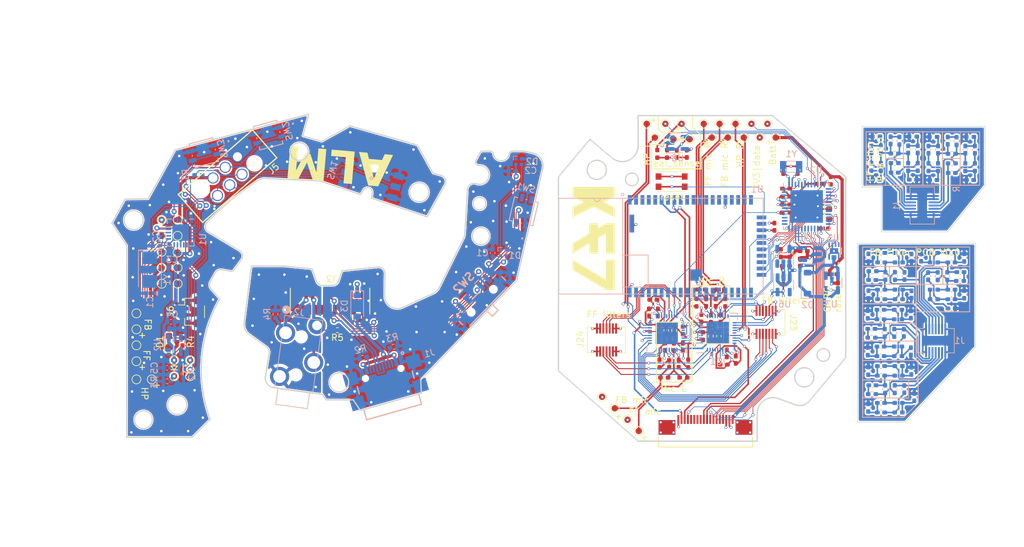
<source format=kicad_pcb>
(kicad_pcb (version 20221018) (generator pcbnew)
  (layers (0 "F.Cu" signal) (31 "B.Cu" signal) (34 "B.Paste" user) (35 "F.Paste" user) (36 "B.SilkS" user "B.Silkscreen") (37 "F.SilkS" user "F.Silkscreen") (38 "B.Mask" user) (39 "F.Mask" user) (44 "Edge.Cuts" user))
  (net 0 "")
  (footprint "Resistor_SMD:R_0402_1005Metric_Pad0.72x0.64mm_HandSolder" (layer "F.Cu") (at 130.5 78.1475 -90)
    (fp_text reference "R6" hide)
    (fp_text value "10k")
  )
  (footprint "Resistor_SMD:R_0402_1005Metric_Pad0.72x0.64mm_HandSolder" (layer "F.Cu") (at 142.7 65.15 90)
    (fp_text reference "R74" hide)
    (fp_text value "10k")
  )
  (footprint "FH12-18S-0.5SVA(54):CON18_1X18_DUTB_HRS_HIR" (layer "F.Cu") (at 72.096455 72.668609 180)
    (fp_text reference "J3")
    (fp_text value "Main board")
  )
  (footprint "Resistor_SMD:R_0402_1005Metric_Pad0.72x0.64mm_HandSolder" (layer "F.Cu") (at 123.352 49.594 -90)
    (fp_text reference "R73" hide)
    (fp_text value "68k")
  )
  (footprint "TestPoint:TestPoint_Pad_D1.0mm" (layer "F.Cu") (at 45.722494 59.938771 -90)
    (fp_text reference "TP12" hide)
    (fp_text value "TestPoint")
  )
  (footprint "TestPoint:TestPoint_Pad_D1.0mm" (layer "F.Cu") (at 134.4 47.05)
    (fp_text reference "J11" hide)
    (fp_text value "right_side")
  )
  (footprint "Resistor_SMD:R_0402_1005Metric_Pad0.72x0.64mm_HandSolder" (layer "F.Cu") (at 148.7805 54.2905 180)
    (fp_text reference "R3" hide)
    (fp_text value "100k")
  )
  (footprint "WE 6 Position SKEDD:490107670612" (layer "F.Cu") (at 56.033465 53.085187 -139)
    (fp_text reference "J5")
    (fp_text value "programming")
  )
  (footprint "TestPoint:TestPoint_Pad_D1.0mm" (layer "F.Cu") (at 50.170457 84.426656)
    (fp_text reference "TP20" hide)
    (fp_text value "TestPoint")
  )
  (footprint "TestPoint:TestPoint_Pad_D1.0mm" (layer "F.Cu") (at 140.605627 44.890795)
    (fp_text reference "J18" hide)
    (fp_text value "right_side")
  )
  (footprint "Resistor_SMD:R_0402_1005Metric_Pad0.72x0.64mm_HandSolder" (layer "F.Cu") (at 151.65 70.4525 90)
    (fp_text reference "R4" hide)
    (fp_text value "6.8K")
  )
  (footprint "Capacitor_SMD:C_0402_1005Metric_Pad0.74x0.62mm_HandSolder" (layer "F.Cu") (at 143.5305 55.0405 180)
    (fp_text reference "C77" hide)
    (fp_text value "1uF")
  )
  (footprint "TestPoint:TestPoint_Pad_D1.0mm" (layer "F.Cu") (at 45.722494 62.438771 -90)
    (fp_text reference "TP15" hide)
    (fp_text value "TestPoint")
  )
  (footprint "Capacitor_SMD:C_0402_1005Metric_Pad0.74x0.62mm_HandSolder" (layer "F.Cu") (at 131 72.9 90)
    (fp_text reference "C9" hide)
    (fp_text value "10uF")
  )
  (footprint "TestPoint:TestPoint_Pad_D1.0mm" (layer "F.Cu") (at 141.9 47.05)
    (fp_text reference "J16" hide)
    (fp_text value "right_side")
  )
  (footprint "TestPoint:TestPoint_Pad_D1.0mm" (layer "F.Cu") (at 136.9 47.05)
    (fp_text reference "J13" hide)
    (fp_text value "right_side")
  )
  (footprint "Capacitor_SMD:C_0402_1005Metric_Pad0.74x0.62mm_HandSolder" (layer "F.Cu") (at 145.7 66.612 90)
    (fp_text reference "C7" hide)
    (fp_text value "10uF")
  )
  (footprint "Resistor_SMD:R_0402_1005Metric_Pad0.72x0.64mm_HandSolder" (layer "F.Cu") (at 126 77.25 90)
    (fp_text reference "R42" hide)
    (fp_text value "10k")
  )
  (footprint "TestPoint:TestPoint_Pad_D1.0mm" (layer "F.Cu") (at 41.770457 84.926656 -90)
    (fp_text reference "TP6" hide)
    (fp_text value "TestPoint")
  )
  (footprint "TestPoint:TestPoint_Pad_D1.0mm" (layer "F.Cu") (at 44.170457 84.926656 -90)
    (fp_text reference "TP5" hide)
    (fp_text value "TestPoint")
  )
  (footprint "TestPoint:TestPoint_Pad_D1.0mm" (layer "F.Cu") (at 130.629627 44.890795)
    (fp_text reference "J10" hide)
    (fp_text value "right_side")
  )
  (footprint "Capacitor_SMD:C_0402_1005Metric_Pad0.74x0.62mm_HandSolder" (layer "F.Cu") (at 132.5 72.9 -90)
    (fp_text reference "C10" hide)
    (fp_text value "10uF")
  )
  (footprint "TestPoint:TestPoint_Pad_D1.0mm" (layer "F.Cu") (at 124.622 44.890795)
    (fp_text reference "J22" hide)
    (fp_text value "ear_sensor")
  )
  (footprint "Resistor_SMD:R_0402_1005Metric_Pad0.72x0.64mm_HandSolder" (layer "F.Cu") (at 48.970457 79.026656 90)
    (fp_text reference "R4")
    (fp_text value "220")
  )
  (footprint "Capacitor_SMD:C_0402_1005Metric_Pad0.74x0.62mm_HandSolder" (layer "F.Cu") (at 143.1 69.45 90)
    (fp_text reference "C76" hide)
    (fp_text value "1uF")
  )
  (footprint "TestPoint:TestPoint_Pad_D1.0mm" (layer "F.Cu") (at 48.222495 59.938771 -90)
    (fp_text reference "TP8" hide)
    (fp_text value "TestPoint")
  )
  (footprint "TestPoint:TestPoint_Pad_D1.0mm" (layer "F.Cu") (at 120.45 93 180)
    (fp_text reference "J3" hide)
    (fp_text value "FF_MIC_L_+")
  )
  (footprint "Capacitor_SMD:C_0402_1005Metric_Pad0.74x0.62mm_HandSolder" (layer "F.Cu") (at 127.3525 79.85 -90)
    (fp_text reference "C49" hide)
    (fp_text value "10uF")
  )
  (footprint "TestPoint:TestPoint_Pad_D1.0mm" (layer "F.Cu") (at 121.701 44.895)
    (fp_text reference "J7" hide)
    (fp_text value "HP_L_+")
  )
  (footprint "Connector_Hirose:Hirose_DF12_DF12E3.0-14DP-0.5V_2x07_P0.50mm_Vertical" (layer "F.Cu") (at 115.4 78.75 180)
    (fp_text reference "J24")
    (fp_text value "FF_Filters")
  )
  (footprint "Capacitor_SMD:C_0402_1005Metric_Pad0.74x0.62mm_HandSolder" (layer "F.Cu") (at 143.0925 52.1245 -90)
    (fp_text reference "C4" hide)
    (fp_text value "22pF")
  )
  (footprint "Resistor_SMD:R_0402_1005Metric_Pad0.72x0.64mm_HandSolder" (layer "F.Cu") (at 127.45 84.65 180)
    (fp_text reference "R47" hide)
    (fp_text value "2.2k")
  )
  (footprint "LED_SMD:LED_0603_1608Metric" (layer "F.Cu") (at 150.2805 59.0405 -90)
    (fp_text reference "D1" hide)
    (fp_text value "RED")
  )
  (footprint "Resistor_SMD:R_0402_1005Metric_Pad0.72x0.64mm_HandSolder" (layer "F.Cu") (at 134 72.9 -90)
    (fp_text reference "R10" hide)
    (fp_text value "2.2k")
  )
  (footprint "Capacitor_SMD:C_0402_1005Metric_Pad0.74x0.62mm_HandSolder" (layer "F.Cu") (at 135.65 81.852 -90)
    (fp_text reference "C15" hide)
    (fp_text value "10uF")
  )
  (footprint "Resistor_SMD:R_0402_1005Metric_Pad0.72x0.64mm_HandSolder" (layer "F.Cu") (at 123.7025 82.45 90)
    (fp_text reference "R53" hide)
    (fp_text value "2.2k")
  )
  (footprint "TestPoint:TestPoint_Pad_D1.0mm" (layer "F.Cu") (at 41.761881 77.086893 180)
    (fp_text reference "TP3" hide)
    (fp_text value "TestPoint")
  )
  (footprint "Connector_JST:JST_SH_BM02B-SRSS-TB_1x02-1MP_P1.00mm_Vertical" (layer "F.Cu") (at 50.423763 74.336419 -90.1)
    (fp_text reference "J6")
    (fp_text value "Batt")
  )
  (footprint "Resistor_SMD:R_0402_1005Metric_Pad0.72x0.64mm_HandSolder" (layer "F.Cu") (at 73.246456 77.214809 180)
    (fp_text reference "R5")
    (fp_text value "50k")
  )
  (footprint "Resistor_SMD:R_0402_1005Metric_Pad0.72x0.64mm_HandSolder" (layer "F.Cu") (at 129.5 72.9 -90)
    (fp_text reference "R11" hide)
    (fp_text value "2.2k")
  )
  (footprint "Resistor_SMD:R_0402_1005Metric_Pad0.72x0.64mm_HandSolder" (layer "F.Cu") (at 131.75 78.1475 90)
    (fp_text reference "R7" hide)
    (fp_text value "10k")
  )
  (footprint "Capacitor_SMD:C_0402_1005Metric_Pad0.74x0.62mm_HandSolder" (layer "F.Cu") (at 133.2525 75.3825 -90)
    (fp_text reference "C13" hide)
    (fp_text value "10uF")
  )
  (footprint "TestPoint:TestPoint_Pad_D1.0mm" (layer "F.Cu") (at 45.722494 69.938771 -90)
    (fp_text reference "TP10" hide)
    (fp_text value "TestPoint")
  )
  (footprint "TestPoint:TestPoint_Pad_D1.0mm" (layer "F.Cu") (at 48.222495 62.438771 -90)
    (fp_text reference "TP14" hide)
    (fp_text value "TestPoint")
  )
  (footprint "Capacitor_SMD:C_0402_1005Metric_Pad0.74x0.62mm_HandSolder" (layer "F.Cu") (at 133.766 82.614)
    (fp_text reference "C16" hide)
    (fp_text value "10uF")
  )
  (footprint "TestPoint:TestPoint_Pad_D1.0mm" (layer "F.Cu") (at 139.4 47.05)
    (fp_text reference "J17" hide)
    (fp_text value "right_side")
  )
  (footprint "Capacitor_SMD:C_0402_1005Metric_Pad0.74x0.62mm_HandSolder" (layer "F.Cu") (at 143.5305 57.5405)
    (fp_text reference "C3" hide)
    (fp_text value "1uF")
  )
  (footprint "Resistor_SMD:R_0402_1005Metric_Pad0.72x0.64mm_HandSolder" (layer "F.Cu") (at 130.25 70.85)
    (fp_text reference "R8" hide)
    (fp_text value "2.2k")
  )
  (footprint "TestPoint:TestPoint_Pad_D1.0mm" (layer "F.Cu") (at 138.105627 44.890795)
    (fp_text reference "J15" hide)
    (fp_text value "right_side")
  )
  (footprint "Connector_Hirose:Hirose_DF12_DF12E3.0-14DP-0.5V_2x07_P0.50mm_Vertical" (layer "F.Cu") (at 140.4 76)
    (fp_text reference "J23")
    (fp_text value "FB_Filters")
  )
  (footprint "TestPoint:TestPoint_Pad_D1.0mm" (layer "F.Cu") (at 41.761881 82.086892 180)
    (fp_text reference "TP1" hide)
    (fp_text value "TestPoint")
  )
  (footprint "LED_SMD:LED_0603_1608Metric_Pad1.05x0.95mm_HandSolder" (layer "F.Cu") (at 46.870457 79.026656 90)
    (fp_text reference "D1")
    (fp_text value "LED")
  )
  (footprint "TestPoint:TestPoint_Pad_D1.0mm" (layer "F.Cu") (at 128.432 47.308)
    (fp_text reference "J19" hide)
    (fp_text value "ear_sensor")
  )
  (footprint "TestPoint:TestPoint_Pad_D1.0mm" (layer "F.Cu") (at 45.722494 64.938771 -90)
    (fp_text reference "TP16" hide)
    (fp_text value "TestPoint")
  )
  (footprint "Capacitor_SMD:C_0402_1005Metric_Pad0.74x0.62mm_HandSolder" (layer "F.Cu") (at 124.75 77.25 -90)
    (fp_text reference "C43" hide)
    (fp_text value "470nF")
  )
  (footprint "Resistor_SMD:R_0402_1005Metric_Pad0.72x0.64mm_HandSolder" (layer "F.Cu") (at 133.25 70.85)
    (fp_text reference "R9" hide)
    (fp_text value "2.2k")
  )
  (footprint "TestPoint:TestPoint_Pad_D1.0mm" (layer "F.Cu") (at 47.670457 84.426656)
    (fp_text reference "TP18" hide)
    (fp_text value "TestPoint")
  )
  (footprint "TestPoint:TestPoint_Pad_D1.0mm" (layer "F.Cu") (at 45.722494 67.438771 -90)
    (fp_text reference "TP11" hide)
    (fp_text value "TestPoint")
  )
  (footprint "Resistor_SMD:R_0402_1005Metric_Pad0.72x0.64mm_HandSolder" (layer "F.Cu") (at 124.45 84.65 180)
    (fp_text reference "R49" hide)
    (fp_text value "2.2k")
  )
  (footprint "Capacitor_SMD:C_0402_1005Metric_Pad0.74x0.62mm_HandSolder" (layer "F.Cu") (at 130.2525 75.35 90)
    (fp_text reference "C12" hide)
    (fp_text value "10uF")
  )
  (footprint "Button_Switch_SMD:SW_Push_1P1T_NO_CK_KMR2" (layer "F.Cu") (at 125.6 53.95 180)
    (fp_text reference "SW2" hide)
    (fp_text value "reset_button")
  )
  (footprint "Capacitor_SMD:C_0402_1005Metric_Pad0.74x0.62mm_HandSolder" (layer "F.Cu") (at 122.737665 72.45 180)
    (fp_text reference "C47" hide)
    (fp_text value "10uF")
  )
  (footprint "Capacitor_SMD:C_0402_1005Metric_Pad0.74x0.62mm_HandSolder" (layer "F.Cu") (at 125.9525 79.85 90)
    (fp_text reference "C50" hide)
    (fp_text value "10uF")
  )
  (footprint "Capacitor_SMD:C_0402_1005Metric_Pad0.74x0.62mm_HandSolder" (layer "F.Cu") (at 143.5305 56.2905)
    (fp_text reference "C2" hide)
    (fp_text value "1uF")
  )
  (footprint "Resistor_SMD:R_0402_1005Metric_Pad0.72x0.64mm_HandSolder" (layer "F.Cu") (at 127.3525 77.25 90)
    (fp_text reference "R44" hide)
    (fp_text value "10k")
  )
  (footprint "TestPoint:TestPoint_Pad_D1.0mm" (layer "F.Cu") (at 41.761881 79.586893 180)
    (fp_text reference "TP2" hide)
    (fp_text value "TestPoint")
  )
  (footprint "TestPoint:TestPoint_Pad_D1.0mm" (layer "F.Cu") (at 127.162 44.890795)
    (fp_text reference "J21" hide)
    (fp_text value "ear_sensor")
  )
  (footprint "TestPoint:TestPoint_Pad_D1.0mm" (layer "F.Cu") (at 133.105627 44.890795)
    (fp_text reference "J12" hide)
    (fp_text value "right_side")
  )
  (footprint "Capacitor_SMD:C_0402_1005Metric_Pad0.74x0.62mm_HandSolder" (layer "F.Cu") (at 124.5525 79.8175 90)
    (fp_text reference "C52" hide)
    (fp_text value "10uF")
  )
  (footprint "TestPoint:TestPoint_Pad_D1.0mm" (layer "F.Cu") (at 116.7 89.45)
    (fp_text reference "J5" hide)
    (fp_text value "FB_MIC_L_+")
  )
  (footprint "Capacitor_SMD:C_0402_1005Metric_Pad0.74x0.62mm_HandSolder" (layer "F.Cu") (at 126.4 49.594 -90)
    (fp_text reference "C78" hide)
    (fp_text value "0.1uF")
  )
  (footprint "TestPoint:TestPoint_Pad_D1.0mm" (layer "F.Cu") (at 118.7 91.25 180)
    (fp_text reference "J4" hide)
    (fp_text value "FF_MIC_L_-")
  )
  (footprint "Resistor_SMD:R_0402_1005Metric_Pad0.72x0.64mm_HandSolder" (layer "F.Cu") (at 124.876 49.594 -90)
    (fp_text reference "R72" hide)
    (fp_text value "200")
  )
  (footprint "TestPoint:TestPoint_Pad_D1.0mm" (layer "F.Cu") (at 114.7 87.65)
    (fp_text reference "J6" hide)
    (fp_text value "FB_MIC_L_-")
  )
  (footprint "Capacitor_SMD:C_0402_1005Metric_Pad0.74x0.62mm_HandSolder" (layer "F.Cu") (at 145.3425 52.1245 -90)
    (fp_text reference "C5" hide)
    (fp_text value "22pF")
  )
  (footprint "TestPoint:TestPoint_Pad_D1.0mm" (layer "F.Cu") (at 135.605627 44.890795)
    (fp_text reference "J14" hide)
    (fp_text value "right_side")
  )
  (footprint "Capacitor_SMD:C_0402_1005Metric_Pad0.74x0.62mm_HandSolder" (layer "F.Cu") (at 134.2475 80.85 90)
    (fp_text reference "C17" hide)
    (fp_text value "1uF")
  )
  (footprint "Resistor_SMD:R_0402_1005Metric_Pad0.72x0.64mm_HandSolder" (layer "F.Cu") (at 150.5305 53.7905 -90)
    (fp_text reference "R2" hide)
    (fp_text value "100k")
  )
  (footprint "TestPoint:TestPoint_Pad_D1.0mm" (layer "F.Cu") (at 48.222495 69.938771 -90)
    (fp_text reference "TP9" hide)
    (fp_text value "TestPoint")
  )
  (footprint "Capacitor_SMD:C_0402_1005Metric_Pad0.74x0.62mm_HandSolder" (layer "F.Cu") (at 122.05 74.45 90)
    (fp_text reference "C58" hide)
    (fp_text value "10uF")
  )
  (footprint "TestPoint:TestPoint_Pad_D1.0mm" (layer "F.Cu") (at 48.222495 65.038771 -90)
    (fp_text reference "TP13" hide)
    (fp_text value "TestPoint")
  )
  (footprint "TestPoint:TestPoint_Pad_D1.0mm" (layer "F.Cu") (at 125.892 47.308)
    (fp_text reference "J20" hide)
    (fp_text value "ear_sensor")
  )
  (footprint "TestPoint:TestPoint_Pad_D1.0mm" (layer "F.Cu") (at 50.170457 81.926656)
    (fp_text reference "TP19" hide)
    (fp_text value "TestPoint")
  )
  (footprint "TestPoint:TestPoint_Pad_D1.0mm" (layer "F.Cu") (at 47.670457 81.926656)
    (fp_text reference "TP17" hide)
    (fp_text value "TestPoint")
  )
  (footprint "Capacitor_SMD:C_0402_1005Metric_Pad0.74x0.62mm_HandSolder" (layer "F.Cu") (at 126.7025 82.45 -90)
    (fp_text reference "C48" hide)
    (fp_text value "10uF")
  )
  (footprint "Capacitor_SMD:C_0402_1005Metric_Pad0.74x0.62mm_HandSolder" (layer "F.Cu") (at 131.75 75.4 -90)
    (fp_text reference "C11" hide)
    (fp_text value "10uF")
  )
  (footprint "SFV18R-1STE1LF:CON18_1X18_DR_SFV_GLE" (layer "F.Cu") (at 130.9 93.3 180)
    (fp_text reference "J1" hide)
    (fp_text value "connectors_board")
  )
  (footprint "Capacitor_SMD:C_0402_1005Metric_Pad0.74x0.62mm_HandSolder" (layer "F.Cu") (at 125.2025 82.45 90)
    (fp_text reference "C56" hide)
    (fp_text value "10uF")
  )
  (footprint "Capacitor_SMD:C_0402_1005Metric_Pad0.74x0.62mm_HandSolder" (layer "F.Cu") (at 146.3 64.834)
    (fp_text reference "C8" hide)
    (fp_text value "10uF")
  )
  (footprint "Capacitor_SMD:C_0402_1005Metric_Pad0.74x0.62mm_HandSolder" (layer "F.Cu") (at 141.7 61.0175 90)
    (fp_text reference "C1" hide)
    (fp_text value "10uF")
  )
  (footprint "Resistor_SMD:R_0402_1005Metric_Pad0.72x0.64mm_HandSolder" (layer "F.Cu") (at 144.1 65.15 90)
    (fp_text reference "R75" hide)
    (fp_text value "10k")
  )
  (footprint "Capacitor_SMD:C_0402_1005Metric_Pad0.74x0.62mm_HandSolder" (layer "F.Cu") (at 127.9835 49.594 -90)
    (fp_text reference "C79" hide)
    (fp_text value "10uF")
  )
  (footprint "Capacitor_SMD:C_0402_1005Metric_Pad0.74x0.62mm_HandSolder" (layer "F.Cu") (at 123.45 74.45 -90)
    (fp_text reference "C54" hide)
    (fp_text value "1uF")
  )
  (footprint "TestPoint:TestPoint_Pad_D1.0mm" (layer "F.Cu") (at 41.761881 74.586892 180)
    (fp_text reference "TP4" hide)
    (fp_text value "TestPoint")
  )
  (footprint "TestPoint:TestPoint_Pad_D1.0mm" (layer "F.Cu") (at 122.971 47.054)
    (fp_text reference "J8" hide)
    (fp_text value "HP_L_-")
  )
  (footprint "TestPoint:TestPoint_Pad_D1.0mm" (layer "F.Cu") (at 131.9 47.05)
    (fp_text reference "J9" hide)
    (fp_text value "right_side")
  )
  (footprint "Resistor_SMD:R_0402_1005Metric_Pad0.72x0.64mm_HandSolder" (layer "F.Cu") (at 143.5305 58.7905 180)
    (fp_text reference "R5" hide)
    (fp_text value "100k")
  )
  (footprint "Resistor_SMD:R_0402_1005Metric_Pad0.72x0.64mm_HandSolder" (layer "F.Cu") (at 149.5305 61.2905)
    (fp_text reference "R1" hide)
    (fp_text value "2.2k")
  )
  (footprint "Capacitor_SMD:C_0402_1005Metric_Pad0.74x0.62mm_HandSolder" (layer "F.Cu") (at 143.5 67.15 180)
    (fp_text reference "C75" hide)
    (fp_text value "1uF")
  )
  (footprint "Capacitor_SMD:C_0402_1005Metric_Pad0.74x0.62mm_HandSolder" (layer "F.Cu") (at 150.9 68.4525)
    (fp_text reference "C6" hide)
    (fp_text value "10uF")
  )
  (footprint "Resistor_SMD:R_0402_1005Metric_Pad0.72x0.64mm_HandSolder" (layer "F.Cu") (at 128.2025 82.45 90)
    (fp_text reference "R43" hide)
    (fp_text value "2.2k")
  )
  (footprint "Capacitor_SMD:C_0402_1005Metric_Pad0.74x0.62mm_HandSolder" (layer "F.Cu") (at 133 78.1475 -90)
    (fp_text reference "C14" hide)
    (fp_text value "470nF")
  )
  (footprint "TestPoint:TestPoint_Pad_D1.0mm" (layer "F.Cu") (at 48.222495 67.438771 -90)
    (fp_text reference "TP7" hide)
    (fp_text value "TestPoint")
  )
  (footprint "Resistor_SMD:R_0402_1005Metric_Pad0.72x0.64mm_HandSolder" (layer "B.Cu") (at 161.07316 75.515586 180)
    (fp_text reference "R3" hide)
    (fp_text value "3k")
  )
  (footprint "Connector_Hirose:Hirose_DF12_DF12C3.0-14DS-0.5V_2x07_P0.50mm_Vertical" (layer "B.Cu") (at 164.85 57.697262 -90)
    (fp_text reference "J1")
    (fp_text value "FF_Filters")
  )
  (footprint "Resistor_SMD:R_0402_1005Metric_Pad0.72x0.64mm_HandSolder" (layer "B.Cu") (at 156.39666 83.59156 90)
    (fp_text reference "R11" hide)
    (fp_text value "5.5k")
  )
  (footprint "Capacitor_SMD:C_0402_1005Metric_Pad0.74x0.62mm_HandSolder" (layer "B.Cu") (at 162.07916 68.72406 -90)
    (fp_text reference "C41" hide)
    (fp_text value "4.7nF")
  )
  (footprint "Capacitor_SMD:C_0402_1005Metric_Pad0.74x0.62mm_HandSolder" (layer "B.Cu") (at 158.39666 82.84156 180)
    (fp_text reference "C9" hide)
    (fp_text value "22nF")
  )
  (footprint "Capacitor_SMD:C_0402_1005Metric_Pad0.74x0.62mm_HandSolder" (layer "B.Cu") (at 163.401 53.644)
    (fp_text reference "C14" hide)
    (fp_text value "15nF")
  )
  (footprint "Capacitor_SMD:C_0402_1005Metric_Pad0.74x0.62mm_HandSolder" (layer "B.Cu") (at 100.613956 52.314809 180)
    (fp_text reference "C2")
    (fp_text value "1uF")
  )
  (footprint "Capacitor_SMD:C_0402_1005Metric_Pad0.74x0.62mm_HandSolder" (layer "B.Cu") (at 163.14666 83.59156 90)
    (fp_text reference "C10" hide)
    (fp_text value "33nF")
  )
  (footprint "Resistor_SMD:R_0402_1005Metric_Pad0.72x0.64mm_HandSolder" (layer "B.Cu") (at 166.67916 70.87406 180)
    (fp_text reference "R28" hide)
    (fp_text value "6.2k")
  )
  (footprint "Resistor_SMD:R_0402_1005Metric_Pad0.72x0.64mm_HandSolder" (layer "B.Cu") (at 169.485 51.09)
    (fp_text reference "R7" hide)
    (fp_text value "22k")
  )
  (footprint "ul_EVQ-P7A01P:EVQ_P7_PAN" (layer "B.Cu") (at 62.426233 46.663813 -165)
    (fp_text reference "SW2")
    (fp_text value "Volume up")
  )
  (footprint "Capacitor_SMD:C_0402_1005Metric_Pad0.74x0.62mm_HandSolder" (layer "B.Cu") (at 166.585 53.69 180)
    (fp_text reference "C2" hide)
    (fp_text value "33nF")
  )
  (footprint "Capacitor_SMD:C_0402_1005Metric_Pad0.74x0.62mm_HandSolder" (layer "B.Cu") (at 163.61416 87.71156 90)
    (fp_text reference "C14" hide)
    (fp_text value "15nF")
  )
  (footprint "Capacitor_SMD:C_0402_1005Metric_Pad0.74x0.62mm_HandSolder" (layer "B.Cu") (at 173.1025 48.94 -90)
    (fp_text reference "C7" hide)
    (fp_text value "33nF")
  )
  (footprint "Capacitor_SMD:C_0402_1005Metric_Pad0.74x0.62mm_HandSolder" (layer "B.Cu") (at 165.77916 68.75656 90)
    (fp_text reference "C33" hide)
    (fp_text value "4.7nF")
  )
  (footprint "Package_TO_SOT_SMD:SOT-23-5" (layer "B.Cu") (at 147.3 65.3 180)
    (fp_text reference "U4")
    (fp_text value "SPX3819-3.3")
  )
  (footprint "Capacitor_SMD:C_0402_1005Metric_Pad0.74x0.62mm_HandSolder" (layer "B.Cu") (at 169.44666 73.81156)
    (fp_text reference "C31" hide)
    (fp_text value "15nF")
  )
  (footprint "Resistor_SMD:R_0402_1005Metric_Pad0.72x0.64mm_HandSolder" (layer "B.Cu") (at 173.1025 51.69 90)
    (fp_text reference "R9" hide)
    (fp_text value "6.2k")
  )
  (footprint "Resistor_SMD:R_0402_1005Metric_Pad0.72x0.64mm_HandSolder" (layer "B.Cu") (at 156.8835 51.644 -90)
    (fp_text reference "R10" hide)
    (fp_text value "3k")
  )
  (footprint "Resistor_SMD:R_0402_1005Metric_Pad0.72x0.64mm_HandSolder" (layer "B.Cu") (at 171.42916 71.62406 90)
    (fp_text reference "R30" hide)
    (fp_text value "1k")
  )
  (footprint "Resistor_SMD:R_0402_1005Metric_Pad0.72x0.64mm_HandSolder" (layer "B.Cu") (at 160.47316 77.633086 -90)
    (fp_text reference "R7" hide)
    (fp_text value "22k")
  )
  (footprint "Capacitor_SMD:C_0402_1005Metric_Pad0.74x0.62mm_HandSolder" (layer "B.Cu") (at 158.32316 74.015586 180)
    (fp_text reference "C1" hide)
    (fp_text value "22nF")
  )
  (footprint "Capacitor_SMD:C_0402_1005Metric_Pad0.74x0.62mm_HandSolder" (layer "B.Cu") (at 47.337957 67.326656 180)
    (fp_text reference "C3")
    (fp_text value "10uf")
  )
  (footprint "Resistor_SMD:R_0402_1005Metric_Pad0.72x0.64mm_HandSolder" (layer "B.Cu") (at 163.401 46.894 180)
    (fp_text reference "R17" hide)
    (fp_text value "1k")
  )
  (footprint "Resistor_SMD:R_0402_1005Metric_Pad0.72x0.64mm_HandSolder" (layer "B.Cu") (at 156.98666 87.233774)
    (fp_text reference "R14" hide)
    (fp_text value "22k")
  )
  (footprint "Diode_SMD:D_SOD-123" (layer "B.Cu") (at 76.346456 73.414809 -90)
    (fp_text reference "D3")
    (fp_text value "MBR120")
  )
  (footprint "Resistor_SMD:R_0402_1005Metric_Pad0.72x0.64mm_HandSolder" (layer "B.Cu") (at 170.2325 47.59 -90)
    (fp_text reference "R5" hide)
    (fp_text value "22k")
  )
  (footprint "Capacitor_SMD:C_0402_1005Metric_Pad0.74x0.62mm_HandSolder" (layer "B.Cu") (at 169.42916 72.37406 180)
    (fp_text reference "C32" hide)
    (fp_text value "33nF")
  )
  (footprint "Resistor_SMD:R_0402_1005Metric_Pad0.72x0.64mm_HandSolder" (layer "B.Cu") (at 166.67916 65.10656 180)
    (fp_text reference "R23" hide)
    (fp_text value "3k")
  )
  (footprint "as3435:QFN-36_EP_5.9x5.9_Pitch0.4mm" (layer "B.Cu") (at 124.825 77.65 180)
    (fp_text reference "IC2")
    (fp_text value "AS3435-EQFM")
  )
  (footprint "Capacitor_SMD:C_0402_1005Metric_Pad0.74x0.62mm_HandSolder" (layer "B.Cu") (at 158.32316 81.283086)
    (fp_text reference "C7" hide)
    (fp_text value "33nF")
  )
  (footprint "Resistor_SMD:R_0402_1005Metric_Pad0.72x0.64mm_HandSolder" (layer "B.Cu") (at 171.42916 65.85656 90)
    (fp_text reference "R24" hide)
    (fp_text value "5.5k")
  )
  (footprint "Resistor_SMD:R_0402_1005Metric_Pad0.72x0.64mm_HandSolder" (layer "B.Cu") (at 160.57916 68.72406 90)
    (fp_text reference "R38" hide)
    (fp_text value "22k")
  )
  (footprint "Capacitor_SMD:C_0402_1005Metric_Pad0.74x0.62mm_HandSolder" (layer "B.Cu") (at 161.97316 77.633086 90)
    (fp_text reference "C8" hide)
    (fp_text value "4.7nF")
  )
  (footprint "Resistor_SMD:R_0402_1005Metric_Pad0.72x0.64mm_HandSolder" (layer "B.Cu") (at 161.14666 88.60906)
    (fp_text reference "R15" hide)
    (fp_text value "6.2k")
  )
  (footprint "Capacitor_SMD:C_0402_1005Metric_Pad0.74x0.62mm_HandSolder" (layer "B.Cu") (at 163.17916 71.62406 -90)
    (fp_text reference "C35" hide)
    (fp_text value "33nF")
  )
  (footprint "Capacitor_SMD:C_0402_1005Metric_Pad0.74x0.62mm_HandSolder" (layer "B.Cu") (at 158.39666 88.60906 180)
    (fp_text reference "C13" hide)
    (fp_text value "33nF")
  )
  (footprint "Capacitor_SMD:C_0402_1005Metric_Pad0.74x0.62mm_HandSolder" (layer "B.Cu") (at 168.85 47.53 90)
    (fp_text reference "C4" hide)
    (fp_text value "4.7nF")
  )
  (footprint "Package_TO_SOT_SMD:SOT-23-5" (layer "B.Cu") (at 150.7 69.815 -90)
    (fp_text reference "U3")
    (fp_text value "MCP73831T-2ACI/OT")
  )
  (footprint "Connector_Hirose:Hirose_DF12_DF12C3.0-14DS-0.5V_2x07_P0.50mm_Vertical" (layer "B.Cu") (at 166.96416 78.86156)
    (fp_text reference "J1")
    (fp_text value "FB_Filters")
  )
  (footprint "MAX17048G+T10:21-0168E_T822-3_MXM" (layer "B.Cu") (at 151.026001 64.8213 90)
    (fp_text reference "U5")
    (fp_text value "MAX17048G+T10")
  )
  (footprint "Capacitor_SMD:C_0402_1005Metric_Pad0.74x0.62mm_HandSolder" (layer "B.Cu") (at 43.870457 71.426656 180)
    (fp_text reference "C1")
    (fp_text value "18pF")
  )
  (footprint "Resistor_SMD:R_0402_1005Metric_Pad0.72x0.64mm_HandSolder" (layer "B.Cu") (at 170.77916 69.50406 180)
    (fp_text reference "R27" hide)
    (fp_text value "22k")
  )
  (footprint "Resistor_SMD:R_0402_1005Metric_Pad0.72x0.64mm_HandSolder" (layer "B.Cu") (at 158.97316 77.635586 90)
    (fp_text reference "R4" hide)
    (fp_text value "22k")
  )
  (footprint "Capacitor_SMD:C_0402_1005Metric_Pad0.74x0.62mm_HandSolder" (layer "B.Cu") (at 158.39666 84.34156)
    (fp_text reference "C11" hide)
    (fp_text value "22nF")
  )
  (footprint "Resistor_SMD:R_0402_1005Metric_Pad0.72x0.64mm_HandSolder" (layer "B.Cu") (at 168.77916 68.75406 90)
    (fp_text reference "R26" hide)
    (fp_text value "22k")
  )
  (footprint "Resistor_SMD:R_0402_1005Metric_Pad0.72x0.64mm_HandSolder" (layer "B.Cu") (at 156.42916 71.62406 -90)
    (fp_text reference "R33" hide)
    (fp_text value "5.5k")
  )
  (footprint "Capacitor_SMD:C_0402_1005Metric_Pad0.74x0.62mm_HandSolder" (layer "B.Cu") (at 163.17916 65.85656 -90)
    (fp_text reference "C39" hide)
    (fp_text value "15nF")
  )
  (footprint "Package_TO_SOT_SMD:SOT-23-5" (layer "B.Cu") (at 47.770457 79.526656 -90)
    (fp_text reference "U2")
    (fp_text value "AP22814AW5")
  )
  (footprint "Capacitor_SMD:C_0402_1005Metric_Pad0.74x0.62mm_HandSolder" (layer "B.Cu") (at 156.8835 48.894 90)
    (fp_text reference "C9" hide)
    (fp_text value "22nF")
  )
  (footprint "Capacitor_SMD:C_0402_1005Metric_Pad0.74x0.62mm_HandSolder" (layer "B.Cu") (at 157.01916 69.35906 180)
    (fp_text reference "C37" hide)
    (fp_text value "4.7nF")
  )
  (footprint "Resistor_SMD:R_0402_1005Metric_Pad0.72x0.64mm_HandSolder" (layer "B.Cu") (at 166.67916 72.37406)
    (fp_text reference "R31" hide)
    (fp_text value "6.2k")
  )
  (footprint "Resistor_SMD:R_0402_1005Metric_Pad0.72x0.64mm_HandSolder" (layer "B.Cu") (at 165.835 51.69 -90)
    (fp_text reference "R1" hide)
    (fp_text value "3k")
  )
  (footprint "Capacitor_SMD:C_0402_1005Metric_Pad0.74x0.62mm_HandSolder" (layer "B.Cu") (at 171.6025 48.94 90)
    (fp_text reference "C5" hide)
    (fp_text value "33nF")
  )
  (footprint "Resistor_SMD:R_0402_1005Metric_Pad0.72x0.64mm_HandSolder" (layer "B.Cu") (at 159.04666 86.46156 90)
    (fp_text reference "R13" hide)
    (fp_text value "22k")
  )
  (footprint "Diode_SMD:D_SOD-123" (layer "B.Cu") (at 146.9 69.85 90)
    (fp_text reference "D2")
    (fp_text value "MBR120")
  )
  (footprint "JLS1300-08:JLS1300-08-1F" (layer "B.Cu") (at 78.502945 53.671527 164.101)
    (fp_text reference "SW1")
    (fp_text value "jog stick")
  )
  (footprint "Resistor_SMD:R_0402_1005Metric_Pad0.72x0.64mm_HandSolder" (layer "B.Cu") (at 77.249789 81.550315 -164.189)
    (fp_text reference "R2")
    (fp_text value "5.1K")
  )
  (footprint "Crystal:Crystal_SMD_5032-2Pin_5.0x3.2mm" (layer "B.Cu") (at 43.870457 67.726656 -90)
    (fp_text reference "Y1")
    (fp_text value "8Mhz")
  )
  (footprint "Capacitor_SMD:C_0402_1005Metric_Pad0.74x0.62mm_HandSolder" (layer "B.Cu") (at 157.04666 85.851274 180)
    (fp_text reference "C12" hide)
    (fp_text value "4.7nF")
  )
  (footprint "Capacitor_SMD:C_0402_1005Metric_Pad0.74x0.62mm_HandSolder" (layer "B.Cu") (at 167.335 48.94 -90)
    (fp_text reference "C3" hide)
    (fp_text value "22nF")
  )
  (footprint "Capacitor_SMD:C_0402_1005Metric_Pad0.74x0.62mm_HandSolder" (layer "B.Cu") (at 169.42916 66.60656 180)
    (fp_text reference "C28" hide)
    (fp_text value "22nF")
  )
  (footprint "Resistor_SMD:R_0402_1005Metric_Pad0.72x0.64mm_HandSolder" (layer "B.Cu") (at 161.14666 84.34156 180)
    (fp_text reference "R12" hide)
    (fp_text value "3k")
  )
  (footprint "Resistor_SMD:R_0402_1005Metric_Pad0.72x0.64mm_HandSolder" (layer "B.Cu") (at 161.14666 90.10906 180)
    (fp_text reference "R18" hide)
    (fp_text value "6.2k")
  )
  (footprint "Capacitor_SMD:C_0402_1005Metric_Pad0.74x0.62mm_HandSolder" (layer "B.Cu") (at 156.885203 77.011991 180)
    (fp_text reference "C4" hide)
    (fp_text value "4.7nF")
  )
  (footprint "Resistor_SMD:R_0402_1005Metric_Pad0.72x0.64mm_HandSolder" (layer "B.Cu") (at 46.570457 85.226656 180)
    (fp_text reference "R3")
    (fp_text value "200")
  )
  (footprint "Resistor_SMD:R_0402_1005Metric_Pad0.72x0.64mm_HandSolder" (layer "B.Cu") (at 164.151 51.644 90)
    (fp_text reference "R18" hide)
    (fp_text value "6.2k")
  )
  (footprint "Capacitor_SMD:C_0402_1005Metric_Pad0.74x0.62mm_HandSolder" (layer "B.Cu") (at 165.835 48.94 90)
    (fp_text reference "C1" hide)
    (fp_text value "22nF")
  )
  (footprint "Capacitor_SMD:C_0402_1005Metric_Pad0.74x0.62mm_HandSolder" (layer "B.Cu") (at 162.651 48.894 90)
    (fp_text reference "C13" hide)
    (fp_text value "33nF")
  )
  (footprint "Capacitor_SMD:C_0402_1005Metric_Pad0.74x0.62mm_HandSolder" (layer "B.Cu") (at 158.42916 65.10656)
    (fp_text reference "C40" hide)
    (fp_text value "33nF")
  )
  (footprint "Capacitor_SMD:C_0402_1005Metric_Pad0.74x0.62mm_HandSolder" (layer "B.Cu") (at 158.42916 66.60656 180)
    (fp_text reference "C38" hide)
    (fp_text value "33nF")
  )
  (footprint "Resistor_SMD:R_0402_1005Metric_Pad0.72x0.64mm_HandSolder" (layer "B.Cu") (at 63.546456 74.714809 90)
    (fp_text reference "R4")
    (fp_text value "10k")
  )
  (footprint "Resistor_SMD:R_0402_1005Metric_Pad0.72x0.64mm_HandSolder" (layer "B.Cu") (at 156.39666 89.35906 90)
    (fp_text reference "R17" hide)
    (fp_text value "1k")
  )
  (footprint "Capacitor_SMD:C_0402_1005Metric_Pad0.74x0.62mm_HandSolder" (layer "B.Cu") (at 169.485 52.59 180)
    (fp_text reference "C8" hide)
    (fp_text value "4.7nF")
  )
  (footprint "Package_TO_SOT_SMD:SOT-23-5" (layer "B.Cu") (at 126.5325 47.882)
    (fp_text reference "U8")
    (fp_text value "AP22814AW5")
  )
  (footprint "Resistor_SMD:R_0402_1005Metric_Pad0.72x0.64mm_HandSolder" (layer "B.Cu") (at 82.046456 79.814809 15.811)
    (fp_text reference "R3")
    (fp_text value "5.1K")
  )
  (footprint "Capacitor_SMD:C_0402_1005Metric_Pad0.74x0.62mm_HandSolder" (layer "B.Cu") (at 159.8985 47.484 90)
    (fp_text reference "C12" hide)
    (fp_text value "4.7nF")
  )
  (footprint "Package_DFN_QFN:QFN-20-1EP_4x4mm_P0.5mm_EP2.6x2.6mm" (layer "B.Cu") (at 48.695457 61.926656 180)
    (fp_text reference "U1")
    (fp_text value "ATtiny441-M")
  )
  (footprint "Resistor_SMD:R_0402_1005Metric_Pad0.72x0.64mm_HandSolder" (layer "B.Cu") (at 167.335 51.69 90)
    (fp_text reference "R3" hide)
    (fp_text value "3k")
  )
  (footprint "Resistor_SMD:R_0402_1005Metric_Pad0.72x0.64mm_HandSolder" (layer "B.Cu") (at 161.17916 70.87406 180)
    (fp_text reference "R34" hide)
    (fp_text value "3k")
  )
  (footprint "Resistor_SMD:R_0402_1005Metric_Pad0.72x0.64mm_HandSolder" (layer "B.Cu") (at 171.6025 51.69 -90)
    (fp_text reference "R6" hide)
    (fp_text value "6.2k")
  )
  (footprint "Capacitor_SMD:C_0402_1005Metric_Pad0.74x0.62mm_HandSolder" (layer "B.Cu") (at 158.42916 70.87406)
    (fp_text reference "C36" hide)
    (fp_text value "22nF")
  )
  (footprint "Resistor_SMD:R_0402_1005Metric_Pad0.72x0.64mm_HandSolder" (layer "B.Cu") (at 51.470457 52.926656 180)
    (fp_text reference "R1")
    (fp_text value "10k")
  )
  (footprint "Resistor_SMD:R_0402_1005Metric_Pad0.72x0.64mm_HandSolder" (layer "B.Cu") (at 161.17916 65.10656 180)
    (fp_text reference "R40" hide)
    (fp_text value "6.2k")
  )
  (footprint "Resistor_SMD:R_0402_1005Metric_Pad0.72x0.64mm_HandSolder" (layer "B.Cu") (at 159.07916 68.72656 -90)
    (fp_text reference "R35" hide)
    (fp_text value "22k")
  )
  (footprint "Capacitor_SMD:C_0402_1005Metric_Pad0.74x0.62mm_HandSolder" (layer "B.Cu") (at 170.83916 68.12156)
    (fp_text reference "C29" hide)
    (fp_text value "4.7nF")
  )
  (footprint "Capacitor_SMD:C_0402_1005Metric_Pad0.74x0.62mm_HandSolder" (layer "B.Cu") (at 172.3525 53.69 180)
    (fp_text reference "C6" hide)
    (fp_text value "15nF")
  )
  (footprint "Resistor_SMD:R_0402_1005Metric_Pad0.72x0.64mm_HandSolder" (layer "B.Cu") (at 161.07316 79.783086)
    (fp_text reference "R6" hide)
    (fp_text value "6.2k")
  )
  (footprint "Resistor_SMD:R_0402_1005Metric_Pad0.72x0.64mm_HandSolder" (layer "B.Cu") (at 156.32316 74.765586 90)
    (fp_text reference "R2" hide)
    (fp_text value "5.5k")
  )
  (footprint "Capacitor_SMD:C_0402_1005Metric_Pad0.74x0.62mm_HandSolder" (layer "B.Cu") (at 164.151 48.894 -90)
    (fp_text reference "C15" hide)
    (fp_text value "33nF")
  )
  (footprint "Resistor_SMD:R_0402_1005Metric_Pad0.72x0.64mm_HandSolder" (layer "B.Cu") (at 156.32316 80.533086 90)
    (fp_text reference "R8" hide)
    (fp_text value "1k")
  )
  (footprint "ul_EVQ-P7A01P:EVQ_P7_PAN" (layer "B.Cu") (at 102.426933 58.602876 76.926)
    (fp_text reference "SW1")
    (fp_text value "Power")
  )
  (footprint "Resistor_SMD:R_0402_1005Metric_Pad0.72x0.64mm_HandSolder" (layer "B.Cu") (at 161.281 47.544 -90)
    (fp_text reference "R14" hide)
    (fp_text value "22k")
  )
  (footprint "Resistor_SMD:R_0402_1005Metric_Pad0.72x0.64mm_HandSolder" (layer "B.Cu") (at 49.170457 84.026656 -90)
    (fp_text reference "R2")
    (fp_text value "68k")
  )
  (footprint "as3435:QFN-36_EP_5.9x5.9_Pitch0.4mm" (layer "B.Cu") (at 132.821428 77.65)
    (fp_text reference "IC1")
    (fp_text value "AS3435-EQFM")
  )
  (footprint "Package_DFN_QFN:TQFN-48-1EP_7x7mm_P0.5mm_EP5.1x5.1mm" (layer "B.Cu") (at 146.748 57.8405 -90)
    (fp_text reference "U2")
    (fp_text value "ATSAMD21G18_QFN")
  )
  (footprint "Resistor_SMD:R_0402_1005Metric_Pad0.72x0.64mm_HandSolder" (layer "B.Cu") (at 162.651 51.644 -90)
    (fp_text reference "R15" hide)
    (fp_text value "6.2k")
  )
  (footprint "Resistor_SMD:R_0402_1005Metric_Pad0.72x0.64mm_HandSolder" (layer "B.Cu") (at 166.585 46.94 180)
    (fp_text reference "R2" hide)
    (fp_text value "5.5k")
  )
  (footprint "Resistor_SMD:R_0402_1005Metric_Pad0.72x0.64mm_HandSolder" (layer "B.Cu") (at 157.07916 67.97656)
    (fp_text reference "R36" hide)
    (fp_text value "22k")
  )
  (footprint "Capacitor_SMD:C_0402_1005Metric_Pad0.74x0.62mm_HandSolder" (layer "B.Cu") (at 46.570457 83.126656 180)
    (fp_text reference "C5")
    (fp_text value "0.1uF")
  )
  (footprint "Resistor_SMD:R_0402_1005Metric_Pad0.72x0.64mm_HandSolder" (layer "B.Cu") (at 161.07316 74.015586)
    (fp_text reference "R1" hide)
    (fp_text value "3k")
  )
  (footprint "Capacitor_SMD:C_0402_1005Metric_Pad0.74x0.62mm_HandSolder" (layer "B.Cu") (at 158.32316 79.783086 180)
    (fp_text reference "C5" hide)
    (fp_text value "33nF")
  )
  (footprint "Resistor_SMD:R_0402_1005Metric_Pad0.72x0.64mm_HandSolder" (layer "B.Cu") (at 157.6335 46.894 180)
    (fp_text reference "R11" hide)
    (fp_text value "5.5k")
  )
  (footprint "Capacitor_SMD:C_0402_1005Metric_Pad0.74x0.62mm_HandSolder" (layer "B.Cu") (at 169.42916 70.87406)
    (fp_text reference "C30" hide)
    (fp_text value "33nF")
  )
  (footprint "Resistor_SMD:R_0402_1005Metric_Pad0.72x0.64mm_HandSolder" (layer "B.Cu") (at 167.27916 68.75656 -90)
    (fp_text reference "R29" hide)
    (fp_text value "22k")
  )
  (footprint "Resistor_SMD:R_0402_1005Metric_Pad0.72x0.64mm_HandSolder" (layer "B.Cu") (at 161.07316 81.283086 180)
    (fp_text reference "R9" hide)
    (fp_text value "6.2k")
  )
  (footprint "Capacitor_SMD:C_0402_1005Metric_Pad0.74x0.62mm_HandSolder" (layer "B.Cu") (at 158.42916 72.37406 180)
    (fp_text reference "C34" hide)
    (fp_text value "22nF")
  )
  (footprint "Capacitor_SMD:C_0402_1005Metric_Pad0.74x0.62mm_HandSolder" (layer "B.Cu") (at 163.07316 80.533086 -90)
    (fp_text reference "C6" hide)
    (fp_text value "15nF")
  )
  (footprint "Resistor_SMD:R_0402_1005Metric_Pad0.72x0.64mm_HandSolder" (layer "B.Cu") (at 160.54666 86.45906 -90)
    (fp_text reference "R16" hide)
    (fp_text value "22k")
  )
  (footprint "Resistor_SMD:R_0402_1005Metric_Pad0.72x0.64mm_HandSolder" (layer "B.Cu") (at 156.91316 78.39656)
    (fp_text reference "R5" hide)
    (fp_text value "22k")
  )
  (footprint "Capacitor_SMD:C_0402_1005Metric_Pad0.74x0.62mm_HandSolder" (layer "B.Cu") (at 160.5335 52.544 180)
    (fp_text reference "C16" hide)
    (fp_text value "4.7nF")
  )
  (footprint "Resistor_SMD:R_0402_1005Metric_Pad0.72x0.64mm_HandSolder" (layer "B.Cu") (at 160.5335 51.044)
    (fp_text reference "R16" hide)
    (fp_text value "22k")
  )
  (footprint "Resistor_SMD:R_0402_1005Metric_Pad0.72x0.64mm_HandSolder" (layer "B.Cu") (at 166.67916 66.60656)
    (fp_text reference "R25" hide)
    (fp_text value "3k")
  )
  (footprint "Resistor_SMD:R_0402_1005Metric_Pad0.72x0.64mm_HandSolder" (layer "B.Cu") (at 160.531 49.544 180)
    (fp_text reference "R13" hide)
    (fp_text value "22k")
  )
  (footprint "Capacitor_SMD:C_0402_1005Metric_Pad0.74x0.62mm_HandSolder" (layer "B.Cu") (at 97.546456 65.114809 90)
    (fp_text reference "C1")
    (fp_text value "1uF")
  )
  (footprint "Resistor_SMD:R_0402_1005Metric_Pad0.72x0.64mm_HandSolder" (layer "B.Cu") (at 169.4825 49.59 180)
    (fp_text reference "R4" hide)
    (fp_text value "22k")
  )
  (footprint "Resistor_SMD:R_0402_1005Metric_Pad0.72x0.64mm_HandSolder" (layer "B.Cu") (at 161.17916 72.37406)
    (fp_text reference "R32" hide)
    (fp_text value "3k")
  )
  (footprint "Package_TO_SOT_SMD:SOT-23-5" (layer "B.Cu") (at 143.15 70.1125 -90)
    (fp_text reference "U6")
    (fp_text value "AP2127K-1.8")
  )
  (footprint "Resistor_SMD:R_0402_1005Metric_Pad0.72x0.64mm_HandSolder" (layer "B.Cu") (at 161.14666 82.84156)
    (fp_text reference "R10" hide)
    (fp_text value "3k")
  )
  (footprint "Capacitor_SMD:C_0402_1005Metric_Pad0.74x0.62mm_HandSolder" (layer "B.Cu") (at 158.32316 75.515586)
    (fp_text reference "C3" hide)
    (fp_text value "22nF")
  )
  (footprint "BM83:BM83" (layer "B.Cu") (at 139.93 56.56 -90)
    (fp_text reference "U1")
    (fp_text value "BM83")
  )
  (footprint "Resistor_SMD:R_0402_1005Metric_Pad0.72x0.64mm_HandSolder" (layer "B.Cu") (at 161.17916 66.60656)
    (fp_text reference "R37" hide)
    (fp_text value "6.2k")
  )
  (footprint "Capacitor_SMD:C_0402_1005Metric_Pad0.74x0.62mm_HandSolder" (layer "B.Cu") (at 158.3835 48.894 -90)
    (fp_text reference "C11" hide)
    (fp_text value "22nF")
  )
  (footprint "Crystal:Crystal_SMD_3215-2Pin_3.2x1.5mm" (layer "B.Cu") (at 144.3265 51.6165 180)
    (fp_text reference "Y1")
    (fp_text value "32.768KHz")
  )
  (footprint "Package_TO_SOT_SMD:SOT-23-5" (layer "B.Cu") (at 143.1 65.65 90)
    (fp_text reference "U7")
    (fp_text value "AP22814AW5")
  )
  (footprint "Capacitor_SMD:C_0402_1005Metric_Pad0.74x0.62mm_HandSolder" (layer "B.Cu") (at 44.870457 64.026656 180)
    (fp_text reference "C2")
    (fp_text value "18pF")
  )
  (footprint "Capacitor_SMD:C_0402_1005Metric_Pad0.74x0.62mm_HandSolder" (layer "B.Cu") (at 164.67916 65.85656 90)
    (fp_text reference "C27" hide)
    (fp_text value "33nF")
  )
  (footprint "Resistor_SMD:R_0402_1005Metric_Pad0.72x0.64mm_HandSolder" (layer "B.Cu") (at 158.3835 51.644 90)
    (fp_text reference "R12" hide)
    (fp_text value "3k")
  )
  (footprint "Resistor_SMD:R_0402_1005Metric_Pad0.72x0.64mm_HandSolder" (layer "B.Cu") (at 172.3525 46.94 180)
    (fp_text reference "R8" hide)
    (fp_text value "1k")
  )
  (footprint "Capacitor_SMD:C_0402_1005Metric_Pad0.74x0.62mm_HandSolder" (layer "B.Cu") (at 169.42916 65.10656)
    (fp_text reference "C26" hide)
    (fp_text value "22nF")
  )
  (footprint "LED_SMD:LED_SK6812_EC15_1.5x1.5mm" (layer "B.Cu") (at 99.246456 65.114809 180)
    (fp_text reference "D1")
    (fp_text value "power_led")
  )
  (footprint "Capacitor_SMD:C_0402_1005Metric_Pad0.74x0.62mm_HandSolder" (layer "B.Cu") (at 157.6335 53.644 180)
    (fp_text reference "C10" hide)
    (fp_text value "33nF")
  )
  (footprint "USB4110-GF-A_REVB:GCT_USB4110-GF-A_REVB" (layer "B.Cu") (at 80.4157 83.987396 -164.189)
    (fp_text reference "J1")
    (fp_text value "USB_C_Receptacle_USB2.0")
  )
  (footprint "Capacitor_SMD:C_0402_1005Metric_Pad0.74x0.62mm_HandSolder" (layer "B.Cu") (at 163.07316 74.765586 90)
    (fp_text reference "C2" hide)
    (fp_text value "33nF")
  )
  (footprint "CUS-13TB:CUS13B" (layer "B.Cu") (at 95.946456 72.614809 -133.978)
    (fp_text reference "SW2")
    (fp_text value "ANC_control" hide)
  )
  (footprint "Capacitor_SMD:C_0402_1005Metric_Pad0.74x0.62mm_HandSolder" (layer "B.Cu") (at 162.04666 86.45906 90)
    (fp_text reference "C16" hide)
    (fp_text value "4.7nF")
  )
  (footprint "ul_EVQ-P7A01P:EVQ_P7_PAN" (layer "B.Cu") (at 52.327475 49.412465 -165)
    (fp_text reference "SW3")
    (fp_text value "Volume down")
  )
  (footprint "Capacitor_SMD:C_0402_1005Metric_Pad0.74x0.62mm_HandSolder" (layer "B.Cu") (at 47.170457 75.926656)
    (fp_text reference "C4")
    (fp_text value "10uF")
  )
  (footprint "LED_SMD:LED_SK6812_EC15_1.5x1.5mm" (layer "B.Cu") (at 101.646456 50.814809 180)
    (fp_text reference "D2")
    (fp_text value "ANC_led")
  )
  (footprint "Capacitor_SMD:C_0402_1005Metric_Pad0.74x0.62mm_HandSolder" (layer "B.Cu") (at 158.39666 90.10906)
    (fp_text reference "C15" hide)
    (fp_text value "33nF")
  )
  (footprint "SCHURTER Inc 4832.2330:4832.2330" (layer "B.Cu") (at 66.664259 84.809152 172.125)
    (fp_text reference "J2")
    (fp_text value "Audio In")
  )
  (footprint "Resistor_SMD:R_0402_1005Metric_Pad0.72x0.64mm_HandSolder" (layer "B.Cu") (at 156.42916 65.85656 -90)
    (fp_text reference "R39" hide)
    (fp_text value "1k")
  )
  (gr_line (start 159.71416 70.03356) (end 159.71416 67.23956) (stroke (width 0.15)) (layer "B.SilkS"))
  (gr_line (start 168.008 54.522) (end 168.008 46.14) (stroke (width 0.15)) (layer "B.SilkS"))
  (gr_rect (start 163.90516 64.19156) (end 172.28716 74.33156) (stroke (width 0.15)) (fill none) (layer "B.SilkS"))
  (gr_rect (start 164.96 54.522) (end 173.85 46.14) (stroke (width 0.15)) (fill none) (layer "B.SilkS"))
  (gr_line (start 155.52316 78.92356) (end 163.90516 78.92356) (stroke (width 0.15)) (layer "B.SilkS"))
  (gr_line (start 155.52316 85.01956) (end 164.21416 85.01956) (stroke (width 0.15)) (layer "B.SilkS"))
  (gr_line (start 161.912 50.331) (end 159.118 50.331) (stroke (width 0.15)) (layer "B.SilkS"))
  (gr_line (start 159.71416 76.12956) (end 159.71416 78.92356) (stroke (width 0.15)) (layer "B.SilkS"))
  (gr_line (start 155.52316 90.86156) (end 155.52316 81.97156) (stroke (width 0.15)) (layer "B.SilkS"))
  (gr_line (start 164.21416 88.61156) (end 164.213569 81.973034) (stroke (width 0.15)) (layer "B.SilkS"))
  (gr_line (start 159.118 46.14) (end 159.118 54.522) (stroke (width 0.15)) (layer "B.SilkS"))
  (gr_line (start 163.90516 67.23956) (end 172.28716 67.23956) (stroke (width 0.15)) (layer "B.SilkS"))
  (gr_line (start 163.90516 81.97156) (end 164.213569 81.973034) (stroke (width 0.15)) (layer "B.SilkS"))
  (gr_line (start 155.52316 90.86156) (end 161.96416 90.86156) (stroke (width 0.15)) (layer "B.SilkS"))
  (gr_line (start 161.912 46.14) (end 161.912 54.522) (stroke (width 0.15)) (layer "B.SilkS"))
  (gr_rect (start 155.52316 73.08156) (end 163.90516 81.97156) (stroke (width 0.15)) (fill none) (layer "B.SilkS"))
  (gr_line (start 163.90516 67.23956) (end 155.52316 67.23956) (stroke (width 0.15)) (layer "B.SilkS"))
  (gr_line (start 168.008 50.331) (end 170.802 50.331) (stroke (width 0.15)) (layer "B.SilkS"))
  (gr_line (start 155.52316 87.81356) (end 162.71416 87.86156) (stroke (width 0.15)) (layer "B.SilkS"))
  (gr_line (start 161.96416 90.86156) (end 164.21416 88.61156) (stroke (width 0.15)) (layer "B.SilkS"))
  (gr_line (start 163.90516 70.03356) (end 155.52316 70.03356) (stroke (width 0.15)) (layer "B.SilkS"))
  (gr_rect (start 156.07 54.522) (end 164.96 46.14) (stroke (width 0.15)) (fill none) (layer "B.SilkS"))
  (gr_line (start 163.90516 70.03356) (end 172.28716 70.03356) (stroke (width 0.15)) (layer "B.SilkS"))
  (gr_line (start 170.802 54.522) (end 170.802 46.14) (stroke (width 0.15)) (layer "B.SilkS"))
  (gr_line (start 162.71416 87.86156) (end 162.71416 85.11156) (stroke (width 0.15)) (layer "B.SilkS"))
  (gr_line (start 168.09616 67.23956) (end 168.09616 70.03356) (stroke (width 0.15)) (layer "B.SilkS"))
  (gr_line (start 159.71416 85.01956) (end 159.71416 87.81356) (stroke (width 0.15)) (layer "B.SilkS"))
  (gr_line (start 155.52316 76.12956) (end 163.90516 76.12956) (stroke (width 0.15)) (layer "B.SilkS"))
  (gr_rect (start 155.52316 64.19156) (end 163.90516 73.08156) (stroke (width 0.15)) (fill none) (layer "B.SilkS"))
  (gr_line (start 126.914859 47.271874) (end 127.414859 46.871874) (stroke (width 0.15)) (layer "F.SilkS"))
  (gr_poly (pts (xy 116.675735 54.779251) (xy 116.677851 56.315209) (xy 114.973511 57.146741) (xy 116.680179 57.964198) (xy 116.682402 59.528414) (xy 113.382095 57.921759) (xy 110.086234 59.537622) (xy 110.084117 57.973406) (xy 111.788457 57.151293) (xy 110.081789 56.324417) (xy 110.079672 54.788458)) (fill solid) (layer "F.SilkS"))
  (gr_line (start 124.4 48.15) (end 124.4 46.35) (stroke (width 0.15)) (layer "F.SilkS"))
  (gr_line (start 49.070457 83.626656) (end 49.070457 82.926656) (stroke (width 0.15)) (layer "F.SilkS"))
  (gr_line (start 47.670457 83.426656) (end 47.670457 83.726656) (stroke (width 0.15)) (layer "F.SilkS"))
  (gr_line (start 127.414859 47.271874) (end 127.71038 47.271878) (stroke (width 0.15)) (layer "F.SilkS"))
  (gr_line (start 49.570457 82.726656) (end 49.370457 82.626656) (stroke (width 0.15)) (layer "F.SilkS"))
  (gr_line (start 49.070457 82.426656) (end 49.070457 84.226656) (stroke (width 0.15)) (layer "F.SilkS"))
  (gr_line (start 126.3 46.25) (end 126.6 45.45) (stroke (width 0.15)) (layer "F.SilkS"))
  (gr_line (start 126.559117 45.547911) (end 126.249831 45.689448) (stroke (width 0.15)) (layer "F.SilkS"))
  (gr_rect (start 123.2 75.95) (end 128.8 85.35) (stroke (width 0.15)) (fill none) (layer "F.SilkS"))
  (gr_line (start 127.414859 47.671874) (end 126.914859 47.271874) (stroke (width 0.15)) (layer "F.SilkS"))
  (gr_line (start 47.170457 82.826656) (end 47.670457 83.426656) (stroke (width 0.15)) (layer "F.SilkS"))
  (gr_line (start 124.7 46.25) (end 127 46.25) (stroke (width 0.15)) (layer "F.SilkS"))
  (gr_rect (start 128.9 70.25) (end 134.7 79.35) (stroke (width 0.15)) (fill none) (layer "F.SilkS"))
  (gr_line (start 130.2 51.95) (end 130.2 46.65) (stroke (width 0.15)) (layer "F.SilkS"))
  (gr_line (start 125.1 45.45) (end 125.3 46.25) (stroke (width 0.15)) (layer "F.SilkS"))
  (gr_line (start 47.170457 83.426656) (end 48.170457 83.426656) (stroke (width 0.15)) (layer "F.SilkS"))
  (gr_line (start 48.170457 82.826656) (end 47.170457 82.826656) (stroke (width 0.15)) (layer "F.SilkS"))
  (gr_line (start 123.5 45.65) (end 123.5 43.75) (stroke (width 0.15)) (layer "F.SilkS"))
  (gr_line (start 49.570457 82.726656) (end 49.470457 82.926656) (stroke (width 0.15)) (layer "F.SilkS"))
  (gr_line (start 124.4 46.35) (end 123.5 45.65) (stroke (width 0.15)) (layer "F.SilkS"))
  (gr_line (start 122.5 51.95) (end 130.2 51.95) (stroke (width 0.15)) (layer "F.SilkS"))
  (gr_line (start 126.559117 45.547911) (end 126.7 45.85) (stroke (width 0.15)) (layer "F.SilkS"))
  (gr_line (start 127.414859 46.871874) (end 127.414859 47.671874) (stroke (width 0.15)) (layer "F.SilkS"))
  (gr_line (start 47.670457 82.826656) (end 47.670457 82.626656) (stroke (width 0.15)) (layer "F.SilkS"))
  (gr_line (start 49.070457 82.926656) (end 49.770457 82.626656) (stroke (width 0.15)) (layer "F.SilkS"))
  (gr_line (start 122.5 51.95) (end 122.5 48.15) (stroke (width 0.15)) (layer "F.SilkS"))
  (gr_poly (pts (xy 112.7 62.05) (xy 112.697777 60.476259) (xy 114.082924 60.474353) (xy 114.083982 61.209365) (xy 115.298525 60.47266) (xy 116.683672 60.470756) (xy 116.69034 65.21992) (xy 115.305193 65.221825) (xy 115.300748 62.093391) (xy 114.086205 62.820678) (xy 114.089591 65.223518) (xy 112.704445 65.225529) (xy 112.702222 63.661312) (xy 110.094277 65.229127) (xy 110.092055 63.627233)) (fill solid) (layer "F.SilkS"))
  (gr_line (start 122.5 48.15) (end 124.4 48.15) (stroke (width 0.15)) (layer "F.SilkS"))
  (gr_poly (pts (xy 115.310907 69.292598) (xy 115.306463 66.164165) (xy 116.691715 66.16226) (xy 116.698277 70.911424) (xy 115.31313 70.91333) (xy 110.09777 67.77336) (xy 110.095547 66.171467)) (fill solid) (layer "F.SilkS"))
  (gr_line (start 126.814859 47.671874) (end 126.814859 46.871874) (stroke (width 0.15)) (layer "F.SilkS"))
  (gr_line (start 47.670457 83.426656) (end 48.170457 82.826656) (stroke (width 0.15)) (layer "F.SilkS"))
  (gr_line (start 126.814859 47.271874) (end 126.601007 47.273352) (stroke (width 0.15)) (layer "F.SilkS"))
  (gr_line (start 128.9 45.45) (end 128.9 43.75) (stroke (width 0.15)) (layer "F.SilkS"))
  (gr_line (start 130.2 46.65) (end 128.9 45.45) (stroke (width 0.15)) (layer "F.SilkS"))
  (gr_line (start 49.670457 83.926656) (end 49.070457 83.626656) (stroke (width 0.15)) (layer "F.SilkS"))
  (gr_line (start 61.973644 84.482063) (end 62.566448 80.819645) (stroke (width 0.2)) (layer "Edge.Cuts"))
  (gr_circle (center 146.374832 84.601304) (end 144.874832 84.601304) (stroke (width 0.2)) (fill none) (layer "Edge.Cuts"))
  (gr_arc (start 79.584668 67.338152) (mid 80.364797 67.59526) (end 80.689221 68.349882) (stroke (width 0.2)) (layer "Edge.Cuts"))
  (gr_line (start 112.801372 47.330082) (end 116.255494 50.228434) (stroke (width 0.2)) (layer "Edge.Cuts"))
  (gr_line (start 120.362463 43.601304) (end 141.362463 43.601304) (stroke (width 0.2)) (layer "Edge.Cuts"))
  (gr_line (start 70.475058 53.833956) (end 76.859108 55.962658) (stroke (width 0.2)) (layer "Edge.Cuts"))
  (gr_arc (start 53.450932 70.762703) (mid 53.207371 70.20542) (end 53.331764 69.610094) (stroke (width 0.2)) (layer "Edge.Cuts"))
  (gr_arc (start 62.165837 79.849945) (mid 62.503526 80.278038) (end 62.566448 80.819645) (stroke (width 0.2)) (layer "Edge.Cuts"))
  (gr_arc (start 100.143899 49.604682) (mid 98.90476 50.690257) (end 97.665622 49.604682) (stroke (width 0.2)) (layer "Edge.Cuts"))
  (gr_line (start 71.449313 88.135857) (end 70.894885 87.265039) (stroke (width 0.2)) (layer "Edge.Cuts"))
  (gr_arc (start 83.461805 73.662208) (mid 81.534363 73.517298) (end 80.629606 71.809245) (stroke (width 0.2)) (layer "Edge.Cuts"))
  (gr_arc (start 93.627732 55.16444) (mid 94.082276 54.384623) (end 94.979773 54.288579) (stroke (width 0.2)) (layer "Edge.Cuts"))
  (gr_line (start 83.461805 73.662208) (end 88.245553 71.472245) (stroke (width 0.2)) (layer "Edge.Cuts"))
  (gr_line (start 141.362463 43.601304) (end 152.874832 53.201304) (stroke (width 0.2)) (layer "Edge.Cuts"))
  (gr_arc (start 89.204813 70.542343) (mid 88.805119 71.089754) (end 88.245553 71.472245) (stroke (width 0.2)) (layer "Edge.Cuts"))
  (gr_line (start 75.72675 88.135857) (end 71.449313 88.135857) (stroke (width 0.2)) (layer "Edge.Cuts"))
  (gr_line (start 70.802766 47.653848) (end 75.19562 45.211265) (stroke (width 0.2)) (layer "Edge.Cuts"))
  (gr_poly (pts (xy 173.21416 63.61156) (xy 154.71416 63.61156) (xy 154.71416 91.61156) (xy 162.21416 91.61156) (xy 173.21416 79.86156)) (stroke (width 0.1)) (fill none) (layer "Edge.Cuts"))
  (gr_arc (start 63.248878 86.207593) (mid 62.248039 85.613264) (end 61.973644 84.482063) (stroke (width 0.2)) (layer "Edge.Cuts"))
  (gr_circle (center 73.510488 85.385603) (end 72.010488 85.385603) (stroke (width 0.2)) (fill none) (layer "Edge.Cuts"))
  (gr_poly (pts (xy 155.45 45.3) (xy 174.7 45.3) (xy 174.7 54.55) (xy 168.85 61.8) (xy 158.45 61.8) (xy 158.45 54.8) (xy 155.45 54.8)) (stroke (width 0.1)) (fill none) (layer "Edge.Cuts"))
  (gr_line (start 73.978777 67.928362) (end 79.584668 67.338152) (stroke (width 0.2)) (layer "Edge.Cuts"))
  (gr_arc (start 95.40663 51.389203) (mid 96.994465 53.10408) (end 94.979773 54.288579) (stroke (width 0.2)) (layer "Edge.Cuts"))
  (gr_line (start 78.628546 56.554483) (end 78.726153 55.721118) (stroke (width 0.2)) (layer "Edge.Cuts"))
  (gr_arc (start 120.362463 48.313323) (mid 118.919008 50.579091) (end 116.255494 50.228434) (stroke (width 0.2)) (layer "Edge.Cuts"))
  (gr_line (start 37.924065 60.442057) (end 40.267553 63.957838) (stroke (width 0.2)) (layer "Edge.Cuts"))
  (gr_arc (start 100.143899 49.604682) (mid 100.310056 49.294343) (end 100.639555 49.170452) (stroke (width 0.2)) (layer "Edge.Cuts"))
  (gr_line (start 101.324121 69.448455) (end 86.311151 85.006481) (stroke (width 0.2)) (layer "Edge.Cuts"))
  (gr_line (start 54.803434 72.301706) (end 53.450932 70.762703) (stroke (width 0.2)) (layer "Edge.Cuts"))
  (gr_line (start 100.639555 49.170452) (end 102.442745 49.170452) (stroke (width 0.2)) (layer "Edge.Cuts"))
  (gr_line (start 58.189574 66.200089) (end 56.824246 68.026526) (stroke (width 0.2)) (layer "Edge.Cuts"))
  (gr_line (start 80.689221 68.349882) (end 80.629606 71.809245) (stroke (width 0.2)) (layer "Edge.Cuts"))
  (gr_arc (start 103.936196 49.513583) (mid 105.156872 50.410669) (end 105.398474 51.906143) (stroke (width 0.2)) (layer "Edge.Cuts"))
  (gr_line (start 78.628546 56.554483) (end 87.309154 59.452228) (stroke (width 0.2)) (layer "Edge.Cuts"))
  (gr_line (start 59.77559 67.185997) (end 64.95199 67.185997) (stroke (width 0.2)) (layer "Edge.Cuts"))
  (gr_arc (start 53.032926 61.832165) (mid 52.551543 61.078454) (end 52.865598 60.241089) (stroke (width 0.2)) (layer "Edge.Cuts"))
  (gr_line (start 70.900569 70.215227) (end 72.494367 70.201211) (stroke (width 0.2)) (layer "Edge.Cuts"))
  (gr_circle (center 42.864058 91.236906) (end 42.185324 92.461373) (stroke (width 0.2)) (fill none) (layer "Edge.Cuts"))
  (gr_line (start 88.216073 52.622172) (end 89.491395 52.986044) (stroke (width 0.2)) (layer "Edge.Cuts"))
  (gr_line (start 107.874832 53.201304) (end 112.801372 47.330082) (stroke (width 0.2)) (layer "Edge.Cuts"))
  (gr_circle (center 95.510488 57.385603) (end 94.510488 57.385603) (stroke (width 0.2)) (fill none) (layer "Edge.Cuts"))
  (gr_line (start 67.815642 46.801568) (end 68.752029 43.372794) (stroke (width 0.2)) (layer "Edge.Cuts"))
  (gr_arc (start 77.270457 55.326656) (mid 78.169644 54.891588) (end 78.726153 55.721118) (stroke (width 0.2)) (layer "Edge.Cuts"))
  (gr_circle (center 113.874832 52.101304) (end 112.374832 52.101304) (stroke (width 0.2)) (fill none) (layer "Edge.Cuts"))
  (gr_line (start 152.874832 81.522077) (end 147.182875 88.305488) (stroke (width 0.2)) (layer "Edge.Cuts"))
  (gr_arc (start 54.116712 68.222922) (mid 54.561186 67.810622) (end 55.162175 67.730861) (stroke (width 0.2)) (layer "Edge.Cuts"))
  (gr_line (start 75.19562 45.211265) (end 85.773491 48.229319) (stroke (width 0.2)) (layer "Edge.Cuts"))
  (gr_line (start 64.95199 67.185997) (end 69.259911 67.623156) (stroke (width 0.2)) (layer "Edge.Cuts"))
  (gr_line (start 138.993897 90.295729) (end 138.993897 94.601304) (stroke (width 0.2)) (layer "Edge.Cuts"))
  (gr_arc (start 93.21463 62.100102) (mid 93.150982 62.495239) (end 93.009924 62.869788) (stroke (width 0.2)) (layer "Edge.Cuts"))
  (gr_circle (center 119.374832 53.601304) (end 118.374832 53.601304) (stroke (width 0.2)) (fill none) (layer "Edge.Cuts"))
  (gr_circle (center 149.374832 81.101304) (end 148.374832 81.101304) (stroke (width 0.2)) (fill none) (layer "Edge.Cuts"))
  (gr_arc (start 95.40663 51.389203) (mid 94.951622 51.161011) (end 94.932314 50.652354) (stroke (width 0.2)) (layer "Edge.Cuts"))
  (gr_line (start 76.856046 89.793839) (end 75.72675 88.135857) (stroke (width 0.2)) (layer "Edge.Cuts"))
  (gr_line (start 85.773491 48.229319) (end 88.216073 52.622172) (stroke (width 0.2)) (layer "Edge.Cuts"))
  (gr_arc (start 95.663695 49.301428) (mid 95.755579 49.205659) (end 95.883543 49.170452) (stroke (width 0.2)) (layer "Edge.Cuts"))
  (gr_line (start 70.802766 47.653848) (end 67.815642 46.801568) (stroke (width 0.2)) (layer "Edge.Cuts"))
  (gr_arc (start 57.901771 64.743051) (mid 58.369641 65.407578) (end 58.189574 66.200089) (stroke (width 0.2)) (layer "Edge.Cuts"))
  (gr_line (start 73.431584 69.525384) (end 73.978777 67.928362) (stroke (width 0.2)) (layer "Edge.Cuts"))
  (gr_line (start 102.685678 49.200409) (end 103.936196 49.513583) (stroke (width 0.2)) (layer "Edge.Cuts"))
  (gr_line (start 86.311151 85.006481) (end 86.385185 87.095319) (stroke (width 0.2)) (layer "Edge.Cuts"))
  (gr_arc (start 73.431584 69.525384) (mid 73.070457 70.01235) (end 72.494367 70.201211) (stroke (width 0.2)) (layer "Edge.Cuts"))
  (gr_line (start 107.874832 83.601304) (end 107.874832 53.201304) (stroke (width 0.2)) (layer "Edge.Cuts"))
  (gr_line (start 53.331764 69.610094) (end 54.116712 68.222922) (stroke (width 0.2)) (layer "Edge.Cuts"))
  (gr_arc (start 89.491395 52.986044) (mid 90.140665 53.564371) (end 90.091646 54.432478) (stroke (width 0.2)) (layer "Edge.Cuts"))
  (gr_arc (start 70.900569 70.215227) (mid 70.319587 70.035392) (end 69.950248 69.552205) (stroke (width 0.2)) (layer "Edge.Cuts"))
  (gr_line (start 120.362463 48.313323) (end 120.362463 43.601304) (stroke (width 0.2)) (layer "Edge.Cuts"))
  (gr_line (start 40.267553 63.957838) (end 40.236116 93.983244) (stroke (width 0.2)) (layer "Edge.Cuts"))
  (gr_line (start 53.032926 61.832165) (end 57.901771 64.743051) (stroke (width 0.2)) (layer "Edge.Cuts"))
  (gr_arc (start 60.641367 53.830414) (mid 61.247182 53.526435) (end 61.919736 53.442252) (stroke (width 0.2)) (layer "Edge.Cuts"))
  (gr_line (start 55.162175 67.730861) (end 56.824246 68.026526) (stroke (width 0.2)) (layer "Edge.Cuts"))
  (gr_line (start 120.362463 94.601304) (end 107.874832 83.601304) (stroke (width 0.2)) (layer "Edge.Cuts"))
  (gr_line (start 50.513665 93.994005) (end 53.303265 91.213955) (stroke (width 0.2)) (layer "Edge.Cuts"))
  (gr_circle (center 67.288433 49.236831) (end 66.6097 50.461299) (stroke (width 0.2)) (fill none) (layer "Edge.Cuts"))
  (gr_line (start 70.894885 87.265039) (end 63.248878 86.207593) (stroke (width 0.2)) (layer "Edge.Cuts"))
  (gr_line (start 56.406775 56.95266) (end 60.641367 53.830414) (stroke (width 0.2)) (layer "Edge.Cuts"))
  (gr_line (start 40.236116 93.983244) (end 50.513665 93.994005) (stroke (width 0.2)) (layer "Edge.Cuts"))
  (gr_line (start 43.599594 56.657986) (end 39.997807 56.700927) (stroke (width 0.2)) (layer "Edge.Cuts"))
  (gr_circle (center 48.155351 88.910489) (end 47.428137 90.222418) (stroke (width 0.2)) (fill none) (layer "Edge.Cuts"))
  (gr_arc (start 59.457214 77.888365) (mid 58.794806 77.062813) (end 58.646456 76.014809) (stroke (width 0.2)) (layer "Edge.Cuts"))
  (gr_circle (center 95.723126 62.490351) (end 94.373126 62.490351) (stroke (width 0.2)) (fill none) (layer "Edge.Cuts"))
  (gr_line (start 69.259911 67.623156) (end 69.950248 69.552205) (stroke (width 0.2)) (layer "Edge.Cuts"))
  (gr_line (start 95.883543 49.170452) (end 97.169967 49.170452) (stroke (width 0.2)) (layer "Edge.Cuts"))
  (gr_arc (start 147.182875 88.305488) (mid 146.168421 88.951754) (end 144.966746 88.899298) (stroke (width 0.2)) (layer "Edge.Cuts"))
  (gr_line (start 47.866241 48.960753) (end 43.599594 56.657986) (stroke (width 0.2)) (layer "Edge.Cuts"))
  (gr_line (start 86.385185 87.095319) (end 76.856046 89.793839) (stroke (width 0.2)) (layer "Edge.Cuts"))
  (gr_line (start 152.874832 53.201304) (end 152.874832 81.522077) (stroke (width 0.2)) (layer "Edge.Cuts"))
  (gr_arc (start 97.169967 49.170452) (mid 97.499436 49.294377) (end 97.665622 49.604682) (stroke (width 0.2)) (layer "Edge.Cuts"))
  (gr_arc (start 102.442745 49.170452) (mid 102.565132 49.177968) (end 102.685678 49.200409) (stroke (width 0.2)) (layer "Edge.Cuts"))
  (gr_line (start 76.859108 55.962658) (end 77.270457 55.326656) (stroke (width 0.2)) (layer "Edge.Cuts"))
  (gr_circle (center 41.328768 59.972663) (end 40.601554 61.284592) (stroke (width 0.2)) (fill none) (layer "Edge.Cuts"))
  (gr_line (start 56.406775 56.95266) (end 52.865598 60.241089) (stroke (width 0.2)) (layer "Edge.Cuts"))
  (gr_line (start 47.866241 48.960753) (end 68.752029 43.372794) (stroke (width 0.2)) (layer "Edge.Cuts"))
  (gr_line (start 87.309154 59.452228) (end 90.091646 54.432478) (stroke (width 0.2)) (layer "Edge.Cuts"))
  (gr_arc (start 53.303265 91.213955) (mid 51.991017 81.594241) (end 54.803434 72.301706) (stroke (width 0.2)) (layer "Edge.Cuts"))
  (gr_line (start 61.919736 53.442252) (end 70.475058 53.833956) (stroke (width 0.2)) (layer "Edge.Cuts"))
  (gr_line (start 62.165837 79.849945) (end 59.457214 77.888365) (stroke (width 0.2)) (layer "Edge.Cuts"))
  (gr_circle (center 86.052343 55.607816) (end 85.325128 56.919746) (stroke (width 0.2)) (fill none) (layer "Edge.Cuts"))
  (gr_line (start 89.204813 70.542343) (end 93.009924 62.869788) (stroke (width 0.2)) (layer "Edge.Cuts"))
  (gr_line (start 58.646456 76.014809) (end 59.77559 67.185997) (stroke (width 0.2)) (layer "Edge.Cuts"))
  (gr_line (start 138.993897 94.601304) (end 120.362463 94.601304) (stroke (width 0.2)) (layer "Edge.Cuts"))
  (gr_line (start 94.932314 50.652354) (end 95.663695 49.301428) (stroke (width 0.2)) (layer "Edge.Cuts"))
  (gr_arc (start 138.993897 90.295729) (mid 140.059941 88.247828) (end 142.348947 87.946497) (stroke (width 0.2)) (layer "Edge.Cuts"))
  (gr_line (start 39.997807 56.700927) (end 37.924065 60.442057) (stroke (width 0.2)) (layer "Edge.Cuts"))
  (gr_line (start 144.966746 88.899298) (end 142.348947 87.946497) (stroke (width 0.2)) (layer "Edge.Cuts"))
  (gr_line (start 105.398474 51.906143) (end 101.324121 69.448455) (stroke (width 0.2)) (layer "Edge.Cuts"))
  (gr_line (start 93.21463 62.100102) (end 93.627732 55.16444) (stroke (width 0.2)) (layer "Edge.Cuts"))
  (gr_text "R" (at 170.802 54.522 90) (layer "B.SilkS") (effects (font (size 1 1)) (justify left bottom mirror)))
  (gr_text "L" (at 161.912 54.522 90) (layer "B.SilkS") (effects (font (size 1 1)) (justify left bottom mirror)))
  (gr_text "FF Filter \nPCB V0.0" (at 158.95 54.05 90) (layer "F.SilkS") (effects (font (size 1 1)) (justify left bottom)))
  (gr_text "FF" (at 42.770457 80.226656 -90) (layer "F.SilkS") (effects (font (size 1 1)) (justify left bottom)))
  (gr_text "+" (at 116.5 91.25) (layer "F.SilkS") (effects (font (size 1 1)) (justify left bottom)))
  (gr_text "FF mic" (at 118.78 90.55) (layer "F.SilkS") (effects (font (size 1 1)) (justify left bottom)))
  (gr_text "+" (at 130.3 48.35) (layer "F.SilkS") (effects (font (size 1 1)) (justify left bottom)))
  (gr_text "HP L" (at 122.3 51.55 90) (layer "F.SilkS") (effects (font (size 1 1)) (justify left bottom)))
  (gr_text "+" (at 122.1 44.85) (layer "F.SilkS") (effects (font (size 1 1)) (justify left bottom)))
  (gr_text "+" (at 140.2 48.25) (layer "F.SilkS") (effects (font (size 1 1)) (justify left bottom)))
  (gr_text "+" (at 42.170457 77.326656 -90) (layer "F.SilkS") (effects (font (size 1 1)) (justify left bottom)))
  (gr_text "ear_sense" (at 122.6 51.65) (layer "F.SilkS") (effects (font (size 1 1)) (justify left bottom)))
  (gr_text "CHRG\nrate" (at 152.2 74.55 90) (layer "F.SilkS") (effects (font (size 1 1)) (justify left bottom)))
  (gr_text "HP R" (at 136.9 51.85 90) (layer "F.SilkS") (effects (font (size 1 1)) (justify left bottom)))
  (gr_text "Mic R" (at 129.6 70.05) (layer "F.SilkS") (effects (font (size 1 1)) (justify left bottom)))
  (gr_text "+" (at 44.470457 85.126656 -90) (layer "F.SilkS") (effects (font (size 1 1)) (justify left bottom)))
  (gr_text "Mic L" (at 123.7 86.95) (layer "F.SilkS") (effects (font (size 1 1)) (justify left bottom)))
  (gr_text "Batt" (at 142 51.45 90) (layer "F.SilkS") (effects (font (size 1 1)) (justify left bottom)))
  (gr_text "ALM" (at 82.070457 48.926656 175) (layer "F.SilkS") (effects (font (size 5 5) (thickness 0.3) bold) (justify left bottom)))
  (gr_text "FB" (at 42.970457 75.326656 -90) (layer "F.SilkS") (effects (font (size 1 1)) (justify left bottom)))
  (gr_text "FB Filter PCB V0.0" (at 156.46416 65.61156) (layer "F.SilkS") (effects (font (size 1 1)) (justify left bottom)))
  (gr_text "+" (at 132.8 48.35) (layer "F.SilkS") (effects (font (size 1 1)) (justify left bottom)))
  (gr_text "FF mic R" (at 131.9 54.75 90) (layer "F.SilkS") (effects (font (size 1 1)) (justify left bottom)))
  (gr_text "FB filters" (at 139.6 73.15) (layer "F.SilkS") (effects (font (size 1 1)) (justify left bottom)))
  (gr_text "HP" (at 42.470457 86.026656 -90) (layer "F.SilkS") (effects (font (size 1 1)) (justify left bottom)))
  (gr_text "+" (at 42.170457 82.326656 -90) (layer "F.SilkS") (effects (font (size 1 1)) (justify left bottom)))
  (gr_text "reset" (at 123.7 56.95) (layer "F.SilkS") (effects (font (size 1 1)) (justify left bottom)))
  (gr_text "+" (at 135.3 48.35) (layer "F.SilkS") (effects (font (size 1 1)) (justify left bottom)))
  (gr_text "FB mic R" (at 134.5 54.95 90) (layer "F.SilkS") (effects (font (size 1 1)) (justify left bottom)))
  (gr_text "FF filters" (at 112.2 75.35) (layer "F.SilkS") (effects (font (size 1 1)) (justify left bottom)))
  (gr_text "FB mic" (at 116.7 88.75) (layer "F.SilkS") (effects (font (size 1 1)) (justify left bottom)))
  (gr_text "3V3|data" (at 139.5 55.35 90) (layer "F.SilkS") (effects (font (size 1 1)) (justify left bottom)))
  (gr_text "+" (at 120.6 94.55) (layer "F.SilkS") (effects (font (size 1 1)) (justify left bottom)))
  (segment (start 128.15 90.2) (end 128.15 91.2045) (width 0.1) (layer "F.Cu") (net 0))
  (segment (start 79.022331 78.089309) (end 78.697831 77.764809) (width 0.15) (layer "F.Cu") (net 0))
  (segment (start 143.1 70.0175) (end 143.1 71.05) (width 0.25) (layer "F.Cu") (net 0))
  (segment (start 134.801 80.836) (end 134.2475 80.2825) (width 0.15) (layer "F.Cu") (net 0))
  (segment (start 91.753402 72.707863) (end 89.596456 74.864809) (width 0.15) (layer "F.Cu") (net 0))
  (segment (start 144.0675 67.15) (end 144.0675 67.8175) (width 0.5) (layer "F.Cu") (net 0))
  (segment (start 94.446456 70.414809) (end 101.646456 63.214809) (width 0.15) (layer "F.Cu") (net 0))
  (segment (start 128.026 83.0475) (end 128.2025 83.0475) (width 0.25) (layer "F.Cu") (net 0))
  (segment (start 149.006 62.04) (end 149.006 61.3635) (width 0.1) (layer "F.Cu") (net 0))
  (segment (start 115.9 75.75) (end 115.9 76.95) (width 0.15) (layer "F.Cu") (net 0))
  (segment (start 49.816853 65.939338) (end 49.470457 65.592942) (width 0.15) (layer "F.Cu") (net 0))
  (segment (start 138.338 89.223392) (end 138.338 90.488) (width 0.1) (layer "F.Cu") (net 0))
  (segment (start 121.7 70.65) (end 120.6 71.75) (width 0.15) (layer "F.Cu") (net 0))
  (segment (start 122.7155 73.47) (end 122.7155 72.995335) (width 0.25) (layer "F.Cu") (net 0))
  (segment (start 141.2 80.3) (end 140.9 80) (width 0.15) (layer "F.Cu") (net 0))
  (segment (start 143.418 62.548) (end 143.740158 62.548) (width 0.1) (layer "F.Cu") (net 0))
  (segment (start 119.307108 75.342892) (end 116.307108 75.342892) (width 0.15) (layer "F.Cu") (net 0))
  (segment (start 136.934276 89.78) (end 133.727643 89.78) (width 0.1) (layer "F.Cu") (net 0))
  (segment (start 124.876 48.324) (end 125.892 47.308) (width 0.25) (layer "F.Cu") (net 0))
  (segment (start 79.515999 77.365309) (end 75.296956 77.365309) (width 0.15) (layer "F.Cu") (net 0))
  (segment (start 149.006 61.3635) (end 148.933 61.2905) (width 0.1) (layer "F.Cu") (net 0))
  (segment (start 144.267 51.557) (end 145.3425 51.557) (width 0.25) (layer "F.Cu") (net 0))
  (segment (start 42.747453 65.84966) (end 45.070457 63.526656) (width 0.15) (layer "F.Cu") (net 0))
  (segment (start 121.596446 70.4) (end 124.403553 70.4) (width 0.15) (layer "F.Cu") (net 0))
  (segment (start 123.3 76.35) (end 124.5 75.15) (width 0.25) (layer "F.Cu") (net 0))
  (segment (start 126.9 72.85) (end 126.9 72.542894) (width 0.15) (layer "F.Cu") (net 0))
  (segment (start 148.252496 64.334496) (end 148.252496 77.397504) (width 0.2) (layer "F.Cu") (net 0))
  (segment (start 116.9 76.95) (end 117.6 76.95) (width 0.25) (layer "F.Cu") (net 0))
  (segment (start 145.3425 52.692) (end 145.283 52.692) (width 0.25) (layer "F.Cu") (net 0))
  (segment (start 123.617854 73.8825) (end 123.45 73.8825) (width 0.15) (layer "F.Cu") (net 0))
  (segment (start 144.098 56.1755) (end 142.963 55.0405) (width 0.25) (layer "F.Cu") (net 0))
  (segment (start 100.971456 63.389809) (end 100.971456 53.389809) (width 0.15) (layer "F.Cu") (net 0))
  (segment (start 101.646456 63.214809) (end 101.646456 58.414809) (width 0.15) (layer "F.Cu") (net 0))
  (segment (start 135.5759 90.5199) (end 135.2524 90.8434) (width 0.5) (layer "F.Cu") (net 0))
  (segment (start 123.675066 71.915) (end 124.5 72.739934) (width 0.25) (layer "F.Cu") (net 0))
  (segment (start 93.746456 71.669404) (end 90.201051 75.214809) (width 0.15) (layer "F.Cu") (net 0))
  (segment (start 141.9215 64.5525) (end 142.7 64.5525) (width 0.1) (layer "F.Cu") (net 0))
  (segment (start 94.446456 71.959352) (end 94.446456 70.414809) (width 0.15) (layer "F.Cu") (net 0))
  (segment (start 134 75.2025) (end 133.2525 75.95) (width 0.25) (layer "F.Cu") (net 0))
  (segment (start 131.7775 81.4275) (end 131.7775 80.7725) (width 0.15) (layer "F.Cu") (net 0))
  (segment (start 124.507106 70.15) (end 121.492892 70.15) (width 0.15) (layer "F.Cu") (net 0))
  (segment (start 51.699222 57.703531) (end 51.699222 57.741727) (width 0.15) (layer "F.Cu") (net 0))
  (segment (start 149.100498 63.215502) (end 149.100498 77.895915) (width 0.1) (layer "F.Cu") (net 0))
  (segment (start 144.128 58.7905) (end 144.128 60.743) (width 0.1) (layer "F.Cu") (net 0))
  (segment (start 147.802496 64.598535) (end 147.340706 64.136745) (width 0.2) (layer "F.Cu") (net 0))
  (segment (start 132.5 72.3325) (end 133.8475 70.985) (width 0.25) (layer "F.Cu") (net 0))
  (segment (start 126.8525 84.65) (end 126.8525 84.4475) (width 0.25) (layer "F.Cu") (net 0))
  (segment (start 146.8665 51.8705) (end 148.0305 53.0345) (width 0.1) (layer "F.Cu") (net 0))
  (segment (start 144.291889 56.096611) (end 144.098 56.2905) (width 0.25) (layer "F.Cu") (net 0))
  (segment (start 125.638 54.75) (end 123.55 54.75) (width 0.25) (layer "F.Cu") (net 0))
  (segment (start 131 72.3325) (end 129.6525 70.985) (width 0.25) (layer "F.Cu") (net 0))
  (segment (start 135.65 80.984) (end 135.65 81.2845) (width 0.25) (layer "F.Cu") (net 0))
  (segment (start 121.05 55.1) (end 118.71 57.44) (width 0.25) (layer "F.Cu") (net 0))
  (segment (start 133.258 82.5545) (end 133.1985 82.614) (width 0.15) (layer "F.Cu") (net 0))
  (segment (start 41.761881 82.086892) (end 43.446455 80.402318) (width 0.15) (layer "F.Cu") (net 0))
  (segment (start 129.4525 73.45) (end 129.5 73.4975) (width 0.25) (layer "F.Cu") (net 0))
  (segment (start 115.4 75.75) (end 116.057108 75.092892) (width 0.15) (layer "F.Cu") (net 0))
  (segment (start 134.150001 92.399999) (end 134.1 92.45) (width 0.25) (layer "F.Cu") (net 0))
  (segment (start 124.75 77.8175) (end 125.97 77.8175) (width 0.25) (layer "F.Cu") (net 0))
  (segment (start 120.6 76.75) (end 119.7 77.65) (width 0.25) (layer "F.Cu") (net 0))
  (segment (start 142.2805 56.6655) (end 142.6555 56.2905) (width 0.25) (layer "F.Cu") (net 0))
  (segment (start 80.746456 81.314809) (end 80.746456 81.495522) (width 0.5) (layer "F.Cu") (net 0))
  (segment (start 123.113595 77.436405) (end 121.32 77.436405) (width 0.15) (layer "F.Cu") (net 0))
  (segment (start 121.8 76.35) (end 123.3 76.35) (width 0.25) (layer "F.Cu") (net 0))
  (segment (start 122.896884 74.567929) (end 123.000429 74.567929) (width 0.15) (layer "F.Cu") (net 0))
  (segment (start 147.581733 63.663733) (end 148.252496 64.334496) (width 0.2) (layer "F.Cu") (net 0))
  (segment (start 68.346455 72.514808) (end 68.346455 71.322409) (width 0.5) (layer "F.Cu") (net 0))
  (segment (start 43.446455 80.402318) (end 43.446456 67.214809) (width 0.15) (layer "F.Cu") (net 0))
  (segment (start 133.105627 47.444373) (end 133.105627 44.890795) (width 0.25) (layer "F.Cu") (net 0))
  (segment (start 134.02 89.98) (end 133.650002 90.349998) (width 0.1) (layer "F.Cu") (net 0))
  (segment (start 94.096456 71.814378) (end 94.096456 70.269835) (width 0.15) (layer "F.Cu") (net 0))
  (segment (start 70.757702 77.214809) (end 70.035519 76.492626) (width 0.15) (layer "F.Cu") (net 0))
  (segment (start 131.650001 90.154999) (end 131.650001 91.2045) (width 0.1) (layer "F.Cu") (net 0))
  (segment (start 53.718302 53.332252) (end 53.762548 53.376498) (width 0.5) (layer "F.Cu") (net 0))
  (segment (start 134 73.4975) (end 134 75.2025) (width 0.25) (layer "F.Cu") (net 0))
  (segment (start 47.197957 78.429156) (end 46.870457 78.101656) (width 0.15) (layer "F.Cu") (net 0))
  (segment (start 136.4 81.95) (end 135.9305 82.4195) (width 0.25) (layer "F.Cu") (net 0))
  (segment (start 148.8705 53.2855) (end 148.8705 54.945044) (width 0.1) (layer "F.Cu") (net 0))
  (segment (start 133.2525 74.815) (end 133.2525 73.7295) (width 0.25) (layer "F.Cu") (net 0))
  (segment (start 82.09464 81.113745) (end 82.118716 81.127194) (width 0.25) (layer "F.Cu") (net 0))
  (segment (start 124.5 72.739934) (end 124.5 75.15) (width 0.25) (layer "F.Cu") (net 0))
  (segment (start 139.9 75.55) (end 140.4 75.05) (width 0.15) (layer "F.Cu") (net 0))
  (segment (start 150.53 62.802) (end 150.53 62.548) (width 0.1) (layer "F.Cu") (net 0))
  (segment (start 78.546456 82.214809) (end 80.746456 81.495522) (width 0.5) (layer "F.Cu") (net 0))
  (segment (start 128.0475 84.3625) (end 126.7025 83.0175) (width 0.25) (layer "F.Cu") (net 0))
  (segment (start 138.8 72.8) (end 139.4 73.4) (width 0.15) (layer "F.Cu") (net 0))
  (segment (start 143.740158 62.548) (end 147.7805 58.507658) (width 0.1) (layer "F.Cu") (net 0))
  (segment (start 124.3 70.65) (end 121.7 70.65) (width 0.15) (layer "F.Cu") (net 0))
  (segment (start 125.2 73.95) (end 125.2 75.35) (width 0.15) (layer "F.Cu") (net 0))
  (segment (start 140.878 63.592843) (end 142.330342 62.1405) (width 0.1) (layer "F.Cu") (net 0))
  (segment (start 96.946456 67.419835) (end 96.946456 66.814809) (width 0.15) (layer "F.Cu") (net 0))
  (segment (start 123.9345 83.0475) (end 123.7025 83.0475) (width 0.25) (layer "F.Cu") (net 0))
  (segment (start 135.029131 81.918369) (end 134.3335 82.614) (width 0.25) (layer "F.Cu") (net 0))
  (segment (start 150.9055 60.3835) (end 151.038 60.516) (width 0.1) (layer "F.Cu") (net 0))
  (segment (start 145.5305 53.6405) (end 145.5305 54.3405) (width 0.1) (layer "F.Cu") (net 0))
  (segment (start 130.285 75.95) (end 130.2525 75.9175) (width 0.25) (layer "F.Cu") (net 0))
  (segment (start 137.1 76.413603) (end 137.1 47.25) (width 0.25) (layer "F.Cu") (net 0))
  (segment (start 147.5805 57.396998) (end 148.136998 56.8405) (width 0.1) (layer "F.Cu") (net 0))
  (segment (start 132.6525 70.9975) (end 131.75 71.9) (width 0.25) (layer "F.Cu") (net 0))
  (segment (start 120.35 73.946446) (end 120.35 71.646446) (width 0.15) (layer "F.Cu") (net 0))
  (segment (start 142.933 58.7905) (end 142.2805 58.7905) (width 0.1) (layer "F.Cu") (net 0))
  (segment (start 144.43 47.05) (end 150.5305 53.1505) (width 0.5) (layer "F.Cu") (net 0))
  (segment (start 75.846455 75.714808) (end 75.846455 74.014809) (width 0.15) (layer "F.Cu") (net 0))
  (segment (start 95.815298 69.645967) (end 95.815298 71.580459) (width 0.15) (layer "F.Cu") (net 0))
  (segment (start 123.998041 74.262687) (end 123.617854 73.8825) (width 0.15) (layer "F.Cu") (net 0))
  (segment (start 129.448 78.55) (end 129.643 78.745) (width 0.25) (layer "F.Cu") (net 0))
  (segment (start 76.446456 76.314809) (end 75.846455 75.714808) (width 0.15) (layer "F.Cu") (net 0))
  (segment (start 151.546 56.96) (end 150.784 56.96) (width 0.1) (layer "F.Cu") (net 0))
  (segment (start 78.621956 76.314809) (end 76.446456 76.314809) (width 0.15) (layer "F.Cu") (net 0))
  (segment (start 132.5 73.4675) (end 132.5825 73.4675) (width 0.25) (layer "F.Cu") (net 0))
  (segment (start 145.7325 64.834) (end 145.484 64.834) (width 0.5) (layer "F.Cu") (net 0))
  (segment (start 149.26 63.056) (end 149.100498 63.215502) (width 0.1) (layer "F.Cu") (net 0))
  (segment (start 50.587005 51.710108) (end 55.679511 51.710108) (width 0.15) (layer "F.Cu") (net 0))
  (segment (start 127.9835 49.0265) (end 128.4915 49.0265) (width 0.25) (layer "F.Cu") (net 0))
  (segment (start 125.638 54.75) (end 127.65 54.75) (width 0.25) (layer "F.Cu") (net 0))
  (segment (start 147.9805 57.562682) (end 147.9805 58.5905) (width 0.1) (layer "F.Cu") (net 0))
  (segment (start 100.846456 63.514809) (end 100.971456 63.389809) (width 0.15) (layer "F.Cu") (net 0))
  (segment (start 48.222495 59.938771) (end 48.569127 59.592139) (width 0.5) (layer "F.Cu") (net 0))
  (segment (start 68.130702 76.878168) (end 68.140179 75.579914) (width 0.4) (layer "F.Cu") (net 0))
  (segment (start 141.5 72.8) (end 140.9 73.4) (width 0.15) (layer "F.Cu") (net 0))
  (segment (start 133.7975 83.15) (end 132.6 83.15) (width 0.25) (layer "F.Cu") (net 0))
  (segment (start 144.9 67.85) (end 144.1 67.85) (width 0.5) (layer "F.Cu") (net 0))
  (segment (start 144.267 51.557) (end 143.0925 51.557) (width 0.25) (layer "F.Cu") (net 0))
  (segment (start 144.128 58.7905) (end 143.4805 58.143) (width 0.1) (layer "F.Cu") (net 0))
  (segment (start 127.15 91.2045) (end 127.15 90.1) (width 0.25) (layer "F.Cu") (net 0))
  (segment (start 79.371025 77.015309) (end 75.934954 77.015309) (width 0.15) (layer "F.Cu") (net 0))
  (segment (start 145.8295 67.05) (end 145.7 67.1795) (width 0.5) (layer "F.Cu") (net 0))
  (segment (start 43.096954 66.100159) (end 45.270457 63.926656) (width 0.15) (layer "F.Cu") (net 0))
  (segment (start 48.970457 79.624156) (end 47.670457 80.924156) (width 0.15) (layer "F.Cu") (net 0))
  (segment (start 127.8 75.19) (end 129.128 76.518) (width 0.1) (layer "F.Cu") (net 0))
  (segment (start 129.5 69.6995) (end 129.5 48.539026) (width 0.25) (layer "F.Cu") (net 0))
  (segment (start 143.1 68.8825) (end 143.1 67.85) (width 0.5) (layer "F.Cu") (net 0))
  (segment (start 69.523719 78.768099) (end 69.538018 78.782398) (width 0.4) (layer "F.Cu") (net 0))
  (segment (start 45.070457 63.526656) (end 47.13461 63.526656) (width 0.15) (layer "F.Cu") (net 0))
  (segment (start 127.7 59.85) (end 125.9 58.05) (width 0.25) (layer "F.Cu") (net 0))
  (segment (start 136.4 80.35) (end 136.4 81.95) (width 0.25) (layer "F.Cu") (net 0))
  (segment (start 141.9 74.2) (end 142.4 74.2) (width 0.15) (layer "F.Cu") (net 0))
  (segment (start 117.7 84.15) (end 114.9 81.35) (width 0.15) (layer "F.Cu") (net 0))
  (segment (start 136.52 89.13) (end 131.822 89.13) (width 0.2) (layer "F.Cu") (net 0))
  (segment (start 47.970457 70.190809) (end 47.970457 72.965775) (width 0.5) (layer "F.Cu") (net 0))
  (segment (start 139.6 81.3) (end 139.9 81) (width 0.15) (layer "F.Cu") (net 0))
  (segment (start 129.85 69.271682) (end 130.312944 69.734626) (width 0.25) (layer "F.Cu") (net 0))
  (segment (start 42.397953 73.95082) (end 42.397953 65.056206) (width 0.15) (layer "F.Cu") (net 0))
  (segment (start 74.346456 69.614809) (end 74.346456 71.322409) (width 0.15) (layer "F.Cu") (net 0))
  (segment (start 120.2 89.45) (end 116.7 89.45) (width 0.25) (layer "F.Cu") (net 0))
  (segment (start 122.7155 72.995335) (end 122.170165 72.45) (width 0.25) (layer "F.Cu") (net 0))
  (segment (start 80.946456 75.214809) (end 78.946456 73.214809) (width 0.15) (layer "F.Cu") (net 0))
  (segment (start 49.707323 53.332252) (end 53.718302 53.332252) (width 0.5) (layer "F.Cu") (net 0))
  (segment (start 80.746456 81.495522) (end 82.09464 81.113745) (width 0.5) (layer "F.Cu") (net 0))
  (segment (start 137.7 78.75) (end 137.7 77.013603) (width 0.25) (layer "F.Cu") (net 0))
  (segment (start 126.1575 76.6525) (end 127.3525 77.8475) (width 0.25) (layer "F.Cu") (net 0))
  (segment (start 75.346454 70.114807) (end 75.246456 70.014809) (width 0.5) (layer "F.Cu") (net 0))
  (segment (start 138.9 74.2) (end 138.3 74.2) (width 0.15) (layer "F.Cu") (net 0))
  (segment (start 149.4805 56.8405) (end 151.038 55.283) (width 0.1) (layer "F.Cu") (net 0))
  (segment (start 134.508 78.042) (end 136.56 78.042) (width 0.15) (layer "F.Cu") (net 0))
  (segment (start 48.569127 54.470448) (end 49.707323 53.332252) (width 0.5) (layer "F.Cu") (net 0))
  (segment (start 142.2805 57.5405) (end 142.963 57.5405) (width 0.25) (layer "F.Cu") (net 0))
  (segment (start 148.302682 57.2405) (end 147.9805 57.562682) (width 0.1) (layer "F.Cu") (net 0))
  (segment (start 124.585 79.2825) (end 124.5525 79.25) (width 0.25) (layer "F.Cu") (net 0))
  (segment (start 146.8675 65.4895) (end 146.8675 64.834) (width 0.5) (layer "F.Cu") (net 0))
  (segment (start 141.9 72.8) (end 141.5 72.8) (width 0.15) (layer "F.Cu") (net 0))
  (segment (start 150.623 56.198) (end 149.7805 57.0405) (width 0.1) (layer "F.Cu") (net 0))
  (segment (start 122 54.15) (end 122 48.025) (width 0.25) (layer "F.Cu") (net 0))
  (segment (start 68.140179 75.579914) (end 68.812996 74.916573) (width 0.4) (layer "F.Cu") (net 0))
  (segment (start 143.4805 58.143) (end 143.4805 56.808) (width 0.1) (layer "F.Cu") (net 0))
  (segment (start 129.194 79.566) (end 128.9105 79.2825) (width 0.25) (layer "F.Cu") (net 0))
  (segment (start 131.75 78.745) (end 132.97 78.745) (width 0.25) (layer "F.Cu") (net 0))
  (segment (start 127.8 74.65) (end 127.8 75.19) (width 0.1) (layer "F.Cu") (net 0))
  (segment (start 43.970956 69.190309) (end 43.970956 82.726157) (width 0.5) (layer "F.Cu") (net 0))
  (segment (start 143.864817 62.1405) (end 147.5805 58.424816) (width 0.1) (layer "F.Cu") (net 0))
  (segment (start 127.7 73.55) (end 127.7 59.85) (width 0.25) (layer "F.Cu") (net 0))
  (segment (start 68.130702 76.878168) (end 69.523719 78.768099) (width 0.4) (layer "F.Cu") (net 0))
  (segment (start 133.323602 89.38) (end 132.15 90.553602) (width 0.1) (layer "F.Cu") (net 0))
  (segment (start 128.178 76.264) (end 127.7895 76.6525) (width 0.25) (layer "F.Cu") (net 0))
  (segment (start 147.99 63.335587) (end 148.701497 64.047084) (width 0.1) (layer "F.Cu") (net 0))
  (segment (start 130.21 68.644) (end 130.21 50.34) (width 0.25) (layer "F.Cu") (net 0))
  (segment (start 142.330342 62.1405) (end 143.864817 62.1405) (width 0.1) (layer "F.Cu") (net 0))
  (segment (start 125.6975 50.1615) (end 125.638 50.102) (width 0.25) (layer "F.Cu") (net 0))
  (segment (start 142.2475 61.9405) (end 141.178 63.01) (width 0.1) (layer "F.Cu") (net 0))
  (segment (start 69.346455 72.314808) (end 69.546456 72.514809) (width 0.5) (layer "F.Cu") (net 0))
  (segment (start 126.4 50.1615) (end 125.6975 50.1615) (width 0.25) (layer "F.Cu") (net 0))
  (segment (start 147.7805 58.507658) (end 147.7805 57.47984) (width 0.1) (layer "F.Cu") (net 0))
  (segment (start 131.75 71.9) (end 131.75 74.8325) (width 0.25) (layer "F.Cu") (net 0))
  (segment (start 95.815298 71.580459) (end 90.780948 76.614809) (width 0.15) (layer "F.Cu") (net 0))
  (segment (start 150.3325 67.8675) (end 151.15 67.05) (width 0.5) (layer "F.Cu") (net 0))
  (segment (start 47.670457 80.924156) (end 47.670457 81.926656) (width 0.15) (layer "F.Cu") (net 0))
  (segment (start 133.70605 81.05) (end 133.88 81.05) (width 0.127) (layer "F.Cu") (net 0))
  (segment (start 131.9 47.05) (end 131.484 47.05) (width 0.25) (layer "F.Cu") (net 0))
  (segment (start 132.6 83.15) (end 132.6 80.95) (width 0.25) (layer "F.Cu") (net 0))
  (segment (start 130.312944 70.189556) (end 129.6525 70.85) (width 0.25) (layer "F.Cu") (net 0))
  (segment (start 143.515 63.056) (end 142.148 63.056) (width 0.1) (layer "F.Cu") (net 0))
  (segment (start 47.11038 63.926656) (end 48.222495 65.038771) (width 0.15) (layer "F.Cu") (net 0))
  (segment (start 75.296956 77.365309) (end 72.846453 74.914806) (width 0.15) (layer "F.Cu") (net 0))
  (segment (start 67.646456 74.214809) (end 67.646456 75.414809) (width 0.15) (layer "F.Cu") (net 0))
  (segment (start 145.212 62.0405) (end 142.7 64.5525) (width 0.1) (layer "F.Cu") (net 0))
  (segment (start 120.6 74.05) (end 119.307108 75.342892) (width 0.15) (layer "F.Cu") (net 0))
  (segment (start 121.515 76.065) (end 121.8 76.35) (width 0.25) (layer "F.Cu") (net 0))
  (segment (start 79.371956 75.564809) (end 90.346025 75.564809) (width 0.15) (layer "F.Cu") (net 0))
  (segment (start 133.86 79.69) (end 135.74 79.69) (width 0.25) (layer "F.Cu") (net 0))
  (segment (start 78.246456 69.114809) (end 74.846456 69.114809) (width 0.15) (layer "F.Cu") (net 0))
  (segment (start 150.5035 57.2405) (end 148.302682 57.2405) (width 0.1) (layer "F.Cu") (net 0))
  (segment (start 95.140298 70.908651) (end 95.140298 71.760485) (width 0.15) (layer "F.Cu") (net 0))
  (segment (start 78.946456 75.990309) (end 79.371956 75.564809) (width 0.15) (layer "F.Cu") (net 0))
  (segment (start 44.670457 84.426656) (end 44.170457 84.926656) (width 0.5) (layer "F.Cu") (net 0))
  (segment (start 48.569127 59.592139) (end 48.569127 54.470448) (width 0.5) (layer "F.Cu") (net 0))
  (segment (start 123.8525 84.65) (end 123.8525 84.3675) (width 0.25) (layer "F.Cu") (net 0))
  (segment (start 125.638 53.15) (end 127.65 53.15) (width 0.25) (layer "F.Cu") (net 0))
  (segment (start 125.2 73.95) (end 125.2 71.55) (width 0.15) (layer "F.Cu") (net 0))
  (segment (start 125.0995 81.8825) (end 123.9345 83.0475) (width 0.25) (layer "F.Cu") (net 0))
  (segment (start 78.946456 73.214809) (end 78.946456 69.814809) (width 0.15) (layer "F.Cu") (net 0))
  (segment (start 144.987342 62.548) (end 144.1 63.435342) (width 0.1) (layer "F.Cu") (net 0))
  (segment (start 118.36 72.762974) (end 118.018 73.104974) (width 0.25) (layer "F.Cu") (net 0))
  (segment (start 138.9 77.8) (end 138.3 77.8) (width 0.15) (layer "F.Cu") (net 0))
  (segment (start 151.65 71.05) (end 151.5525 70.9525) (width 0.1) (layer "F.Cu") (net 0))
  (segment (start 73.726811 69.73948) (end 73.726811 70.942053) (width 0.15) (layer "F.Cu") (net 0))
  (segment (start 120.35 71.646446) (end 121.596446 70.4) (width 0.15) (layer "F.Cu") (net 0))
  (segment (start 49.470457 65.592942) (end 49.470457 62.026656) (width 0.15) (layer "F.Cu") (net 0))
  (segment (start 143.37 52.692) (end 143.8185 53.1405) (width 0.25) (layer "F.Cu") (net 0))
  (segment (start 74.701482 68.764809) (end 73.726811 69.73948) (width 0.15) (layer "F.Cu") (net 0))
  (segment (start 78.39143 68.764809) (end 74.701482 68.764809) (width 0.15) (layer "F.Cu") (net 0))
  (segment (start 130.5 77.55) (end 131.75 77.55) (width 0.25) (layer "F.Cu") (net 0))
  (segment (start 151.5525 70.9525) (end 150.65 70.9525) (width 0.1) (layer "F.Cu") (net 0))
  (segment (start 145.674745 64.136745) (end 144.848 63.31) (width 0.2) (layer "F.Cu") (net 0))
  (segment (start 151.546 59.5) (end 151.546 63.056) (width 0.1) (layer "F.Cu") (net 0))
  (segment (start 41.761881 79.586893) (end 43.096954 78.25182) (width 0.15) (layer "F.Cu") (net 0))
  (segment (start 128.4 59.55) (end 128.4 75.1) (width 0.25) (layer "F.Cu") (net 0))
  (segment (start 119.203554 75.092892) (end 120.35 73.946446) (width 0.15) (layer "F.Cu") (net 0))
  (segment (start 148.501996 77.648004) (end 136.77 89.38) (width 0.1) (layer "F.Cu") (net 0))
  (segment (start 47.970457 72.965775) (end 48.838766 73.834084) (width 0.5) (layer "F.Cu") (net 0))
  (segment (start 144.0675 67.8175) (end 144.1 67.85) (width 0.25) (layer "F.Cu") (net 0))
  (segment (start 123.352 50.1915) (end 124.876 50.1915) (width 0.25) (layer "F.Cu") (net 0))
  (segment (start 130.312944 69.734626) (end 130.312944 70.189556) (width 0.25) (layer "F.Cu") (net 0))
  (segment (start 146.3 67.05) (end 145.8295 67.05) (width 0.5) (layer "F.Cu") (net 0))
  (segment (start 127.924 47.308) (end 128.432 47.308) (width 0.25) (layer "F.Cu") (net 0))
  (segment (start 144.1 63.435342) (end 144.1 64.5525) (width 0.1) (layer "F.Cu") (net 0))
  (segment (start 147.3805 58.341974) (end 143.781974 61.9405) (width 0.1) (layer "F.Cu") (net 0))
  (segment (start 128.3 90.05) (end 128.15 90.2) (width 0.1) (layer "F.Cu") (net 0))
  (segment (start 144.098 57.5405) (end 144.830926 57.5405) (width 0.25) (layer "F.Cu") (net 0))
  (segment (start 141.178 63.01) (end 140.878 63.01) (width 0.1) (layer "F.Cu") (net 0))
  (segment (start 132.192 76.772) (end 133 77.58) (width 0.25) (layer "F.Cu") (net 0))
  (segment (start 121.65 54.005026) (end 118.36 57.295026) (width 0.25) (layer "F.Cu") (net 0))
  (segment (start 41.761881 74.586892) (end 42.397953 73.95082) (width 0.15) (layer "F.Cu") (net 0))
  (segment (start 148.900998 63.851163) (end 148.900998 77.813278) (width 0.1) (layer "F.Cu") (net 0))
  (segment (start 115.9 81.35) (end 116.9 82.35) (width 0.15) (layer "F.Cu") (net 0))
  (segment (start 150.9055 59.456509) (end 150.9055 60.3835) (width 0.1) (layer "F.Cu") (net 0))
  (segment (start 147.7805 57.47984) (end 148.21984 57.0405) (width 0.1) (layer "F.Cu") (net 0))
  (segment (start 147.482 62.802) (end 147.482 63.210446) (width 0.1) (layer "F.Cu") (net 0))
  (segment (start 151.292 59.246) (end 151.546 59.5) (width 0.1) (layer "F.Cu") (net 0))
  (segment (start 149.5 65.102) (end 149.5 78.061392) (width 0.1) (layer "F.Cu") (net 0))
  (segment (start 127.15 90.1) (end 126.9 89.85) (width 0.25) (layer "F.Cu") (net 0))
  (segment (start 120.6 71.75) (end 120.6 74.05) (width 0.15) (layer "F.Cu") (net 0))
  (segment (start 141.386 65.088) (end 141.9215 64.5525) (width 0.1) (layer "F.Cu") (net 0))
  (segment (start 123.000429 74.567929) (end 123.45 75.0175) (width 0.15) (layer "F.Cu") (net 0))
  (segment (start 133.150001 90.357642) (end 133.150001 91.2045) (width 0.1) (layer "F.Cu") (net 0))
  (segment (start 125.638 53.15) (end 123.55 53.15) (width 0.25) (layer "F.Cu") (net 0))
  (segment (start 125.9525 81.598) (end 125.9525 80.4175) (width 0.15) (layer "F.Cu") (net 0))
  (segment (start 148.21984 57.0405) (end 149.7805 57.0405) (width 0.1) (layer "F.Cu") (net 0))
  (segment (start 127.9835 50.1615) (end 126.4 50.1615) (width 0.25) (layer "F.Cu") (net 0))
  (segment (start 128.178 78.296) (end 127.801 78.296) (width 0.25) (layer "F.Cu") (net 0))
  (segment (start 120.1 73.842892) (end 119.1 74.842892) (width 0.15) (layer "F.Cu") (net 0))
  (segment (start 126.7025 81.8825) (end 126.861 81.8825) (width 0.25) (layer "F.Cu") (net 0))
  (segment (start 131.734 88.71) (end 136.306 88.71) (width 0.2) (layer "F.Cu") (net 0))
  (segment (start 132.650002 90.336442) (end 132.650002 91.2045) (width 0.1) (layer "F.Cu") (net 0))
  (segment (start 79.296456 73.069835) (end 79.296456 69.669835) (width 0.15) (layer "F.Cu") (net 0))
  (segment (start 123.8525 84.3675) (end 125.2025 83.0175) (width 0.25) (layer "F.Cu") (net 0))
  (segment (start 77.263964 82.596981) (end 78.546456 82.214809) (width 0.5) (layer "F.Cu") (net 0))
  (segment (start 98.919512 66.541753) (end 95.815298 69.645967) (width 0.15) (layer "F.Cu") (net 0))
  (segment (start 133.8475 70.228301) (end 133.8475 70.85) (width 0.25) (layer "F.Cu") (net 0))
  (segment (start 148.900998 77.813278) (end 136.934276 89.78) (width 0.1) (layer "F.Cu") (net 0))
  (segment (start 132.5 73.4675) (end 132.5 74.15) (width 0.25) (layer "F.Cu") (net 0))
  (segment (start 133.406444 89.58) (end 132.650002 90.336442) (width 0.1) (layer "F.Cu") (net 0))
  (segment (start 126.7025 81.8825) (end 126.7025 81.1325) (width 0.25) (layer "F.Cu") (net 0))
  (segment (start 131.7775 80.7725) (end 134.508 78.042) (width 0.15) (layer "F.Cu") (net 0))
  (segment (start 128.0475 84.65) (end 128.0475 84.3625) (width 0.25) (layer "F.Cu") (net 0))
  (segment (start 94.096456 70.269835) (end 96.946456 67.419835) (width 0.15) (layer "F.Cu") (net 0))
  (segment (start 115.9 80.55) (end 115.9 81.35) (width 0.15) (layer "F.Cu") (net 0))
  (segment (start 143.0925 52.692) (end 143.37 52.692) (width 0.25) (layer "F.Cu") (net 0))
  (segment (start 144.8305 55.0405) (end 144.098 55.0405) (width 0.1) (layer "F.Cu") (net 0))
  (segment (start 81.09143 74.864809) (end 79.296456 73.069835) (width 0.15) (layer "F.Cu") (net 0))
  (segment (start 129.557894 75.15) (end 129.557894 75.222894) (width 0.25) (layer "F.Cu") (net 0))
  (segment (start 122.303 73.8825) (end 122.05 73.8825) (width 0.25) (layer "F.Cu") (net 0))
  (segment (start 145.5305 54.3405) (end 144.8305 55.0405) (width 0.1) (layer "F.Cu") (net 0))
  (segment (start 148.701497 64.047084) (end 148.701497 77.730641) (width 0.1) (layer "F.Cu") (net 0))
  (segment (start 139.4 73.4) (end 139.4 74.2) (width 0.15) (layer "F.Cu") (net 0))
  (segment (start 100.846456 63.519835) (end 100.846456 63.514809) (width 0.15) (layer "F.Cu") (net 0))
  (segment (start 42.397953 65.056206) (end 45.015388 62.438771) (width 0.15) (layer "F.Cu") (net 0))
  (segment (start 121.65 45.05) (end 121.65 54.005026) (width 0.25) (layer "F.Cu") (net 0))
  (segment (start 148.252496 77.397504) (end 136.52 89.13) (width 0.2) (layer "F.Cu") (net 0))
  (segment (start 135.605627 47.455627) (end 135.605627 44.890795) (width 0.25) (layer "F.Cu") (net 0))
  (segment (start 152.308 65.892) (end 151.15 67.05) (width 0.5) (layer "F.Cu") (net 0))
  (segment (start 126 76.6525) (end 126.1575 76.6525) (width 0.25) (layer "F.Cu") (net 0))
  (segment (start 134.65 92.2) (end 134.9 92.45) (width 0.25) (layer "F.Cu") (net 0))
  (segment (start 90.635974 76.264809) (end 80.121525 76.264809) (width 0.15) (layer "F.Cu") (net 0))
  (segment (start 117.3 83.25) (end 122 83.25) (width 0.15) (layer "F.Cu") (net 0))
  (segment (start 149.100498 77.895915) (end 137.016413 89.98) (width 0.1) (layer "F.Cu") (net 0))
  (segment (start 131.734 90.071) (end 131.650001 90.154999) (width 0.1) (layer "F.Cu") (net 0))
  (segment (start 50.198651 83.35485) (end 50.198651 84.398462) (width 0.15) (layer "F.Cu") (net 0))
  (segment (start 151.843 53.193) (end 152.308 53.658) (width 0.5) (layer "F.Cu") (net 0))
  (segment (start 124.876 50.1915) (end 125.5485 50.1915) (width 0.25) (layer "F.Cu") (net 0))
  (segment (start 149.300499 64.031501) (end 150.53 62.802) (width 0.1) (layer "F.Cu") (net 0))
  (segment (start 118.71 73.46) (end 118.8 73.55) (width 0.25) (layer "F.Cu") (net 0))
  (segment (start 123.5 72.644835) (end 123.305165 72.45) (width 0.15) (layer "F.Cu") (net 0))
  (segment (start 140.9 61.585) (end 141.7 61.585) (width 0.25) (layer "F.Cu") (net 0))
  (segment (start 75.346454 71.322409) (end 75.346454 70.114807) (width 0.5) (layer "F.Cu") (net 0))
  (segment (start 97.551482 66.814809) (end 100.846456 63.519835) (width 0.15) (layer "F.Cu") (net 0))
  (segment (start 125.2025 81.8825) (end 125.0995 81.8825) (width 0.25) (layer "F.Cu") (net 0))
  (segment (start 146.0305 62.0405) (end 145.212 62.0405) (width 0.1) (layer "F.Cu") (net 0))
  (segment (start 135.0825 81.852) (end 135.65 82.4195) (width 0.25) (layer "F.Cu") (net 0))
  (segment (start 126.861 81.8825) (end 128.026 83.0475) (width 0.25) (layer "F.Cu") (net 0))
  (segment (start 147.99 63.056) (end 147.99 63.335587) (width 0.1) (layer "F.Cu") (net 0))
  (segment (start 69.538018 78.782398) (end 69.538018 82.279032) (width 0.4) (layer "F.Cu") (net 0))
  (segment (start 89.596456 74.864809) (end 81.09143 74.864809) (width 0.15) (layer "F.Cu") (net 0))
  (segment (start 130.8475 70.9975) (end 131.75 71.9) (width 0.25) (layer "F.Cu") (net 0))
  (segment (start 132.15 90.553602) (end 132.15 91.2045) (width 0.1) (layer "F.Cu") (net 0))
  (segment (start 147.99 62.04) (end 148.752 62.802) (width 0.1) (layer "F.Cu") (net 0))
  (segment (start 136.852138 89.58) (end 133.406444 89.58) (width 0.1) (layer "F.Cu") (net 0))
  (segment (start 115.4 81.35) (end 117.3 83.25) (width 0.15) (layer "F.Cu") (net 0))
  (segment (start 125.2 71.55) (end 124.3 70.65) (width 0.15) (layer "F.Cu") (net 0))
  (segment (start 150.3325 68.4525) (end 150.3325 67.8675) (width 0.5) (layer "F.Cu") (net 0))
  (segment (start 100.971456 53.389809) (end 101.246456 53.114809) (width 0.15) (layer "F.Cu") (net 0))
  (segment (start 50.144957 61.301156) (end 48.782572 59.938771) (width 0.5) (layer "F.Cu") (net 0))
  (segment (start 147.0305 62.3505) (end 147.482 62.802) (width 0.1) (layer "F.Cu") (net 0))
  (segment (start 147.802496 77.213504) (end 147.802496 64.598535) (width 0.2) (layer "F.Cu") (net 0))
  (segment (start 43.970956 82.726157) (end 41.770457 84.926656) (width 0.5) (layer "F.Cu") (net 0))
  (segment (start 139.9 73.05) (end 139.9 74.2) (width 0.15) (layer "F.Cu") (net 0))
  (segment (start 75.346454 71.322409) (end 75.346454 72.289209) (width 0.5) (layer "F.Cu") (net 0))
  (segment (start 132.6 80.95) (end 133.86 79.69) (width 0.25) (layer "F.Cu") (net 0))
  (segment (start 134.150001 91.2045) (end 134.150001 92.399999) (width 0.25) (layer "F.Cu") (net 0))
  (segment (start 68.346456 72.514809) (end 68.346455 72.514808) (width 0.5) (layer "F.Cu") (net 0))
  (segment (start 50.144957 65.226656) (end 50.144957 61.301156) (width 0.5) (layer "F.Cu") (net 0))
  (segment (start 133.2525 75.95) (end 130.285 75.95) (width 0.25) (layer "F.Cu") (net 0))
  (segment (start 126.6475 86.05) (end 128.0475 84.65) (width 0.25) (layer "F.Cu") (net 0))
  (segment (start 150.128 61.2905) (end 150.2805 61.138) (width 0.1) (layer "F.Cu") (net 0))
  (segment (start 130.56 50.514) (end 130.56 68.232) (width 0.25) (layer "F.Cu") (net 0))
  (segment (start 133.88 81.05) (end 134.2475 81.4175) (width 0.127) (layer "F.Cu") (net 0))
  (segment (start 147.0305 62.0405) (end 147.0305 62.3505) (width 0.1) (layer "F.Cu") (net 0))
  (segment (start 128.4915 49.0265) (end 128.686 48.832) (width 0.25) (layer "F.Cu") (net 0))
  (segment (start 74.846455 75.414808) (end 76.096956 76.665309) (width 0.15) (layer "F.Cu") (net 0))
  (segment (start 125.9525 83.5475) (end 125.9525 81.598) (width 0.25) (layer "F.Cu") (net 0))
  (segment (start 79.296456 69.669835) (end 78.39143 68.764809) (width 0.15) (layer "F.Cu") (net 0))
  (segment (start 127.162 48.07) (end 127.924 47.308) (width 0.25) (layer "F.Cu") (net 0))
  (segment (start 132.5825 73.4675) (end 133.7475 72.3025) (width 0.25) (layer "F.Cu") (net 0))
  (segment (start 124.75 76.6825) (end 124.75 76.5) (width 0.25) (layer "F.Cu") (net 0))
  (segment (start 147.340706 64.136745) (end 145.674745 64.136745) (width 0.2) (layer "F.Cu") (net 0))
  (segment (start 142.562 65.088) (end 142 65.65) (width 0.1) (layer "F.Cu") (net 0))
  (segment (start 123.8525 84.65) (end 123.8525 85.7975) (width 0.25) (layer "F.Cu") (net 0))
  (segment (start 138.8 81.342157) (end 139.4 80.742157) (width 0.15) (layer "F.Cu") (net 0))
  (segment (start 121.492892 70.15) (end 120.1 71.542892) (width 0.15) (layer "F.Cu") (net 0))
  (segment (start 126.025 72.021446) (end 126.025 73.35) (width 0.15) (layer "F.Cu") (net 0))
  (segment (start 48.838766 73.834084) (end 49.099646 73.834084) (width 0.5) (layer "F.Cu") (net 0))
  (segment (start 90.780948 76.614809) (end 80.266499 76.614809) (width 0.15) (layer "F.Cu") (net 0))
  (segment (start 151.65 69.855) (end 150.7475 69.855) (width 0.5) (layer "F.Cu") (net 0))
  (segment (start 148.8705 54.945044) (end 147.3805 56.435044) (width 0.1) (layer "F.Cu") (net 0))
  (segment (start 131.150002 89.801998) (end 131.150002 91.2045) (width 0.2) (layer "F.Cu") (net 0))
  (segment (start 125.0475 84.4525) (end 125.9525 83.5475) (width 0.25) (layer "F.Cu") (net 0))
  (segment (start 127.3525 79.2825) (end 124.585 79.2825) (width 0.25) (layer "F.Cu") (net 0))
  (segment (start 48.222495 69.938771) (end 47.970457 70.190809) (width 0.5) (layer "F.Cu") (net 0))
  (segment (start 145.8945 65.85) (end 145.7 66.0445) (width 0.5) (layer "F.Cu") (net 0))
  (segment (start 51.557392 57.066727) (end 49.550803 55.060138) (width 0.15) (layer "F.Cu") (net 0))
  (segment (start 144.098 56.2905) (end 144.098 56.1755) (width 0.25) (layer "F.Cu") (net 0))
  (segment (start 127.7895 76.6525) (end 127.3525 76.6525) (width 0.25) (layer "F.Cu") (net 0))
  (segment (start 125.2 75.35) (end 123.113595 77.436405) (width 0.15) (layer "F.Cu") (net 0))
  (segment (start 128.9 73.45) (end 129.4525 73.45) (width 0.25) (layer "F.Cu") (net 0))
  (segment (start 135.74 79.69) (end 136.4 80.35) (width 0.25) (layer "F.Cu") (net 0))
  (segment (start 136.306 88.71) (end 147.802496 77.213504) (width 0.2) (layer "F.Cu") (net 0))
  (segment (start 150.045 53.9025) (end 150.5305 54.388) (width 0.1) (layer "F.Cu") (net 0))
  (segment (start 142 79.8) (end 141.4 79.2) (width 0.15) (layer "F.Cu") (net 0))
  (segment (start 137.1 47.25) (end 136.9 47.05) (width 0.25) (layer "F.Cu") (net 0))
  (segment (start 145.484 64.834) (end 145 64.35) (width 0.5) (layer "F.Cu") (net 0))
  (segment (start 130.65 91.2045) (end 130.65 89.794) (width 0.2) (layer "F.Cu") (net 0))
  (segment (start 126.9 72.542894) (end 124.507106 70.15) (width 0.15) (layer "F.Cu") (net 0))
  (segment (start 144.1 65.7475) (end 142.7 65.7475) (width 0.5) (layer "F.Cu") (net 0))
  (segment (start 149.5 78.061392) (end 138.338 89.223392) (width 0.1) (layer "F.Cu") (net 0))
  (segment (start 114.4 80.55) (end 113.9 80.55) (width 0.25) (layer "F.Cu") (net 0))
  (segment (start 134.024 47.05) (end 130.56 50.514) (width 0.25) (layer "F.Cu") (net 0))
  (segment (start 135.029131 81.852) (end 135.029131 81.918369) (width 0.25) (layer "F.Cu") (net 0))
  (segment (start 140.4 75.05) (end 140.4 74.2) (width 0.15) (layer "F.Cu") (net 0))
  (segment (start 48.077907 74.834106) (end 47.670457 74.426656) (width 0.5) (layer "F.Cu") (net 0))
  (segment (start 42.747453 76.101321) (end 42.747453 65.84966) (width 0.15) (layer "F.Cu") (net 0))
  (segment (start 145.024228 56.096611) (end 144.291889 56.096611) (width 0.25) (layer "F.Cu") (net 0))
  (segment (start 148.701497 77.730641) (end 136.852138 89.58) (width 0.1) (layer "F.Cu") (net 0))
  (segment (start 95.372025 68.040378) (end 93.746456 69.665947) (width 0.15) (layer "F.Cu") (net 0))
  (segment (start 72.648956 77.214809) (end 70.757702 77.214809) (width 0.15) (layer "F.Cu") (net 0))
  (segment (start 115.807108 74.842892) (end 114.9 75.75) (width 0.15) (layer "F.Cu") (net 0))
  (segment (start 45.015388 62.438771) (end 45.722494 62.438771) (width 0.15) (layer "F.Cu") (net 0))
  (segment (start 124.1 86.05) (end 126.6475 86.05) (width 0.25) (layer "F.Cu") (net 0))
  (segment (start 114.9 81.35) (end 114.9 80.55) (width 0.15) (layer "F.Cu") (net 0))
  (segment (start 142.91 63.564) (end 143.289842 63.564) (width 0.1) (layer "F.Cu") (net 0))
  (segment (start 131 73.4675) (end 129.835 72.3025) (width 0.25) (layer "F.Cu") (net 0))
  (segment (start 130.629627 47.409399) (end 130.629627 44.890795) (width 0.25) (layer "F.Cu") (net 0))
  (segment (start 49.9341 55.938409) (end 51.699222 57.703531) (width 0.15) (layer "F.Cu") (net 0))
  (segment (start 129.781802 87.75) (end 127.650001 89.881801) (width 0.25) (layer "F.Cu") (net 0))
  (segment (start 141.9 47.05) (end 144.43 47.05) (width 0.5) (layer "F.Cu") (net 0))
  (segment (start 51.070457 68.159799) (end 49.816853 66.906195) (width 0.15) (layer "F.Cu") (net 0))
  (segment (start 137.068 90.21055) (end 149.300499 77.978051) (width 0.1) (layer "F.Cu") (net 0))
  (segment (start 144.128 60.743) (end 143.6305 61.2405) (width 0.1) (layer "F.Cu") (net 0))
  (segment (start 113.9 80.55) (end 113.2 80.55) (width 0.25) (layer "F.Cu") (net 0))
  (segment (start 128.4 75.1) (end 130.072 76.772) (width 0.25) (layer "F.Cu") (net 0))
  (segment (start 147.228 65.85) (end 146.8675 65.4895) (width 0.5) (layer "F.Cu") (net 0))
  (segment (start 136.052 77.28) (end 136.75 76.582) (width 0.25) (layer "F.Cu") (net 0))
  (segment (start 150.2805 61.138) (end 150.2805 59.828) (width 0.1) (layer "F.Cu") (net 0))
  (segment (start 72.846453 74.914806) (end 72.846453 74.014809) (width 0.15) (layer "F.Cu") (net 0))
  (segment (start 129.5 48.539026) (end 130.629627 47.409399) (width 0.25) (layer "F.Cu") (net 0))
  (segment (start 80.121525 76.264809) (end 79.371025 77.015309) (width 0.15) (layer "F.Cu") (net 0))
  (segment (start 73.846454 74.926809) (end 73.846454 74.014809) (width 0.15) (layer "F.Cu") (net 0))
  (segment (start 150.784 56.96) (end 150.5035 57.2405) (width 0.1) (layer "F.Cu") (net 0))
  (segment (start 148.183 54.2905) (end 146.830339 54.2905) (width 0.25) (layer "F.Cu") (net 0))
  (segment (start 131.734 69.406) (end 133.025199 69.406) (width 0.25) (layer "F.Cu") (net 0))
  (segment (start 43.446456 67.214809) (end 45.722494 64.938771) (width 0.15) (layer "F.Cu") (net 0))
  (segment (start 123.7025 81.8525) (end 123.7025 80.1) (width 0.25) (layer "F.Cu") (net 0))
  (segment (start 113.9 76.95) (end 113.2 76.95) (width 0.25) (layer "F.Cu") (net 0))
  (segment (start 140.878 63.818) (end 140.878 63.592843) (width 0.1) (layer "F.Cu") (net 0))
  (segment (start 148.993 58.253) (end 148.5305 57.7905) (width 0.25) (layer "F.Cu") (net 0))
  (segment (start 143.4805 56.808) (end 142.963 56.2905) (width 0.1) (layer "F.Cu") (net 0))
  (segment (start 71.846455 74.868696) (end 71.846455 74.014809) (width 0.25) (layer "F.Cu") (net 0))
  (segment (start 133.8475 70.985) (end 133.8475 70.85) (width 0.25) (layer "F.Cu") (net 0))
  (segment (start 133.2525 73.7295) (end 133.258 73.724) (width 0.25) (layer "F.Cu") (net 0))
  (segment (start 95.140298 71.760485) (end 90.635974 76.264809) (width 0.15) (layer "F.Cu") (net 0))
  (segment (start 51.070457 68.626656) (end 51.070457 68.159799) (width 0.15) (layer "F.Cu") (net 0))
  (segment (start 78.946456 75.990309) (end 78.621956 76.314809) (width 0.15) (layer "F.Cu") (net 0))
  (segment (start 49.470457 62.026656) (end 48.670457 61.226656) (width 0.15) (layer "F.Cu") (net 0))
  (segment (start 151.292 56.198) (end 150.623 56.198) (width 0.1) (layer "F.Cu") (net 0))
  (segment (start 69.346455 71.322409) (end 69.346455 72.314808) (width 0.5) (layer "F.Cu") (net 0))
  (segment (start 151.65 69.855) (end 151.65 68.635) (width 0.5) (layer "F.Cu") (net 0))
  (segment (start 122.7155 73.47) (end 122.303 73.8825) (width 0.25) (layer "F.Cu") (net 0))
  (segment (start 99.2734 66.541753) (end 98.919512 66.541753) (width 0.15) (layer "F.Cu") (net 0))
  (segment (start 45.722494 67.438771) (end 43.970956 69.190309) (width 0.5) (layer "F.Cu") (net 0))
  (segment (start 138.8 81.8) (end 138.8 81.342157) (width 0.15) (layer "F.Cu") (net 0))
  (segment (start 125.0475 84.65) (end 125.0475 84.4525) (width 0.25) (layer "F.Cu") (net 0))
  (segment (start 133.258 81.852) (end 133.258 82.5545) (width 0.15) (layer "F.Cu") (net 0))
  (segment (start 147.5805 58.424816) (end 147.5805 57.396998) (width 0.1) (layer "F.Cu") (net 0))
  (segment (start 139.9 81) (end 139.9 77.8) (width 0.15) (layer "F.Cu") (net 0))
  (segment (start 115.4 76.95) (end 115.4 75.75) (width 0.15) (layer "F.Cu") (net 0))
  (segment (start 130.255 73.724) (end 130.255 74.7325) (width 0.25) (layer "F.Cu") (net 0))
  (segment (start 75.672054 72.614809) (end 77.346456 72.614809) (width 0.5) (layer "F.Cu") (net 0))
  (segment (start 114.4 76.95) (end 113.9 76.95) (width 0.25) (layer "F.Cu") (net 0))
  (segment (start 124.45 80.4875) (end 124.5525 80.385) (width 0.15) (layer "F.Cu") (net 0))
  (segment (start 142.9325 67.6825) (end 143.1 67.85) (width 0.5) (layer "F.Cu") (net 0))
  (segment (start 132.8 70.05) (end 131.616 70.05) (width 0.25) (layer "F.Cu") (net 0))
  (segment (start 130.072 76.772) (end 132.192 76.772) (width 0.25) (layer "F.Cu") (net 0))
  (segment (start 147.228 65.85) (end 145.8945 65.85) (width 0.5) (layer "F.Cu") (net 0))
  (segment (start 150.5305 53.193) (end 151.843 53.193) (width 0.5) (layer "F.Cu") (net 0))
  (segment (start 137.7 77.013603) (end 137.1 76.413603) (width 0.25) (layer "F.Cu") (net 0))
  (segment (start 137.016413 89.98) (end 134.02 89.98) (width 0.1) (layer "F.Cu") (net 0))
  (segment (start 116.4 76.95) (end 116.9 76.95) (width 0.25) (layer "F.Cu") (net 0))
  (segment (start 123.352 48.9965) (end 123.352 48.324) (width 0.25) (layer "F.Cu") (net 0))
  (segment (start 118.36 57.295026) (end 118.36 72.762974) (width 0.25) (layer "F.Cu") (net 0))
  (segment (start 44.670457 70.990808) (end 44.670457 84.426656) (width 0.5) (layer "F.Cu") (net 0))
  (segment (start 141.9 77.8) (end 142.4 77.8) (width 0.15) (layer "F.Cu") (net 0))
  (segment (start 143.781974 61.9405) (end 142.2475 61.9405) (width 0.1) (layer "F.Cu") (net 0))
  (segment (start 120.45 93) (end 120.45 89.7) (width 0.25) (layer "F.Cu") (net 0))
  (segment (start 67.646456 75.414809) (end 67.146456 75.914809) (width 0.15) (layer "F.Cu") (net 0))
  (segment (start 80.266499 76.614809) (end 79.515999 77.365309) (width 0.15) (layer "F.Cu") (net 0))
  (segment (start 139.4 80.742157) (end 139.4 77.8) (width 0.15) (layer "F.Cu") (net 0))
  (segment (start 52.696922 57.681752) (end 52.081897 57.066727) (width 0.15) (layer "F.Cu") (net 0))
  (segment (start 140.4 80.8) (end 140.4 77.8) (width 0.15) (layer "F.Cu") (net 0))
  (segment (start 146.001733 63.663733) (end 147.581733 63.663733) (width 0.2) (layer "F.Cu") (net 0))
  (segment (start 130.65 89.794) (end 131.734 88.71) (width 0.2) (layer "F.Cu") (net 0))
  (segment (start 148.136998 56.8405) (end 149.4805 56.8405) (width 0.1) (layer "F.Cu") (net 0))
  (segment (start 116.9 80.55) (end 117.6 80.55) (width 0.25) (layer "F.Cu") (net 0))
  (segment (start 126.650001 92.300001) (end 126.7 92.35) (width 0.25) (layer "F.Cu") (net 0))
  (segment (start 129.762944 69.962444) (end 129.5 69.6995) (width 0.25) (layer "F.Cu") (net 0))
  (segment (start 137 79.75) (end 137.6 80.35) (width 0.25) (layer "F.Cu") (net 0))
  (segment (start 145.283 52.692) (end 144.8345 53.1405) (width 0.25) (layer "F.Cu") (net 0))
  (segment (start 127.3525 79.2825) (end 128.25 79.2825) (width 0.25) (layer "F.Cu") (net 0))
  (segment (start 142.6555 56.2905) (end 142.963 56.2905) (width 0.25) (layer "F.Cu") (net 0))
  (segment (start 146.830339 54.2905) (end 145.024228 56.096611) (width 0.25) (layer "F.Cu") (net 0))
  (segment (start 131.616 70.05) (end 130.21 68.644) (width 0.25) (layer "F.Cu") (net 0))
  (segment (start 133.650002 90.349998) (end 133.650002 91.2045) (width 0.1) (layer "F.Cu") (net 0))
  (segment (start 129.85 48.684) (end 129.85 69.271682) (width 0.25) (layer "F.Cu") (net 0))
  (segment (start 127.650001 89.881801) (end 127.650001 91.2045) (width 0.25) (layer "F.Cu") (net 0))
  (segment (start 45.270457 63.926656) (end 47.11038 63.926656) (width 0.15) (layer "F.Cu") (net 0))
  (segment (start 127.446428 81.598) (end 127.446428 80.511428) (width 0.15) (layer "F.Cu") (net 0))
  (segment (start 151.546 63.056) (end 149.5 65.102) (width 0.1) (layer "F.Cu") (net 0))
  (segment (start 123.7025 80.1) (end 124.5525 79.25) (width 0.25) (layer "F.Cu") (net 0))
  (segment (start 128.2025 81.8525) (end 128.2025 79.33) (width 0.25) (layer "F.Cu") (net 0))
  (segment (start 134.3335 82.614) (end 133.7975 83.15) (width 0.25) (layer "F.Cu") (net 0))
  (segment (start 48.970457 78.429156) (end 47.197957 78.429156) (width 0.15) (layer "F.Cu") (net 0))
  (segment (start 72.346455 72.253306) (end 72.346455 71.322409) (width 0.25) (layer "F.Cu") (net 0))
  (segment (start 49.418627 55.938409) (end 49.9341 55.938409) (width 0.15) (layer "F.Cu") (net 0))
  (segment (start 79.976551 75.914809) (end 90.490999 75.914809) (width 0.15) (layer "F.Cu") (net 0))
  (segment (start 122 84.15) (end 117.7 84.15) (width 0.15) (layer "F.Cu") (net 0))
  (segment (start 120.6 75.85) (end 120.6 76.75) (width 0.25) (layer "F.Cu") (net 0))
  (segment (start 72.746456 72.653307) (end 72.346455 72.253306) (width 0.25) (layer "F.Cu") (net 0))
  (segment (start 76.346456 70.014809) (end 76.346456 71.322407) (width 0.5) (layer "F.Cu") (net 0))
  (segment (start 148.501996 64.230442) (end 148.501996 77.648004) (width 0.1) (layer "F.Cu") (net 0))
  (segment (start 124.45 81.598) (end 124.45 80.4875) (width 0.15) (layer "F.Cu") (net 0))
  (segment (start 124.75 76.5) (end 127.7 73.55) (width 0.25) (layer "F.Cu") (net 0))
  (segment (start 152.308 53.658) (end 152.308 65.892) (width 0.5) (layer "F.Cu") (net 0))
  (segment (start 128.2025 79.33) (end 128.25 79.2825) (width 0.25) (layer "F.Cu") (net 0))
  (segment (start 45.722494 69.938771) (end 44.670457 70.990808) (width 0.5) (layer "F.Cu") (net 0))
  (segment (start 134.4 47.05) (end 134.024 47.05) (width 0.25) (layer "F.Cu") (net 0))
  (segment (start 78.946456 69.814809) (end 78.246456 69.114809) (width 0.15) (layer "F.Cu") (net 0))
  (segment (start 127.446428 80.511428) (end 127.3525 80.4175) (width 0.15) (layer "F.Cu") (net 0))
  (segment (start 116.4 80.55) (end 116.9 80.55) (width 0.25) (layer "F.Cu") (net 0))
  (segment (start 147.9805 58.5905) (end 143.515 63.056) (width 0.1) (layer "F.Cu") (net 0))
  (segment (start 147.482 63.210446) (end 148.501996 64.230442) (width 0.1) (layer "F.Cu") (net 0))
  (segment (start 148.752 63.702165) (end 148.900998 63.851163) (width 0.1) (layer "F.Cu") (net 0))
  (segment (start 128.9105 79.2825) (end 128.25 79.2825) (width 0.25) (layer "F.Cu") (net 0))
  (segment (start 150.5305 53.1505) (end 150.5305 53.193) (width 0.5) (layer "F.Cu") (net 0))
  (segment (start 122 48.025) (end 122.971 47.054) (width 0.25) (layer "F.Cu") (net 0))
  (segment (start 119.1 74.842892) (end 115.807108 74.842892) (width 0.15) (layer "F.Cu") (net 0))
  (segment (start 135.036 80.836) (end 134.801 80.836) (width 0.15) (layer "F.Cu") (net 0))
  (segment (start 126.785205 44.890795) (end 127.162 44.890795) (width 0.25) (layer "F.Cu") (net 0))
  (segment (start 140.9 80) (end 140.9 77.8) (width 0.15) (layer "F.Cu") (net 0))
  (segment (start 114.9 75.75) (end 114.9 76.95) (width 0.15) (layer "F.Cu") (net 0))
  (segment (start 121.515 76.065) (end 121.515 74.4175) (width 0.25) (layer "F.Cu") (net 0))
  (segment (start 115.4 80.55) (end 115.4 81.35) (width 0.15) (layer "F.Cu") (net 0))
  (segment (start 143.289842 63.564) (end 147.826499 59.027343) (width 0.1) (layer "F.Cu") (net 0))
  (segment (start 141.4 75.55) (end 141.4 74.2) (width 0.15) (layer "F.Cu") (net 0))
  (segment (start 48.782572 59.938771) (end 48.222495 59.938771) (width 0.5) (layer "F.Cu") (net 0))
  (segment (start 129.6525 70.985) (end 129.6525 70.85) (width 0.25) (layer "F.Cu") (net 0))
  (segment (start 49.097892 74.834106) (end 48.077907 74.834106) (width 0.5) (layer "F.Cu") (net 0))
  (segment (start 127.801 78.296) (end 127.3525 77.8475) (width 0.25) (layer "F.Cu") (net 0))
  (segment (start 125.2025 81.8825) (end 125.2025 81.1325) (width 0.25) (layer "F.Cu") (net 0))
  (segment (start 116.9 82.35) (end 122 82.35) (width 0.15) (layer "F.Cu") (net 0))
  (segment (start 149.300499 77.978051) (end 149.300499 64.031501) (width 0.1) (layer "F.Cu") (net 0))
  (segment (start 122.170165 72.45) (end 122.705165 71.915) (width 0.25) (layer "F.Cu") (net 0))
  (segment (start 134.65 91.2045) (end 134.65 92.2) (width 0.25) (layer "F.Cu") (net 0))
  (segment (start 125.5485 50.1915) (end 125.638 50.102) (width 0.25) (layer "F.Cu") (net 0))
  (segment (start 74.393956 77.764809) (end 73.843956 77.214809) (width 0.15) (layer "F.Cu") (net 0))
  (segment (start 135.5 87.75) (end 129.781802 87.75) (width 0.25) (layer "F.Cu") (net 0))
  (segment (start 145.648 63.31) (end 146.001733 63.663733) (width 0.2) (layer "F.Cu") (net 0))
  (segment (start 123.8525 85.7975) (end 120.2 89.45) (width 0.25) (layer "F.Cu") (net 0))
  (segment (start 120.1 71.542892) (end 120.1 73.842892) (width 0.15) (layer "F.Cu") (net 0))
  (segment (start 72.719512 75.741753) (end 71.846455 74.868696) (width 0.25) (layer "F.Cu") (net 0))
  (segment (start 129.557894 75.222894) (end 130.2525 75.9175) (width 0.25) (layer "F.Cu") (net 0))
  (segment (start 151.65 68.635) (end 151.4675 68.4525) (width 0.5) (layer "F.Cu") (net 0))
  (segment (start 80.446456 81.014809) (end 80.746456 81.314809) (width 0.5) (layer "F.Cu") (net 0))
  (segment (start 141.7 60.45) (end 140.9 60.45) (width 0.25) (layer "F.Cu") (net 0))
  (segment (start 116.057108 75.092892) (end 119.203554 75.092892) (width 0.15) (layer "F.Cu") (net 0))
  (segment (start 147.826499 59.027343) (end 150.476334 59.027343) (width 0.1) (layer "F.Cu") (net 0))
  (segment (start 135.9305 82.4195) (end 135.65 82.4195) (width 0.25) (layer "F.Cu") (net 0))
  (segment (start 50.198651 84.398462) (end 50.170457 84.426656) (width 0.15) (layer "F.Cu") (net 0))
  (segment (start 150.7475 69.855) (end 150.65 69.9525) (width 0.5) (layer "F.Cu") (net 0))
  (segment (start 126.4 49.0265) (end 126.4 48.832) (width 0.25) (layer "F.Cu") (net 0))
  (segment (start 141.4 79.2) (end 141.4 77.8) (width 0.15) (layer "F.Cu") (net 0))
  (segment (start 130.8475 70.85) (end 130.8475 70.9975) (width 0.25) (layer "F.Cu") (net 0))
  (segment (start 75.934954 77.015309) (end 73.846454 74.926809) (width 0.15) (layer "F.Cu") (net 0))
  (segment (start 136.77 89.38) (end 133.323602 89.38) (width 0.1) (layer "F.Cu") (net 0))
  (segment (start 129.643 78.745) (end 130.5 78.745) (width 0.25) (layer "F.Cu") (net 0))
  (segment (start 150.476334 59.027343) (end 150.9055 59.456509) (width 0.1) (layer "F.Cu") (net 0))
  (segment (start 150.00814 53.9025) (end 150.045 53.9025) (width 0.1) (layer "F.Cu") (net 0))
  (segment (start 116.307108 75.342892) (end 115.9 75.75) (width 0.15) (layer "F.Cu") (net 0))
  (segment (start 143.5645 65.088) (end 142.562 65.088) (width 0.1) (layer "F.Cu") (net 0))
  (segment (start 74.846455 74.014809) (end 74.846455 75.414808) (width 0.15) (layer "F.Cu") (net 0))
  (segment (start 135.029131 81.852) (end 135.0825 81.852) (width 0.25) (layer "F.Cu") (net 0))
  (segment (start 135.925 80.709) (end 135.65 80.984) (width 0.25) (layer "F.Cu") (net 0))
  (segment (start 145 64.35) (end 145 64.8475) (width 0.5) (layer "F.Cu") (net 0))
  (segment (start 147.3805 56.435044) (end 147.3805 58.341974) (width 0.1) (layer "F.Cu") (net 0))
  (segment (start 74.846456 69.114809) (end 74.346456 69.614809) (width 0.15) (layer "F.Cu") (net 0))
  (segment (start 148.0305 53.0345) (end 148.0305 53.5405) (width 0.1) (layer "F.Cu") (net 0))
  (segment (start 146.963188 63.056) (end 146.455188 62.548) (width 0.1) (layer "F.Cu") (net 0))
  (segment (start 131.822 89.13) (end 131.150002 89.801998) (width 0.2) (layer "F.Cu") (net 0))
  (segment (start 140.9 73.4) (end 140.9 74.2) (width 0.15) (layer "F.Cu") (net 0))
  (segment (start 43.096954 78.25182) (end 43.096954 66.100159) (width 0.15) (layer "F.Cu") (net 0))
  (segment (start 131.484 47.05) (end 129.85 48.684) (width 0.25) (layer "F.Cu") (net 0))
  (segment (start 121.05 55.1) (end 122 54.15) (width 0.25) (layer "F.Cu") (net 0))
  (segment (start 144.1 64.5525) (end 143.5645 65.088) (width 0.1) (layer "F.Cu") (net 0))
  (segment (start 122.05 75.1) (end 122.5 75.55) (width 0.25) (layer "F.Cu") (net 0))
  (segment (start 126.4 48.832) (end 127.162 48.07) (width 0.25) (layer "F.Cu") (net 0))
  (segment (start 129.835 72.3025) (end 129.5 72.3025) (width 0.25) (layer "F.Cu") (net 0))
  (segment (start 120.45 89.7) (end 124.1 86.05) (width 0.25) (layer "F.Cu") (net 0))
  (segment (start 77.346456 72.614809) (end 78.146456 72.614809) (width 0.5) (layer "F.Cu") (net 0))
  (segment (start 123.5 73.05) (end 123.5 72.644835) (width 0.15) (layer "F.Cu") (net 0))
  (segment (start 148.752 62.802) (end 148.752 63.702165) (width 0.1) (layer "F.Cu") (net 0))
  (segment (start 96.946456 66.814809) (end 97.551482 66.814809) (width 0.15) (layer "F.Cu") (net 0))
  (segment (start 49.816853 66.906195) (end 49.816853 65.939338) (width 0.15) (layer "F.Cu") (net 0))
  (segment (start 76.346456 71.322407) (end 76.346454 71.322409) (width 0.5) (layer "F.Cu") (net 0))
  (segment (start 130.56 68.232) (end 131.734 69.406) (width 0.25) (layer "F.Cu") (net 0))
  (segment (start 41.761881 77.086893) (end 42.747453 76.101321) (width 0.15) (layer "F.Cu") (net 0))
  (segment (start 124.403553 70.4) (end 126.025 72.021446) (width 0.15) (layer "F.Cu") (net 0))
  (segment (start 137.6 85.65) (end 135.5 87.75) (width 0.25) (layer "F.Cu") (net 0))
  (segment (start 149.62014 54.2905) (end 149.378 54.2905) (width 0.1) (layer "F.Cu") (net 0))
  (segment (start 149.26 52.896) (end 148.8705 53.2855) (width 0.1) (layer "F.Cu") (net 0))
  (segment (start 73.726811 70.942053) (end 73.346455 71.322409) (width 0.15) (layer "F.Cu") (net 0))
  (segment (start 126.9 58.05) (end 128.4 59.55) (width 0.25) (layer "F.Cu") (net 0))
  (segment (start 150.00814 53.9025) (end 149.62014 54.2905) (width 0.1) (layer "F.Cu") (net 0))
  (segment (start 133.7475 72.3025) (end 134 72.3025) (width 0.25) (layer "F.Cu") (net 0))
  (segment (start 131 73.4675) (end 131 74.15) (width 0.25) (layer "F.Cu") (net 0))
  (segment (start 123.352 48.324) (end 126.785205 44.890795) (width 0.25) (layer "F.Cu") (net 0))
  (segment (start 137.068 90.488) (end 137.068 90.21055) (width 0.1) (layer "F.Cu") (net 0))
  (segment (start 48.670457 61.226656) (end 44.970457 61.226656) (width 0.15) (layer "F.Cu") (net 0))
  (segment (start 75.346454 72.289209) (end 75.659255 72.60201) (width 0.5) (layer "F.Cu") (net 0))
  (segment (start 126.650001 91.2045) (end 126.650001 92.300001) (width 0.25) (layer "F.Cu") (net 0))
  (segment (start 150.2805 58.253) (end 148.993 58.253) (width 0.25) (layer "F.Cu") (net 0))
  (segment (start 76.096956 76.665309) (end 79.226051 76.665309) (width 0.15) (layer "F.Cu") (net 0))
  (segment (start 125.97 77.8175) (end 126 77.8475) (width 0.25) (layer "F.Cu") (net 0))
  (segment (start 126.8525 84.4475) (end 125.9525 83.5475) (width 0.25) (layer "F.Cu") (net 0))
  (segment (start 124.876 48.9965) (end 124.876 48.324) (width 0.25) (layer "F.Cu") (net 0))
  (segment (start 122.705165 71.915) (end 123.675066 71.915) (width 0.25) (layer "F.Cu") (net 0))
  (segment (start 145 64.8475) (end 144.1 65.7475) (width 0.5) (layer "F.Cu") (net 0))
  (segment (start 140.15 72.8) (end 139.9 73.05) (width 0.15) (layer "F.Cu") (net 0))
  (segment (start 93.746456 69.665947) (end 93.746456 71.669404) (width 0.15) (layer "F.Cu") (net 0))
  (segment (start 90.490999 75.914809) (end 94.446456 71.959352) (width 0.15) (layer "F.Cu") (net 0))
  (segment (start 146.455188 62.548) (end 144.987342 62.548) (width 0.1) (layer "F.Cu") (net 0))
  (segment (start 68.812996 74.916573) (end 68.846454 74.014809) (width 0.4) (layer "F.Cu") (net 0))
  (segment (start 130.21 50.34) (end 133.105627 47.444373) (width 0.25) (layer "F.Cu") (net 0))
  (segment (start 47.13461 63.526656) (end 48.222495 62.438771) (width 0.15) (layer "F.Cu") (net 0))
  (segment (start 90.201051 75.214809) (end 80.946456 75.214809) (width 0.15) (layer "F.Cu") (net 0))
  (segment (start 47.670457 58.626656) (end 47.670457 54.626656) (width 0.15) (layer "F.Cu") (net 0))
  (segment (start 136.75 48.6) (end 135.605627 47.455627) (width 0.25) (layer "F.Cu") (net 0))
  (segment (start 151.038 55.283) (end 151.038 55.0405) (width 0.1) (layer "F.Cu") (net 0))
  (segment (start 142.9325 67.15) (end 142.9325 67.6825) (width 0.5) (layer "F.Cu") (net 0))
  (segment (start 121.515 74.4175) (end 122.05 73.8825) (width 0.25) (layer "F.Cu") (net 0))
  (segment (start 133.727643 89.78) (end 133.150001 90.357642) (width 0.1) (layer "F.Cu") (net 0))
  (segment (start 79.226051 76.665309) (end 79.976551 75.914809) (width 0.15) (layer "F.Cu") (net 0))
  (segment (start 67.146456 75.914809) (end 67.146456 76.214809) (width 0.15) (layer "F.Cu") (net 0))
  (segment (start 137.6 80.35) (end 137.6 85.65) (width 0.25) (layer "F.Cu") (net 0))
  (segment (start 132.6525 70.85) (end 132.6525 70.9975) (width 0.25) (layer "F.Cu") (net 0))
  (segment (start 90.346025 75.564809) (end 94.096456 71.814378) (width 0.15) (layer "F.Cu") (net 0))
  (segment (start 118.71 57.44) (end 118.71 73.46) (width 0.25) (layer "F.Cu") (net 0))
  (segment (start 52.081897 57.066727) (end 51.557392 57.066727) (width 0.15) (layer "F.Cu") (net 0))
  (segment (start 47.670457 54.626656) (end 50.587005 51.710108) (width 0.15) (layer "F.Cu") (net 0))
  (segment (start 67.846456 74.014809) (end 67.646456 74.214809) (width 0.15) (layer "F.Cu") (net 0))
  (segment (start 49.550803 55.060138) (end 49.550803 54.690147) (width 0.15) (layer "F.Cu") (net 0))
  (segment (start 78.697831 77.764809) (end 74.393956 77.764809) (width 0.15) (layer "F.Cu") (net 0))
  (segment (start 129.194 77.55) (end 130.5 77.55) (width 0.25) (layer "F.Cu") (net 0))
  (segment (start 133.025199 69.406) (end 133.8475 70.228301) (width 0.25) (layer "F.Cu") (net 0))
  (segment (start 136.75 76.582) (end 136.75 48.6) (width 0.25) (layer "F.Cu") (net 0))
  (segment (start 75.659255 72.60201) (end 75.672054 72.614809) (width 0.5) (layer "F.Cu") (net 0))
  (via (at 68.346456 72.514809) (size 0.8) (drill 0.4) (layers "F.Cu" "B.Cu") (net 0))
  (via (at 137.9 91.65) (size 0.45) (drill 0.3) (layers "F.Cu" "B.Cu") (net 0))
  (via (at 53.770457 72.426656) (size 0.8) (drill 0.4) (layers "F.Cu" "B.Cu") (net 0))
  (via (at 144.9 67.85) (size 0.45) (drill 0.3) (layers "F.Cu" "B.Cu") (net 0))
  (via (at 124.114 48.324) (size 0.45) (drill 0.3) (layers "F.Cu" "B.Cu") (net 0))
  (via (at 67.146456 76.214809) (size 0.8) (drill 0.4) (layers "F.Cu" "B.Cu") (net 0))
  (via (at 94.146456 60.314809) (size 0.8) (drill 0.4) (layers "F.Cu" "B.Cu") (net 0))
  (via (at 129.194 77.55) (size 0.45) (drill 0.3) (layers "F.Cu" "B.Cu") (net 0))
  (via (at 135.029131 81.852) (size 0.45) (drill 0.3) (layers "F.Cu" "B.Cu") (net 0))
  (via (at 98.746456 51.514809) (size 0.8) (drill 0.4) (layers "F.Cu" "B.Cu") (net 0))
  (via (at 122.5 75.55) (size 0.45) (drill 0.3) (layers "F.Cu" "B.Cu") (net 0))
  (via (at 132.5 74.15) (size 0.45) (drill 0.3) (layers "F.Cu" "B.Cu") (net 0))
  (via (at 42.970457 82.326656) (size 0.8) (drill 0.4) (layers "F.Cu" "B.Cu") (net 0))
  (via (at 70.970457 48.426656) (size 0.8) (drill 0.4) (layers "F.Cu" "B.Cu") (net 0))
  (via (at 103.946456 51.114809) (size 0.8) (drill 0.4) (layers "F.Cu" "B.Cu") (net 0))
  (via (at 142.2805 58.7905) (size 0.45) (drill 0.3) (layers "F.Cu" "B.Cu") (net 0))
  (via (at 135.9 91.65) (size 0.45) (drill 0.3) (layers "F.Cu" "B.Cu") (net 0))
  (via (at 140.878 63.818) (size 0.45) (drill 0.3) (layers "F.Cu" "B.Cu") (net 0))
  (via (at 41.070457 86.826656) (size 0.8) (drill 0.4) (layers "F.Cu" "B.Cu") (net 0))
  (via (at 52.696922 57.681752) (size 0.8) (drill 0.4) (layers "F.Cu" "B.Cu") (net 0))
  (via (at 131.7775 81.4275) (size 0.45) (drill 0.3) (layers "F.Cu" "B.Cu") (net 0))
  (via (at 44.970457 61.226656) (size 0.8) (drill 0.4) (layers "F.Cu" "B.Cu") (net 0))
  (via (at 122.7155 73.47) (size 0.45) (drill 0.3) (layers "F.Cu" "B.Cu") (net 0))
  (via (at 147.99 63.056) (size 0.45) (drill 0.3) (layers "F.Cu" "B.Cu") (net 0))
  (via (at 85.646456 77.514809) (size 0.8) (drill 0.4) (layers "F.Cu" "B.Cu") (net 0))
  (via (at 131.734 90.071) (size 0.45) (drill 0.3) (layers "F.Cu" "B.Cu") (net 0))
  (via (at 85.546456 73.514809) (size 0.8) (drill 0.4) (layers "F.Cu" "B.Cu") (net 0))
  (via (at 126.9 72.85) (size 0.45) (drill 0.3) (layers "F.Cu" "B.Cu") (net 0))
  (via (at 86.870457 58.426656) (size 0.8) (drill 0.4) (layers "F.Cu" "B.Cu") (net 0))
  (via (at 145.032438 59.577343) (size 0.45) (drill 0.3) (layers "F.Cu" "B.Cu") (net 0))
  (via (at 99.2734 66.541753) (size 0.8) (drill 0.4) (layers "F.Cu" "B.Cu") (net 0))
  (via (at 51.570457 65.226656) (size 0.8) (drill 0.4) (layers "F.Cu" "B.Cu") (net 0))
  (via (at 45.970457 54.426656) (size 0.8) (drill 0.4) (layers "F.Cu" "B.Cu") (net 0))
  (via (at 45.670457 81.426656) (size 0.8) (drill 0.4) (layers "F.Cu" "B.Cu") (net 0))
  (via (at 133.70605 81.05) (size 0.45) (drill 0.3) (layers "F.Cu" "B.Cu") (net 0))
  (via (at 96.346456 50.314809) (size 0.8) (drill 0.4) (layers "F.Cu" "B.Cu") (net 0))
  (via (at 90.046456 77.514809) (size 0.8) (drill 0.4) (layers "F.Cu" "B.Cu") (net 0))
  (via (at 96.646456 73.314809) (size 0.8) (drill 0.4) (layers "F.Cu" "B.Cu") (net 0))
  (via (at 76.870457 51.426656) (size 0.8) (drill 0.4) (layers "F.Cu" "B.Cu") (net 0))
  (via (at 140.605627 44.890795) (size 0.45) (drill 0.3) (layers "F.Cu" "B.Cu") (net 0))
  (via (at 142.91 63.564) (size 0.45) (drill 0.3) (layers "F.Cu" "B.Cu") (net 0))
  (via (at 148.463914 56.129448) (size 0.45) (drill 0.3) (layers "F.Cu" "B.Cu") (net 0))
  (via (at 125.9525 81.598) (size 0.45) (drill 0.3) (layers "F.Cu" "B.Cu") (net 0))
  (via (at 124.45 81.598) (size 0.45) (drill 0.3) (layers "F.Cu" "B.Cu") (net 0))
  (via (at 96.946456 66.814809) (size 0.8) (drill 0.4) (layers "F.Cu" "B.Cu") (net 0))
  (via (at 46.870457 68.826656) (size 0.8) (drill 0.4) (layers "F.Cu" "B.Cu") (net 0))
  (via (at 128.178 76.264) (size 0.45) (drill 0.3) (layers "F.Cu" "B.Cu") (net 0))
  (via (at 51.699222 57.741727) (size 0.8) (drill 0.4) (layers "F.Cu" "B.Cu") (net 0))
  (via (at 146.963188 63.056) (size 0.45) (drill 0.3) (layers "F.Cu" "B.Cu") (net 0))
  (via (at 80.946456 77.414809) (size 0.8) (drill 0.4) (layers "F.Cu" "B.Cu") (net 0))
  (via (at 92.446456 71.114809) (size 0.8) (drill 0.4) (layers "F.Cu" "B.Cu") (net 0))
  (via (at 84.646456 80.214809) (size 0.8) (drill 0.4) (layers "F.Cu" "B.Cu") (net 0))
  (via (at 138.338 90.488) (size 0.45) (drill 0.3) (layers "F.Cu" "B.Cu") (net 0))
  (via (at 127.162 75.55) (size 0.45) (drill 0.3) (layers "F.Cu" "B.Cu") (net 0))
  (via (at 136.56 78.042) (size 0.45) (drill 0.3) (layers "F.Cu" "B.Cu") (net 0))
  (via (at 89.646456 72.714809) (size 0.8) (drill 0.4) (layers "F.Cu" "B.Cu") (net 0))
  (via (at 46.870457 66.226656) (size 0.8) (drill 0.4) (layers "F.Cu" "B.Cu") (net 0))
  (via (at 125.9 58.05) (size 0.45) (drill 0.3) (layers "F.Cu" "B.Cu") (net 0))
  (via (at 77.846456 75.614809) (size 0.8) (drill 0.4) (layers "F.Cu" "B.Cu") (net 0))
  (via (at 142 79.8) (size 0.45) (drill 0.3) (layers "F.Cu" "B.Cu") (net 0))
  (via (at 144.8345 53.1405) (size 0.45) (drill 0.3) (layers "F.Cu" "B.Cu") (net 0))
  (via (at 64.946456 68.514809) (size 0.8) (drill 0.4) (layers "F.Cu" "B.Cu") (net 0))
  (via (at 82.118716 81.127194) (size 0.8) (drill 0.4) (layers "F.Cu" "B.Cu") (net 0))
  (via (at 50.144957 65.226656) (size 0.8) (drill 0.4) (layers "F.Cu" "B.Cu") (net 0))
  (via (at 78.946456 75.990309) (size 0.8) (drill 0.4) (layers "F.Cu" "B.Cu") (net 0))
  (via (at 113.2 76.95) (size 0.45) (drill 0.3) (layers "F.Cu" "B.Cu") (net 0))
  (via (at 68.046456 80.114809) (size 0.8) (drill 0.4) (layers "F.Cu" "B.Cu") (net 0))
  (via (at 148.0305 53.5405) (size 0.45) (drill 0.3) (layers "F.Cu" "B.Cu") (net 0))
  (via (at 123.5 73.05) (size 0.45) (drill 0.3) (layers "F.Cu" "B.Cu") (net 0))
  (via (at 142 65.65) (size 0.45) (drill 0.3) (layers "F.Cu" "B.Cu") (net 0))
  (via (at 68.446456 68.814809) (size 0.8) (drill 0.4) (layers "F.Cu" "B.Cu") (net 0))
  (via (at 146.0305 62.0405) (size 0.45) (drill 0.3) (layers "F.Cu" "B.Cu") (net 0))
  (via (at 93.446456 64.114809) (size 0.8) (drill 0.4) (layers "F.Cu" "B.Cu") (net 0))
  (via (at 49.141853 66.218933) (size 0.8) (drill 0.4) (layers "F.Cu" "B.Cu") (net 0))
  (via (at 79.970457 56.026656) (size 0.8) (drill 0.4) (layers "F.Cu" "B.Cu") (net 0))
  (via (at 151.292 56.198) (size 0.45) (drill 0.3) (layers "F.Cu" "B.Cu") (net 0))
  (via (at 85.170457 48.926656) (size 0.8) (drill 0.4) (layers "F.Cu" "B.Cu") (net 0))
  (via (at 96.246456 64.914809) (size 0.8) (drill 0.4) (layers "F.Cu" "B.Cu") (net 0))
  (via (at 52.370457 49.326656) (size 0.8) (drill 0.4) (layers "F.Cu" "B.Cu") (net 0))
  (via (at 114.75 87.7) (size 0.45) (drill 0.3) (layers "F.Cu" "B.Cu") (net 0))
  (via (at 118.018 73.104974) (size 0.45) (drill 0.3) (layers "F.Cu" "B.Cu") (net 0))
  (via (at 147.0305 62.0405) (size 0.45) (drill 0.3) (layers "F.Cu" "B.Cu") (net 0))
  (via (at 129.557894 75.15) (size 0.45) (drill 0.3) (layers "F.Cu" "B.Cu") (net 0))
  (via (at 49.470457 57.026656) (size 0.8) (drill 0.4) (layers "F.Cu" "B.Cu") (net 0))
  (via (at 40.970457 93.226656) (size 0.8) (drill 0.4) (layers "F.Cu" "B.Cu") (net 0))
  (via (at 142.4 77.8) (size 0.45) (drill 0.3) (layers "F.Cu" "B.Cu") (net 0))
  (via (at 45.722494 59.938771) (size 0.8) (drill 0.4) (layers "F.Cu" "B.Cu") (net 0))
  (via (at 128.3 90.05) (size 0.45) (drill 0.3) (layers "F.Cu" "B.Cu") (net 0))
  (via (at 138.105627 44.890795) (size 0.45) (drill 0.3) (layers "F.Cu" "B.Cu") (net 0))
  (via (at 46.470457 58.726656) (size 0.8) (drill 0.4) (layers "F.Cu" "B.Cu") (net 0))
  (via (at 142.2805 57.5405) (size 0.45) (drill 0.3) (layers "F.Cu" "B.Cu") (net 0))
  (via (at 151.038 60.516) (size 0.45) (drill 0.3) (layers "F.Cu" "B.Cu") (net 0))
  (via (at 143.1 71.05) (size 0.45) (drill 0.3) (layers "F.Cu" "B.Cu") (net 0))
  (via (at 148.447496 59.577343) (size 0.45) (drill 0.3) (layers "F.Cu" "B.Cu") (net 0))
  (via (at 135.036 80.836) (size 0.45) (drill 0.3) (layers "F.Cu" "B.Cu") (net 0))
  (via (at 133.258 73.724) (size 0.45) (drill 0.3) (layers "F.Cu" "B.Cu") (net 0))
  (via (at 41.270457 64.426656) (size 0.8) (drill 0.4) (layers "F.Cu" "B.Cu") (net 0))
  (via (at 141.4 75.55) (size 0.45) (drill 0.3) (layers "F.Cu" "B.Cu") (net 0))
  (via (at 144.848 63.31) (size 0.45) (drill 0.3) (layers "F.Cu" "B.Cu") (net 0))
  (via (at 127.8 74.65) (size 0.45) (drill 0.3) (layers "F.Cu" "B.Cu") (net 0))
  (via (at 122 84.15) (size 0.45) (drill 0.3) (layers "F.Cu" "B.Cu") (net 0))
  (via (at 73.170457 50.326656) (size 0.8) (drill 0.4) (layers "F.Cu" "B.Cu") (net 0))
  (via (at 128.178 78.296) (size 0.45) (drill 0.3) (layers "F.Cu" "B.Cu") (net 0))
  (via (at 45.970457 86.726656) (size 0.8) (drill 0.4) (layers "F.Cu" "B.Cu") (net 0))
  (via (at 135.9 93.25) (size 0.45) (drill 0.3) (layers "F.Cu" "B.Cu") (net 0))
  (via (at 47.670457 81.926656) (size 0.8) (drill 0.4) (layers "F.Cu" "B.Cu") (net 0))
  (via (at 97.846456 57.014809) (size 0.8) (drill 0.4) (layers "F.Cu" "B.Cu") (net 0))
  (via (at 139.4 47.05) (size 0.45) (drill 0.3) (layers "F.Cu" "B.Cu") (net 0))
  (via (at 71.946456 87.314809) (size 0.8) (drill 0.4) (layers "F.Cu" "B.Cu") (net 0))
  (via (at 55.770457 49.026656) (size 0.8) (drill 0.4) (layers "F.Cu" "B.Cu") (net 0))
  (via (at 122.896884 74.567929) (size 0.45) (drill 0.3) (layers "F.Cu" "B.Cu") (net 0))
  (via (at 134 57.95) (size 0.45) (drill 0.3) (layers "F.Cu" "B.Cu") (net 0))
  (via (at 67.670457 44.426656) (size 0.8) (drill 0.4) (layers "F.Cu" "B.Cu") (net 0))
  (via (at 91.946456 77.914809) (size 0.8) (drill 0.4) (layers "F.Cu" "B.Cu") (net 0))
  (via (at 128.9 73.45) (size 0.45) (drill 0.3) (layers "F.Cu" "B.Cu") (net 0))
  (via (at 138.3 77.8) (size 0.45) (drill 0.3) (layers "F.Cu" "B.Cu") (net 0))
  (via (at 47.670457 84.426656) (size 0.8) (drill 0.4) (layers "F.Cu" "B.Cu") (net 0))
  (via (at 56.970457 65.926656) (size 0.8) (drill 0.4) (layers "F.Cu" "B.Cu") (net 0))
  (via (at 50.198651 83.35485) (size 0.8) (drill 0.4) (layers "F.Cu" "B.Cu") (net 0))
  (via (at 53.470457 63.426656) (size 0.8) (drill 0.4) (layers "F.Cu" "B.Cu") (net 0))
  (via (at 49.070457 76.826656) (size 0.8) (drill 0.4) (layers "F.Cu" "B.Cu") (net 0))
  (via (at 120.6 75.85) (size 0.45) (drill 0.3) (layers "F.Cu" "B.Cu") (net 0))
  (via (at 46.170457 71.926656) (size 0.8) (drill 0.4) (layers "F.Cu" "B.Cu") (net 0))
  (via (at 146.8665 51.8705) (size 0.45) (drill 0.3) (layers "F.Cu" "B.Cu") (net 0))
  (via (at 127.162 44.890795) (size 0.45) (drill 0.3) (layers "F.Cu" "B.Cu") (net 0))
  (via (at 69.870457 50.926656) (size 0.8) (drill 0.4) (layers "F.Cu" "B.Cu") (net 0))
  (via (at 134.1 92.45) (size 0.45) (drill 0.3) (layers "F.Cu" "B.Cu") (net 0))
  (via (at 89.270457 53.926656) (size 0.8) (drill 0.4) (layers "F.Cu" "B.Cu") (net 0))
  (via (at 138.8 72.8) (size 0.45) (drill 0.3) (layers "F.Cu" "B.Cu") (net 0))
  (via (at 103.046456 58.814809) (size 0.8) (drill 0.4) (layers "F.Cu" "B.Cu") (net 0))
  (via (at 99.746456 63.514809) (size 0.8) (drill 0.4) (layers "F.Cu" "B.Cu") (net 0))
  (via (at 137.1 77.05) (size 0.45) (drill 0.3) (layers "F.Cu" "B.Cu") (net 0))
  (via (at 147.228 65.85) (size 0.45) (drill 0.3) (layers "F.Cu" "B.Cu") (net 0))
  (via (at 62.270457 46.126656) (size 0.8) (drill 0.4) (layers "F.Cu" "B.Cu") (net 0))
  (via (at 52.070457 70.226656) (size 0.8) (drill 0.4) (layers "F.Cu" "B.Cu") (net 0))
  (via (at 43.670457 62.226656) (size 0.8) (drill 0.4) (layers "F.Cu" "B.Cu") (net 0))
  (via (at 140.4 80.8) (size 0.45) (drill 0.3) (layers "F.Cu" "B.Cu") (net 0))
  (via (at 151.15 67.05) (size 0.45) (drill 0.3) (layers "F.Cu" "B.Cu") (net 0))
  (via (at 77.263964 82.596981) (size 0.8) (drill 0.4) (layers "F.Cu" "B.Cu") (net 0))
  (via (at 76.746456 80.214809) (size 0.8) (drill 0.4) (layers "F.Cu" "B.Cu") (net 0))
  (via (at 74.746456 82.914809) (size 0.8) (drill 0.4) (layers "F.Cu" "B.Cu") (net 0))
  (via (at 126.025 73.35) (size 0.45) (drill 0.3) (layers "F.Cu" "B.Cu") (net 0))
  (via (at 140.9 61.585) (size 0.45) (drill 0.3) (layers "F.Cu" "B.Cu") (net 0))
  (via (at 99.746456 60.214809) (size 0.8) (drill 0.4) (layers "F.Cu" "B.Cu") (net 0))
  (via (at 91.753402 72.707863) (size 0.8) (drill 0.4) (layers "F.Cu" "B.Cu") (net 0))
  (via (at 135.925 80.709) (size 0.45) (drill 0.3) (layers "F.Cu" "B.Cu") (net 0))
  (via (at 143.1 71.85) (size 0.45) (drill 0.3) (layers "F.Cu" "B.Cu") (net 0))
  (via (at 47.670457 74.426656) (size 0.8) (drill 0.4) (layers "F.Cu" "B.Cu") (net 0))
  (via (at 144.830926 57.5405) (size 0.45) (drill 0.3) (layers "F.Cu" "B.Cu") (net 0))
  (via (at 49.418627 55.938409) (size 0.8) (drill 0.4) (layers "F.Cu" "B.Cu") (net 0))
  (via (at 122 82.35) (size 0.45) (drill 0.3) (layers "F.Cu" "B.Cu") (net 0))
  (via (at 113.2 80.55) (size 0.45) (drill 0.3) (layers "F.Cu" "B.Cu") (net 0))
  (via (at 130.255 73.724) (size 0.45) (drill 0.3) (layers "F.Cu" "B.Cu") (net 0))
  (via (at 146.3 67.05) (size 0.45) (drill 0.3) (layers "F.Cu" "B.Cu") (net 0))
  (via (at 126.9 58.05) (size 0.45) (drill 0.3) (layers "F.Cu" "B.Cu") (net 0))
  (via (at 141.9 72.8) (size 0.45) (drill 0.3) (layers "F.Cu" "B.Cu") (net 0))
  (via (at 48.270457 52.626656) (size 0.8) (drill 0.4) (layers "F.Cu" "B.Cu") (net 0))
  (via (at 59.070457 48.526656) (size 0.8) (drill 0.4) (layers "F.Cu" "B.Cu") (net 0))
  (via (at 125.2025 81.1325) (size 0.45) (drill 0.3) (layers "F.Cu" "B.Cu") (net 0))
  (via (at 125.9 93.25) (size 0.45) (drill 0.3) (layers "F.Cu" "B.Cu") (net 0))
  (via (at 129.194 79.566) (size 0.45) (drill 0.3) (layers "F.Cu" "B.Cu") (net 0))
  (via (at 84.346456 86.814809) (size 0.8) (drill 0.4) (layers "F.Cu" "B.Cu") (net 0))
  (via (at 80.046456 72.514809) (size 0.8) (drill 0.4) (layers "F.Cu" "B.Cu") (net 0))
  (via (at 133.258 81.852) (size 0.45) (drill 0.3) (layers "F.Cu" "B.Cu") (net 0))
  (via (at 49.170457 68.626656) (size 0.8) (drill 0.4) (layers "F.Cu" "B.Cu") (net 0))
  (via (at 129.128 76.518) (size 0.45) (drill 0.3) (layers "F.Cu" "B.Cu") (net 0))
  (via (at 79.146456 74.614809) (size 0.8) (drill 0.4) (layers "F.Cu" "B.Cu") (net 0))
  (via (at 120 60.65) (size 0.45) (drill 0.3) (layers "F.Cu" "B.Cu") (net 0))
  (via (at 123.9 93.25) (size 0.45) (drill 0.3) (layers "F.Cu" "B.Cu") (net 0))
  (via (at 62.070457 51.426656) (size 0.8) (drill 0.4) (layers "F.Cu" "B.Cu") (net 0))
  (via (at 127.162 48.07) (size 0.45) (drill 0.3) (layers "F.Cu" "B.Cu") (net 0))
  (via (at 145 64.35) (size 0.45) (drill 0.3) (layers "F.Cu" "B.Cu") (net 0))
  (via (at 141.3 71.05) (size 0.45) (drill 0.3) (layers "F.Cu" "B.Cu") (net 0))
  (via (at 138.3 74.2) (size 0.45) (drill 0.3) (layers "F.Cu" "B.Cu") (net 0))
  (via (at 94.546456 55.514809) (size 0.8) (drill 0.4) (layers "F.Cu" "B.Cu") (net 0))
  (via (at 151.038 55.0405) (size 0.45) (drill 0.3) (layers "F.Cu" "B.Cu") (net 0))
  (via (at 79.546456 68.414809) (size 0.8) (drill 0.4) (layers "F.Cu" "B.Cu") (net 0))
  (via (at 118.8 73.55) (size 0.45) (drill 0.3) (layers "F.Cu" "B.Cu") (net 0))
  (via (at 117.6 80.55) (size 0.45) (drill 0.3) (layers "F.Cu" "B.Cu") (net 0))
  (via (at 38.970457 60.426656) (size 0.8) (drill 0.4) (layers "F.Cu" "B.Cu") (net 0))
  (via (at 150.65 70.9525) (size 0.45) (drill 0.3) (layers "F.Cu" "B.Cu") (net 0))
  (via (at 150.65 69.9525) (size 0.45) (drill 0.3) (layers "F.Cu" "B.Cu") (net 0))
  (via (at 91.846456 68.114809) (size 0.8) (drill 0.4) (layers "F.Cu" "B.Cu") (net 0))
  (via (at 138.8 81.8) (size 0.45) (drill 0.3) (layers "F.Cu" "B.Cu") (net 0))
  (via (at 140.9 60.45) (size 0.45) (drill 0.3) (layers "F.Cu" "B.Cu") (net 0))
  (via (at 100.846456 68.214809) (size 0.8) (drill 0.4) (layers "F.Cu" "B.Cu") (net 0))
  (via (at 151.026001 64.8213) (size 0.45) (drill 0.3) (layers "F.Cu" "B.Cu") (net 0))
  (via (at 121 78.85) (size 0.45) (drill 0.3) (layers "F.Cu" "B.Cu") (net 0))
  (via (at 143.6305 61.2405) (size 0.45) (drill 0.3) (layers "F.Cu" "B.Cu") (net 0))
  (via (at 62.946456 79.114809) (size 0.8) (drill 0.4) (layers "F.Cu" "B.Cu") (net 0))
  (via (at 143.8185 53.1405) (size 0.45) (drill 0.3) (layers "F.Cu" "B.Cu") (net 0))
  (via (at 142.2805 56.6655) (size 0.45) (drill 0.3) (layers "F.Cu" "B.Cu") (net 0))
  (via (at 95.140298 70.908651) (size 0.8) (drill 0.4) (layers "F.Cu" "B.Cu") (net 0))
  (via (at 137.7 78.75) (size 0.45) (drill 0.3) (layers "F.Cu" "B.Cu") (net 0))
  (via (at 139.9 75.55) (size 0.45) (drill 0.3) (layers "F.Cu" "B.Cu") (net 0))
  (via (at 76.346456 70.014809) (size 0.8) (drill 0.4) (layers "F.Cu" "B.Cu") (net 0))
  (via (at 149.006 62.04) (size 0.45) (drill 0.3) (layers "F.Cu" "B.Cu") (net 0))
  (via (at 125.2 73.95) (size 0.45) (drill 0.3) (layers "F.Cu" "B.Cu") (net 0))
  (via (at 131 74.15) (size 0.45) (drill 0.3) (layers "F.Cu" "B.Cu") (net 0))
  (via (at 69.846456 86.114809) (size 0.8) (drill 0.4) (layers "F.Cu" "B.Cu") (net 0))
  (via (at 136.052 77.28) (size 0.45) (drill 0.3) (layers "F.Cu" "B.Cu") (net 0))
  (via (at 75.770457 54.826656) (size 0.8) (drill 0.4) (layers "F.Cu" "B.Cu") (net 0))
  (via (at 40.570457 57.726656) (size 0.8) (drill 0.4) (layers "F.Cu" "B.Cu") (net 0))
  (via (at 57.270457 47.226656) (size 0.8) (drill 0.4) (layers "F.Cu" "B.Cu") (net 0))
  (via (at 71.746456 82.614809) (size 0.8) (drill 0.4) (layers "F.Cu" "B.Cu") (net 0))
  (via (at 85.746456 84.014809) (size 0.8) (drill 0.4) (layers "F.Cu" "B.Cu") (net 0))
  (via (at 62.970457 48.426656) (size 0.8) (drill 0.4) (layers "F.Cu" "B.Cu") (net 0))
  (via (at 80.970457 52.526656) (size 0.8) (drill 0.4) (layers "F.Cu" "B.Cu") (net 0))
  (via (at 78.546456 88.514809) (size 0.8) (drill 0.4) (layers "F.Cu" "B.Cu") (net 0))
  (via (at 127.446428 81.598) (size 0.45) (drill 0.3) (layers "F.Cu" "B.Cu") (net 0))
  (via (at 66.970457 47.126656) (size 0.8) (drill 0.4) (layers "F.Cu" "B.Cu") (net 0))
  (via (at 80.446456 79.014809) (size 0.8) (drill 0.4) (layers "F.Cu" "B.Cu") (net 0))
  (via (at 126.9 89.85) (size 0.45) (drill 0.3) (layers "F.Cu" "B.Cu") (net 0))
  (via (at 72.746456 72.653307) (size 0.8) (drill 0.4) (layers "F.Cu" "B.Cu") (net 0))
  (via (at 128.686 48.832) (size 0.45) (drill 0.3) (layers "F.Cu" "B.Cu") (net 0))
  (via (at 134.9 92.45) (size 0.45) (drill 0.3) (layers "F.Cu" "B.Cu") (net 0))
  (via (at 126.7025 81.1325) (size 0.45) (drill 0.3) (layers "F.Cu" "B.Cu") (net 0))
  (via (at 140.15 72.8) (size 0.45) (drill 0.3) (layers "F.Cu" "B.Cu") (net 0))
  (via (at 123.998041 74.262687) (size 0.45) (drill 0.3) (layers "F.Cu" "B.Cu") (net 0))
  (via (at 53.870457 67.026656) (size 0.8) (drill 0.4) (layers "F.Cu" "B.Cu") (net 0))
  (via (at 137.068 90.488) (size 0.45) (drill 0.3) (layers "F.Cu" "B.Cu") (net 0))
  (via (at 123.9 91.65) (size 0.45) (drill 0.3) (layers "F.Cu" "B.Cu") (net 0))
  (via (at 65.046456 74.014809) (size 0.8) (drill 0.4) (layers "F.Cu" "B.Cu") (net 0))
  (via (at 50.295957 58.926656) (size 0.8) (drill 0.4) (layers "F.Cu" "B.Cu") (net 0))
  (via (at 50.170457 81.926656) (size 0.8) (drill 0.4) (layers "F.Cu" "B.Cu") (net 0))
  (via (at 60.946456 68.514809) (size 0.8) (drill 0.4) (layers "F.Cu" "B.Cu") (net 0))
  (via (at 77.446456 69.914809) (size 0.8) (drill 0.4) (layers "F.Cu" "B.Cu") (net 0))
  (via (at 126.7 92.35) (size 0.45) (drill 0.3) (layers "F.Cu" "B.Cu") (net 0))
  (via (at 51.770457 77.826656) (size 0.8) (drill 0.4) (layers "F.Cu" "B.Cu") (net 0))
  (via (at 46.870457 57.126656) (size 0.8) (drill 0.4) (layers "F.Cu" "B.Cu") (net 0))
  (via (at 125.9 91.65) (size 0.45) (drill 0.3) (layers "F.Cu" "B.Cu") (net 0))
  (via (at 149.26 63.056) (size 0.45) (drill 0.3) (layers "F.Cu" "B.Cu") (net 0))
  (via (at 141.386 65.088) (size 0.45) (drill 0.3) (layers "F.Cu" "B.Cu") (net 0))
  (via (at 51.070457 68.626656) (size 0.8) (drill 0.4) (layers "F.Cu" "B.Cu") (net 0))
  (via (at 150.00814 53.9025) (size 0.45) (drill 0.3) (layers "F.Cu" "B.Cu") (net 0))
  (via (at 140.878 63.01) (size 0.45) (drill 0.3) (layers "F.Cu" "B.Cu") (net 0))
  (via (at 45.670457 93.026656) (size 0.8) (drill 0.4) (layers "F.Cu" "B.Cu") (net 0))
  (via (at 144.1 67.85) (size 0.45) (drill 0.3) (layers "F.Cu" "B.Cu") (net 0))
  (via (at 41.170457 68.926656) (size 0.8) (drill 0.4) (layers "F.Cu" "B.Cu") (net 0))
  (via (at 75.246456 70.014809) (size 0.8) (drill 0.4) (layers "F.Cu" "B.Cu") (net 0))
  (via (at 150.53 62.548) (size 0.45) (drill 0.3) (layers "F.Cu" "B.Cu") (net 0))
  (via (at 95.372025 68.040378) (size 0.8) (drill 0.4) (layers "F.Cu" "B.Cu") (net 0))
  (via (at 119.7 77.65) (size 0.45) (drill 0.3) (layers "F.Cu" "B.Cu") (net 0))
  (via (at 137.9 93.25) (size 0.45) (drill 0.3) (layers "F.Cu" "B.Cu") (net 0))
  (via (at 135.5759 90.5199) (size 0.45) (drill 0.3) (layers "F.Cu" "B.Cu") (net 0))
  (via (at 145.5305 53.6405) (size 0.45) (drill 0.3) (layers "F.Cu" "B.Cu") (net 0))
  (via (at 129.762944 69.962444) (size 0.45) (drill 0.3) (layers "F.Cu" "B.Cu") (net 0))
  (via (at 137 79.75) (size 0.45) (drill 0.3) (layers "F.Cu" "B.Cu") (net 0))
  (via (at 117.6 76.95) (size 0.45) (drill 0.3) (layers "F.Cu" "B.Cu") (net 0))
  (via (at 124.622 44.890795) (size 0.45) (drill 0.3) (layers "F.Cu" "B.Cu") (net 0))
  (via (at 65.370457 50.826656) (size 0.8) (drill 0.4) (layers "F.Cu" "B.Cu") (net 0))
  (via (at 151.292 57.976) (size 0.45) (drill 0.3) (layers "F.Cu" "B.Cu") (net 0))
  (via (at 149.26 52.896) (size 0.45) (drill 0.3) (layers "F.Cu" "B.Cu") (net 0))
  (via (at 146.498 53.6405) (size 0.45) (drill 0.3) (layers "F.Cu" "B.Cu") (net 0))
  (via (at 52.170457 90.926656) (size 0.8) (drill 0.4) (layers "F.Cu" "B.Cu") (net 0))
  (via (at 65.146456 71.314809) (size 0.8) (drill 0.4) (layers "F.Cu" "B.Cu") (net 0))
  (via (at 129.448 78.55) (size 0.45) (drill 0.3) (layers "F.Cu" "B.Cu") (net 0))
  (via (at 48.470457 49.926656) (size 0.8) (drill 0.4) (layers "F.Cu" "B.Cu") (net 0))
  (via (at 132.8 70.05) (size 0.45) (drill 0.3) (layers "F.Cu" "B.Cu") (net 0))
  (via (at 75.946456 86.814809) (size 0.8) (drill 0.4) (layers "F.Cu" "B.Cu") (net 0))
  (via (at 71.646456 78.414809) (size 0.8) (drill 0.4) (layers "F.Cu" "B.Cu") (net 0))
  (via (at 48.970457 81.926656) (size 0.8) (drill 0.4) (layers "F.Cu" "B.Cu") (net 0))
  (via (at 119.4 70.05) (size 0.45) (drill 0.3) (layers "F.Cu" "B.Cu") (net 0))
  (via (at 142.4 74.2) (size 0.45) (drill 0.3) (layers "F.Cu" "B.Cu") (net 0))
  (via (at 148.5305 57.7905) (size 0.45) (drill 0.3) (layers "F.Cu" "B.Cu") (net 0))
  (via (at 151.292 59.246) (size 0.45) (drill 0.3) (layers "F.Cu" "B.Cu") (net 0))
  (via (at 125.638 50.102) (size 0.45) (drill 0.3) (layers "F.Cu" "B.Cu") (net 0))
  (via (at 78.146456 72.614809) (size 0.8) (drill 0.4) (layers "F.Cu" "B.Cu") (net 0))
  (via (at 41.170457 78.326656) (size 0.8) (drill 0.4) (layers "F.Cu" "B.Cu") (net 0))
  (via (at 87.646456 82.314809) (size 0.8) (drill 0.4) (layers "F.Cu" "B.Cu") (net 0))
  (via (at 144.267 51.557) (size 0.45) (drill 0.3) (layers "F.Cu" "B.Cu") (net 0))
  (via (at 79.022331 78.089309) (size 0.8) (drill 0.4) (layers "F.Cu" "B.Cu") (net 0))
  (via (at 100.146456 54.014809) (size 0.8) (drill 0.4) (layers "F.Cu" "B.Cu") (net 0))
  (via (at 47.670457 58.626656) (size 0.8) (drill 0.4) (layers "F.Cu" "B.Cu") (net 0))
  (via (at 99.646456 57.714809) (size 0.8) (drill 0.4) (layers "F.Cu" "B.Cu") (net 0))
  (via (at 151.546 56.96) (size 0.45) (drill 0.3) (layers "F.Cu" "B.Cu") (net 0))
  (via (at 143.418 62.548) (size 0.45) (drill 0.3) (layers "F.Cu" "B.Cu") (net 0))
  (via (at 53.970457 58.226656) (size 0.8) (drill 0.4) (layers "F.Cu" "B.Cu") (net 0))
  (via (at 45.670457 74.826656) (size 0.8) (drill 0.4) (layers "F.Cu" "B.Cu") (net 0))
  (via (at 41.270457 72.626656) (size 0.8) (drill 0.4) (layers "F.Cu" "B.Cu") (net 0))
  (via (at 131.75 73.724) (size 0.45) (drill 0.3) (layers "F.Cu" "B.Cu") (net 0))
  (via (at 145.024228 56.096611) (size 0.45) (drill 0.3) (layers "F.Cu" "B.Cu") (net 0))
  (via (at 49.870457 93.026656) (size 0.8) (drill 0.4) (layers "F.Cu" "B.Cu") (net 0))
  (via (at 59.946456 76.514809) (size 0.8) (drill 0.4) (layers "F.Cu" "B.Cu") (net 0))
  (via (at 142.148 63.056) (size 0.45) (drill 0.3) (layers "F.Cu" "B.Cu") (net 0))
  (via (at 97.646456 60.114809) (size 0.8) (drill 0.4) (layers "F.Cu" "B.Cu") (net 0))
  (via (at 125.638 54.75) (size 0.45) (drill 0.3) (layers "F.Cu" "B.Cu") (net 0))
  (via (at 80.446456 81.014809) (size 0.8) (drill 0.4) (layers "F.Cu" "B.Cu") (net 0))
  (via (at 147.99 62.04) (size 0.45) (drill 0.3) (layers "F.Cu" "B.Cu") (net 0))
  (via (at 101.746456 64.414809) (size 0.8) (drill 0.4) (layers "F.Cu" "B.Cu") (net 0))
  (via (at 60.146456 72.314809) (size 0.8) (drill 0.4) (layers "F.Cu" "B.Cu") (net 0))
  (via (at 75.446456 78.714809) (size 0.8) (drill 0.4) (layers "F.Cu" "B.Cu") (net 0))
  (via (at 118.7 91.25) (size 0.45) (drill 0.3) (layers "F.Cu" "B.Cu") (net 0))
  (via (at 50.870457 86.626656) (size 0.8) (drill 0.4) (layers "F.Cu" "B.Cu") (net 0))
  (via (at 141.2 80.3) (size 0.45) (drill 0.3) (layers "F.Cu" "B.Cu") (net 0))
  (via (at 122 83.25) (size 0.45) (drill 0.3) (layers "F.Cu" "B.Cu") (net 0))
  (via (at 143.1 67.85) (size 0.45) (drill 0.3) (layers "F.Cu" "B.Cu") (net 0))
  (via (at 103.546456 54.514809) (size 0.8) (drill 0.4) (layers "F.Cu" "B.Cu") (net 0))
  (via (at 101.646456 58.414809) (size 0.8) (drill 0.4) (layers "F.Cu" "B.Cu") (net 0))
  (via (at 125.638 53.15) (size 0.45) (drill 0.3) (layers "F.Cu" "B.Cu") (net 0))
  (via (at 101.246456 53.114809) (size 0.8) (drill 0.4) (layers "F.Cu" "B.Cu") (net 0))
  (via (at 69.546456 72.514809) (size 0.8) (drill 0.4) (layers "F.Cu" "B.Cu") (net 0))
  (via (at 72.719512 75.741753) (size 0.8) (drill 0.4) (layers "F.Cu" "B.Cu") (net 0))
  (via (at 141.3 71.85) (size 0.45) (drill 0.3) (layers "F.Cu" "B.Cu") (net 0))
  (via (at 49.070457 72.426656) (size 0.8) (drill 0.4) (layers "F.Cu" "B.Cu") (net 0))
  (via (at 145.648 63.31) (size 0.45) (drill 0.3) (layers "F.Cu" "B.Cu") (net 0))
  (via (at 121.32 77.436405) (size 0.45) (drill 0.3) (layers "F.Cu" "B.Cu") (net 0))
  (via (at 49.550803 54.690147) (size 0.8) (drill 0.4) (layers "F.Cu" "B.Cu") (net 0))
  (via (at 75.270457 46.226656) (size 0.8) (drill 0.4) (layers "F.Cu" "B.Cu") (net 0))
  (via (at 43.870457 57.626656) (size 0.8) (drill 0.4) (layers "F.Cu" "B.Cu") (net 0))
  (via (at 139.6 81.3) (size 0.45) (drill 0.3) (layers "F.Cu" "B.Cu") (net 0))
  (segment (start 142.656 63.564) (end 142.15 64.07) (width 0.1) (layer "B.Cu") (net 0))
  (segment (start 167.335 52.2875) (end 167.335 53.5075) (width 0.25) (layer "B.Cu") (net 0))
  (segment (start 138.88 63.01) (end 138.88 63.02) (width 0.1) (layer "B.Cu") (net 0))
  (segment (start 161.675 57.217236) (end 162.155026 57.697262) (width 0.25) (layer "B.Cu") (net 0))
  (segment (start 158.3835 47.0465) (end 158.231 46.894) (width 0.25) (layer "B.Cu") (net 0))
  (segment (start 169.28 50.39) (end 170.08 49.59) (width 0.25) (layer "B.Cu") (net 0))
  (segment (start 158.89066 75.510034) (end 158.89066 77.077534) (width 0.25) (layer "B.Cu") (net 0))
  (segment (start 161.08816 79.212534) (end 161.08816 80.665034) (width 0.25) (layer "B.Cu") (net 0))
  (segment (start 150.822801 64.8213) (end 151.026001 64.8213) (width 0.25) (layer "B.Cu") (net 0))
  (segment (start 149.999 63.3124) (end 149.4934 63.818) (width 0.1) (layer "B.Cu") (net 0))
  (segment (start 122.7155 73.7155) (end 123.625 74.625) (width 0.15) (layer "B.Cu") (net 0))
  (segment (start 123.2 89.85) (end 126.9 89.85) (width 0.25) (layer "B.Cu") (net 0))
  (segment (start 166.65 56.697262) (end 166.65 56.197262) (width 0.25) (layer "B.Cu") (net 0))
  (segment (start 145 64.35) (end 144.2125 64.35) (width 0.5) (layer "B.Cu") (net 0))
  (segment (start 136.206 78.45) (end 135.446428 78.45) (width 0.15) (layer "B.Cu") (net 0))
  (segment (start 128.8 78.632842) (end 128.8 78.05) (width 0.1) (layer "B.Cu") (net 0))
  (segment (start 47.670457 58.626656) (end 47.670457 59.574359) (width 0.15) (layer "B.Cu") (net 0))
  (segment (start 124.425 75.025) (end 124.425 76.3) (width 0.15) (layer "B.Cu") (net 0))
  (segment (start 150.00814 53.9025) (end 149.6685 53.9025) (width 0.1) (layer "B.Cu") (net 0))
  (segment (start 157.55416 85.85906) (end 159.01166 85.85906) (width 0.25) (layer "B.Cu") (net 0))
  (segment (start 159.966 52.756) (end 162.025 54.815) (width 0.25) (layer "B.Cu") (net 0))
  (segment (start 150.42352 57.0905) (end 150.1855 57.0905) (width 0.1) (layer "B.Cu") (net 0))
  (segment (start 148.998528 64.35) (end 148.4375 64.35) (width 0.5) (layer "B.Cu") (net 0))
  (segment (start 170.27166 68.11156) (end 168.81416 68.11156) (width 0.25) (layer "B.Cu") (net 0))
  (segment (start 51.320457 61.128953) (end 51.022754 61.426656) (width 0.15) (layer "B.Cu") (net 0))
  (segment (start 124.45 81.598) (end 124.425 81.573) (width 0.15) (layer "B.Cu") (net 0))
  (segment (start 80.575152 81.889582) (end 80.606018 81.906824) (width 0.25) (layer "B.Cu") (net 0))
  (segment (start 156.41916 85.85906) (end 156.41916 87.21156) (width 0.25) (layer "B.Cu") (net 0))
  (segment (start 131.08479 74.15) (end 131 74.15) (width 0.15) (layer "B.Cu") (net 0))
  (segment (start 62.570457 47.426656) (end 64.580521 46.852679) (width 0.15) (layer "B.Cu") (net 0))
  (segment (start 163.71416 81.36156) (end 164.73916 82.38656) (width 0.25) (layer "B.Cu") (net 0))
  (segment (start 156.34566 77.025034) (end 156.34566 78.377534) (width 0.25) (layer "B.Cu") (net 0))
  (segment (start 159.8985 48.0515) (end 159.8985 49.509) (width 0.25) (layer "B.Cu") (net 0))
  (segment (start 150.9635 60.5905) (end 150.1855 60.5905) (width 0.1) (layer "B.Cu") (net 0))
  (segment (start 122 83.25) (end 128.860337 83.25) (width 0.15) (layer "B.Cu") (net 0))
  (segment (start 157.86166 65.10406) (end 156.58166 65.10406) (width 0.25) (layer "B.Cu") (net 0))
  (segment (start 162.5685 49.544) (end 162.651 49.4615) (width 0.25) (layer "B.Cu") (net 0))
  (segment (start 138.88 63.02) (end 137.83 64.07) (width 0.1) (layer "B.Cu") (net 0))
  (segment (start 52.670457 66.072061) (end 52.670457 63.926656) (width 0.15) (layer "B.Cu") (net 0))
  (segment (start 46.195457 63.501656) (end 46.195457 64.244768) (width 0.15) (layer "B.Cu") (net 0))
  (segment (start 119.8 86.45) (end 123.2 89.85) (width 0.25) (layer "B.Cu") (net 0))
  (segment (start 166.08166 66.59656) (end 166.08166 65.09656) (width 0.25) (layer "B.Cu") (net 0))
  (segment (start 79.882259 83.021184) (end 79.709931 82.412637) (width 0.25) (layer "B.Cu") (net 0))
  (segment (start 122 84.15) (end 129.055 84.15) (width 0.15) (layer "B.Cu") (net 0))
  (segment (start 145.998 62.008) (end 146.0305 62.0405) (width 0.1) (layer "B.Cu") (net 0))
  (segment (start 163.61166 70.32656) (end 163.71416 70.42906) (width 0.25) (layer "B.Cu") (net 0))
  (segment (start 128.5 76.55) (end 128.8 76.25) (width 0.1) (layer "B.Cu") (net 0))
  (segment (start 170.1625 49.5075) (end 170.08 49.59) (width 0.25) (layer "B.Cu") (net 0))
  (segment (start 50.872957 52.926656) (end 51.573115 52.226498) (width 0.15) (layer "B.Cu") (net 0))
  (segment (start 134.658776 80.836) (end 134.421428 80.598652) (width 0.15) (layer "B.Cu") (net 0))
  (segment (start 126.855 80.275) (end 126.425 80.275) (width 0.15) (layer "B.Cu") (net 0))
  (segment (start 157.82916 84.34406) (end 156.54916 84.34406) (width 0.25) (layer "B.Cu") (net 0))
  (segment (start 51.479809 57.007252) (end 53.724707 57.007252) (width 0.15) (layer "B.Cu") (net 0))
  (segment (start 80.584506 83.757712) (end 80.601749 83.726847) (width 0.25) (layer "B.Cu") (net 0))
  (segment (start 124.825 80.275) (end 124.825 80.755) (width 0.15) (layer "B.Cu") (net 0))
  (segment (start 134.948 73.05) (end 138.55 73.05) (width 0.15) (layer "B.Cu") (net 0))
  (segment (start 159.07916 68.02656) (end 159.07916 66.68656) (width 0.25) (layer "B.Cu") (net 0))
  (segment (start 158.89416 87.24156) (end 159.04666 87.08906) (width 0.25) (layer "B.Cu") (net 0))
  (segment (start 45.345457 65.094768) (end 45.345457 68.101656) (width 0.15) (layer "B.Cu") (net 0))
  (segment (start 143.998 53.32) (end 143.8185 53.1405) (width 0.25) (layer "B.Cu") (net 0))
  (segment (start 168.85 48.0975) (end 168.85 49.555) (width 0.25) (layer "B.Cu") (net 0))
  (segment (start 163.71416 70.42906) (end 163.71416 72.888428) (width 0.25) (layer "B.Cu") (net 0))
  (segment (start 48.695457 61.903953) (end 50.295957 60.303453) (width 0.15) (layer "B.Cu") (net 0))
  (segment (start 158.89066 78.337534) (end 158.97316 78.255034) (width 0.25) (layer "B.Cu") (net 0))
  (segment (start 161.67066 79.777534) (end 161.67066 81.277534) (width 0.25) (layer "B.Cu") (net 0))
  (segment (start 139.93 67.56) (end 140.11 67.56) (width 0.1) (layer "B.Cu") (net 0))
  (segment (start 148.15 68.2) (end 146.9 68.2) (width 0.5) (layer "B.Cu") (net 0))
  (segment (start 135.446428 80.230428) (end 135.446428 79.275) (width 0.25) (layer "B.Cu") (net 0))
  (segment (start 131.75 73.724) (end 131.75 74.128572) (width 0.15) (layer "B.Cu") (net 0))
  (segment (start 137.006 58.8) (end 126.101 69.705) (width 0.1) (layer "B.Cu") (net 0))
  (segment (start 164.73916 82.38656) (end 166.179109 82.38656) (width 0.25) (layer "B.Cu") (net 0))
  (segment (start 158.99666 66.60406) (end 160.58166 66.60406) (width 0.25) (layer "B.Cu") (net 0))
  (segment (start 97.546456 66.214809) (end 97.546456 65.682309) (width 0.15) (layer "B.Cu") (net 0))
  (segment (start 157.496 51.659) (end 158.702972 51.659) (width 0.25) (layer "B.Cu") (net 0))
  (segment (start 163.676608 84.88906) (end 166.694056 81.871612) (width 0.25) (layer "B.Cu") (net 0))
  (segment (start 133.621428 74.376572) (end 134.948 73.05) (width 0.15) (layer "B.Cu") (net 0))
  (segment (start 150.1855 56.0905) (end 151.1845 56.0905) (width 0.1) (layer "B.Cu") (net 0))
  (segment (start 53.724707 57.007252) (end 53.994111 57.276656) (width 0.15) (layer "B.Cu") (net 0))
  (segment (start 54.481763 49.601331) (end 50.55624 50.653171) (width 0.15) (layer "B.Cu") (net 0))
  (segment (start 128.7 72.25) (end 127.4 73.55) (width 0.1) (layer "B.Cu") (net 0))
  (segment (start 167.97916 68.54156) (end 167.97916 67.77906) (width 0.25) (layer "B.Cu") (net 0))
  (segment (start 142.2 71.25) (end 141.5 71.25) (width 0.25) (layer "B.Cu") (net 0))
  (segment (start 163.71416 78.61156) (end 163.71416 81.36156) (width 0.25) (layer "B.Cu") (net 0))
  (segment (start 136.1 78.85) (end 135.446428 78.85) (width 0.15) (layer "B.Cu") (net 0))
  (segment (start 161.67066 75.510034) (end 161.67066 74.010034) (width 0.25) (layer "B.Cu") (net 0))
  (segment (start 139.65 73.3) (end 135.255777 73.3) (width 0.15) (layer "B.Cu") (net 0))
  (segment (start 164.41416 77.61156) (end 162.863186 76.060586) (width 0.25) (layer "B.Cu") (net 0))
  (segment (start 143.0765 51.6165) (end 143.0765 52.3985) (width 0.25) (layer "B.Cu") (net 0))
  (segment (start 129.146428 82.35) (end 131.221428 80.275) (width 0.15) (layer "B.Cu") (net 0))
  (segment (start 146.998 62.008) (end 147.0305 62.0405) (width 0.1) (layer "B.Cu") (net 0))
  (segment (start 127.45 78.85) (end 128.3 78.85) (width 0.1) (layer "B.Cu") (net 0))
  (segment (start 150.6375 71.965) (end 151.65 70.9525) (width 0.5) (layer "B.Cu") (net 0))
  (segment (start 133.621428 80.965378) (end 133.621428 80.275) (width 0.15) (layer "B.Cu") (net 0))
  (segment (start 156.54916 90.11156) (end 156.39666 89.95906) (width 0.25) (layer "B.Cu") (net 0))
  (segment (start 51.334835 56.657252) (end 53.939861 56.657252) (width 0.15) (layer "B.Cu") (net 0))
  (segment (start 158.99666 70.87156) (end 158.99666 69.30406) (width 0.25) (layer "B.Cu") (net 0))
  (segment (start 144.9 67.85) (end 144.1 67.85) (width 0.5) (layer "B.Cu") (net 0))
  (segment (start 160.54916 90.11156) (end 161.16166 89.49906) (width 0.25) (layer "B.Cu") (net 0))
  (segment (start 143.1 71.85) (end 143.1 71.45) (width 0.25) (layer "B.Cu") (net 0))
  (segment (start 144.8345 53.1405) (end 144.498 53.477) (width 0.25) (layer "B.Cu") (net 0))
  (segment (start 147.99 61.52402) (end 147.998 61.51602) (width 0.1) (layer "B.Cu") (net 0))
  (segment (start 159.87916 68.92656) (end 159.07916 68.12656) (width 0.25) (layer "B.Cu") (net 0))
  (segment (start 164.151 48.3265) (end 164.151 47.0465) (width 0.25) (layer "B.Cu") (net 0))
  (segment (start 143.1 71.45) (end 142.9 71.25) (width 0.25) (layer "B.Cu") (net 0))
  (segment (start 126.025 80.275) (end 126.025 80.55) (width 0.15) (layer "B.Cu") (net 0))
  (segment (start 146.1 67.05) (end 145.7 67.45) (width 0.5) (layer "B.Cu") (net 0))
  (segment (start 75.970457 52.026656) (end 82.34991 54.767364) (width 0.15) (layer "B.Cu") (net 0))
  (segment (start 48.720457 80.664156) (end 48.720457 80.389656) (width 0.15) (layer "B.Cu") (net 0))
  (segment (start 44.470457 71.394156) (end 44.470457 70.176656) (width 0.15) (layer "B.Cu") (net 0))
  (segment (start 126.4 48.832) (end 127.162 48.07) (width 0.25) (layer "B.Cu") (net 0))
  (segment (start 165.835 51.0925) (end 165.835 49.5075) (width 0.25) (layer "B.Cu") (net 0))
  (segment (start 157.86166 70.87156) (end 157.86166 72.37156) (width 0.25) (layer "B.Cu") (net 0))
  (segment (start 157.67666 67.97406) (end 158.92666 67.97406) (width 0.25) (layer "B.Cu") (net 0))
  (segment (start 139.6 81.3) (end 139.6 81.702848) (width 0.15) (layer "B.Cu") (net 0))
  (segment (start 162.96416 84.34406) (end 163.14666 84.16156) (width 0.25) (layer "B.Cu") (net 0))
  (segment (start 55.679511 51.710108) (end 55.745743 51.643876) (width 0.15) (layer "B.Cu") (net 0))
  (segment (start 160.47566 74.010034) (end 158.89066 74.010034) (width 0.25) (layer "B.Cu") (net 0))
  (segment (start 162.04666 87.16156) (end 161.16166 88.04656) (width 0.25) (layer "B.Cu") (net 0))
  (segment (start 125.395 47.882) (end 124.556 47.882) (width 0.25) (layer "B.Cu") (net 0))
  (segment (start 46.770457 61.926656) (end 44.715862 61.926656) (width 0.15) (layer "B.Cu") (net 0))
  (segment (start 126.425 74.125) (end 126.425 75.025) (width 0.15) (layer "B.Cu") (net 0))
  (segment (start 151.15 67.05) (end 149.3 67.05) (width 0.5) (layer "B.Cu") (net 0))
  (segment (start 79.639583 83.999311) (end 79.670449 84.016554) (width 0.25) (layer "B.Cu") (net 0))
  (segment (start 51.699222 57.741727) (end 51.555386 57.741727) (width 0.15) (layer "B.Cu") (net 0))
  (segment (start 159.77316 77.557534) (end 160.47316 78.257534) (width 0.25) (layer "B.Cu") (net 0))
  (segment (start 147.778 65.3) (end 148.4375 65.3) (width 0.5) (layer "B.Cu") (net 0))
  (segment (start 61.025482 52.426656) (end 72.870457 52.426656) (width 0.15) (layer "B.Cu") (net 0))
  (segment (start 161.74416 88.60906) (end 163.28416 88.60906) (width 0.25) (layer "B.Cu") (net 0))
  (segment (start 140.09 68.56) (end 139.93 68.56) (width 0.1) (layer "B.Cu") (net 0))
  (segment (start 122.7 80.8) (end 123.225 80.275) (width 0.15) (layer "B.Cu") (net 0))
  (segment (start 57.120127 51.193718) (end 58.072819 51.193718) (width 0.15) (layer "B.Cu") (net 0))
  (segment (start 158.3835 53.4615) (end 158.201 53.644) (width 0.25) (layer "B.Cu") (net 0))
  (segment (start 48.695457 61.926656) (end 48.71816 61.926656) (width 0.15) (layer "B.Cu") (net 0))
  (segment (start 150.4475 60.0905) (end 150.1855 60.0905) (width 0.1) (layer "B.Cu") (net 0))
  (segment (start 145.023 61.303) (end 144.998 61.278) (width 0.2) (layer "B.Cu") (net 0))
  (segment (start 164.151 47.0465) (end 163.9985 46.894) (width 0.25) (layer "B.Cu") (net 0))
  (segment (start 150.7 68.6775) (end 150.7 69.9025) (width 0.5) (layer "B.Cu") (net 0))
  (segment (start 168.86166 69.42406) (end 168.77916 69.34156) (width 0.25) (layer "B.Cu") (net 0))
  (segment (start 161.74416 88.61156) (end 161.74416 90.11156) (width 0.25) (layer "B.Cu") (net 0))
  (segment (start 161.97316 78.327534) (end 161.08816 79.212534) (width 0.25) (layer "B.Cu") (net 0))
  (segment (start 48.672754 61.926656) (end 46.870457 63.728953) (width 0.15) (layer "B.Cu") (net 0))
  (segment (start 166.034134 82.03656) (end 164.884134 82.03656) (width 0.25) (layer "B.Cu") (net 0))
  (segment (start 121.4 81.557108) (end 121.657108 81.3) (width 0.15) (layer "B.Cu") (net 0))
  (segment (start 158.3835 49.4615) (end 159.951 49.4615) (width 0.25) (layer "B.Cu") (net 0))
  (segment (start 48.695457 61.926656) (end 48.672754 61.926656) (width 0.15) (layer "B.Cu") (net 0))
  (segment (start 156.54916 84.34406) (end 156.39666 84.19156) (width 0.25) (layer "B.Cu") (net 0))
  (segment (start 161.251 46.9165) (end 161.281 46.9465) (width 0.25) (layer "B.Cu") (net 0))
  (segment (start 60.570457 52.526656) (end 61.025482 52.426656) (width 0.15) (layer "B.Cu") (net 0))
  (segment (start 169.99666 72.36406) (end 171.27666 72.36406) (width 0.25) (layer "B.Cu") (net 0))
  (segment (start 122.7155 73.47) (end 122.7155 73.7155) (width 0.15) (layer "B.Cu") (net 0))
  (segment (start 160.54916 90.11156) (end 158.96416 90.11156) (width 0.25) (layer "B.Cu") (net 0))
  (segment (start 98.796456 57.364809) (end 102.096456 54.064809) (width 0.15) (layer "B.Cu") (net 0))
  (segment (start 58.877837 51.643876) (end 59.760617 52.526656) (width 0.15) (layer "B.Cu") (net 0))
  (segment (start 145 64.35) (end 146.1625 64.35) (width 0.5) (layer "B.Cu") (net 0))
  (segment (start 158.96416 84.34406) (end 160.54916 84.34406) (width 0.25) (layer "B.Cu") (net 0))
  (segment (start 136.9 76.85) (end 135.446428 76.85) (width 0.15) (layer "B.Cu") (net 0))
  (segment (start 158.3835 49.4615) (end 158.3835 51.0465) (width 0.25) (layer "B.Cu") (net 0))
  (segment (start 170.18166 69.49406) (end 168.93166 69.49406) (width 0.25) (layer "B.Cu") (net 0))
  (segment (start 158.3835 48.3265) (end 158.3835 47.0465) (width 0.25) (layer "B.Cu") (net 0))
  (segment (start 123.998041 74.262687) (end 124.025 74.289646) (width 0.15) (layer "B.Cu") (net 0))
  (segment (start 133.703347 87.599501) (end 123.921653 87.599501) (width 0.15) (layer "B.Cu") (net 0))
  (segment (start 165.96416 80.41156) (end 165.96416 81.61156) (width 0.25) (layer "B.Cu") (net 0))
  (segment (start 147.998 61.51602) (end 147.998 61.278) (width 0.1) (layer "B.Cu") (net 0))
  (segment (start 72.870457 52.426656) (end 73.870457 51.426656) (width 0.15) (layer "B.Cu") (net 0))
  (segment (start 135.029131 81.701329) (end 134.021428 80.693626) (width 0.15) (layer "B.Cu") (net 0))
  (segment (start 128.309205 46.038) (end 127.162 44.890795) (width 0.1) (layer "B.Cu") (net 0))
  (segment (start 156.47166 72.17656) (end 156.42916 72.21906) (width 0.25) (layer "B.Cu") (net 0))
  (segment (start 122.2 75.85) (end 122.2 76.025) (width 0.25) (layer "B.Cu") (net 0))
  (segment (start 129.982519 77.25) (end 130.196428 77.25) (width 0.15) (layer "B.Cu") (net 0))
  (segment (start 145.7 67.45) (end 145.7 70.3) (width 0.5) (layer "B.Cu") (net 0))
  (segment (start 170.2025 46.9625) (end 170.2325 46.9925) (width 0.25) (layer "B.Cu") (net 0))
  (segment (start 121.15 84.827848) (end 121.15 81.453554) (width 0.15) (layer "B.Cu") (net 0))
  (segment (start 150.776001 63.818) (end 150.776001 64.5713) (width 0.25) (layer "B.Cu") (net 0))
  (segment (start 99.2734 66.541753) (end 99.696456 66.118697) (width 0.15) (layer "B.Cu") (net 0))
  (segment (start 121.2 76.45) (end 122.2 76.45) (width 0.15) (layer "B.Cu") (net 0))
  (segment (start 168.86166 66.59656) (end 167.27666 66.59656) (width 0.25) (layer "B.Cu") (net 0))
  (segment (start 48.720457 80.389656) (end 49.695957 79.414156) (width 0.15) (layer "B.Cu") (net 0))
  (segment (start 148.498 54.403) (end 148.498 51.244999) (width 0.1) (layer "B.Cu") (net 0))
  (segment (start 57.895632 54.342133) (end 56.863765 53.310266) (width 0.15) (layer "B.Cu") (net 0))
  (segment (start 167.335 53.5075) (end 167.1525 53.69) (width 0.25) (layer "B.Cu") (net 0))
  (segment (start 140.116 58.8) (end 137.006 58.8) (width 0.1) (layer "B.Cu") (net 0))
  (segment (start 167.335 48.3725) (end 165.835 48.3725) (width 0.25) (layer "B.Cu") (net 0))
  (segment (start 45.845457 63.619156) (end 45.437957 64.026656) (width 0.15) (layer "B.Cu") (net 0))
  (segment (start 99.696456 66.118697) (end 99.696456 65.564809) (width 0.15) (layer "B.Cu") (net 0))
  (segment (start 166.03 46.9825) (end 165.9875 46.94) (width 0.25) (layer "B.Cu") (net 0))
  (segment (start 128.5 78.05) (end 128.5 76.55) (width 0.1) (layer "B.Cu") (net 0))
  (segment (start 146.498 62.590812) (end 146.498 61.278) (width 0.1) (layer "B.Cu") (net 0))
  (segment (start 162.025 57.072262) (end 162.15 57.197262) (width 0.25) (layer "B.Cu") (net 0))
  (segment (start 145.498 61.278) (end 145.473001 61.302999) (width 0.2) (layer "B.Cu") (net 0))
  (segment (start 150.301 56.706) (end 150.1855 56.5905) (width 0.1) (layer "B.Cu") (net 0))
  (segment (start 45.722494 60.278693) (end 46.370457 60.926656) (width 0.15) (layer "B.Cu") (net 0))
  (segment (start 132.421428 74.8) (end 132.421428 75.025) (width 0.15) (layer "B.Cu") (net 0))
  (segment (start 149.006 62.04) (end 149.006 61.52402) (width 0.1) (layer "B.Cu") (net 0))
  (segment (start 147.99 63.056) (end 147.498 62.564) (width 0.1) (layer "B.Cu") (net 0))
  (segment (start 80.606018 81.906824) (end 80.844425 82.748719) (width 0.25) (layer "B.Cu") (net 0))
  (segment (start 143.998 54.4105) (end 143.998 53.32) (width 0.25) (layer "B.Cu") (net 0))
  (segment (start 161.16166 84.663532) (end 161.387188 84.88906) (width 0.25) (layer "B.Cu") (net 0))
  (segment (start 102.096456 54.064809) (end 102.096456 51.264809) (width 0.15) (layer "B.Cu") (net 0))
  (segment (start 49.970457 68.031682) (end 52.320457 65.681682) (width 0.15) (layer "B.Cu") (net 0))
  (segment (start 141.586 63.237) (end 141.586 63.989736) (width 0.1) (layer "B.Cu") (net 0))
  (segment (start 50.370457 68.372061) (end 52.670457 66.072061) (width 0.15) (layer "B.Cu") (net 0))
  (segment (start 52.374222 58.004452) (end 52.374222 58.021322) (width 0.15) (layer "B.Cu") (net 0))
  (segment (start 129.46 69.6595) (end 129.762944 69.962444) (width 0.25) (layer "B.Cu") (net 0))
  (segment (start 165.96416 81.61156) (end 165.88916 81.68656) (width 0.25) (layer "B.Cu") (net 0))
  (segment (start 167.96416 75.158532) (end 167.96416 76.81156) (width 0.25) (layer "B.Cu") (net 0))
  (segment (start 150.276 65.368101) (end 150.276 65.8246) (width 0.25) (layer "B.Cu") (net 0))
  (segment (start 91.753402 72.707863) (end 91.753402 72.707864) (width 0.15) (layer "B.Cu") (net 0))
  (segment (start 160.47316 77.062534) (end 161.94316 77.062534) (width 0.25) (layer "B.Cu") (net 0))
  (segment (start 149.26 63.056) (end 148.498 62.294) (width 0.1) (layer "B.Cu") (net 0))
  (segment (start 168.5175 50.39) (end 168.23 50.6775) (width 0.25) (layer "B.Cu") (net 0))
  (segment (start 170.18 49.59) (end 171.52 49.59) (width 0.25) (layer "B.Cu") (net 0))
  (segment (start 164.41416 72.59848) (end 166.96416 75.14848) (width 0.25) (layer "B.Cu") (net 0))
  (segment (start 173.1025 48.3725) (end 171.6025 48.3725) (width 0.25) (layer "B.Cu") (net 0))
  (segment (start 47.167957 84.929156) (end 47.167957 85.226656) (width 0.5) (layer "B.Cu") (net 0))
  (segment (start 166.65 59.197262) (end 166.65 58.697262) (width 0.25) (layer "B.Cu") (net 0))
  (segment (start 151.405301 64.8213) (end 151.026001 64.8213) (width 0.25) (layer "B.Cu") (net 0))
  (segment (start 56.387419 54.460266) (end 56.853809 54.926656) (width 0.15) (layer "B.Cu") (net 0))
  (segment (start 169.99666 66.59656) (end 171.27666 66.59656) (width 0.25) (layer "B.Cu") (net 0))
  (segment (start 171.52 49.59) (end 171.6025 49.5075) (width 0.25) (layer "B.Cu") (net 0))
  (segment (start 129.196 76.45) (end 130.196428 76.45) (width 0.1) (layer "B.Cu") (net 0))
  (segment (start 51.320457 57.976656) (end 51.320457 61.128953) (width 0.15) (layer "B.Cu") (net 0))
  (segment (start 122.896884 74.567929) (end 123.072955 74.567929) (width 0.15) (layer "B.Cu") (net 0))
  (segment (start 55.177049 50.520064) (end 56.446473 50.520064) (width 0.15) (layer "B.Cu") (net 0))
  (segment (start 167.335 52.2875) (end 165.835 52.2875) (width 0.25) (layer "B.Cu") (net 0))
  (segment (start 127.249 80.074) (end 130.397428 80.074) (width 0.25) (layer "B.Cu") (net 0))
  (segment (start 50.370457 81.726656) (end 50.370457 68.372061) (width 0.15) (layer "B.Cu") (net 0))
  (segment (start 162.651 53.4615) (end 162.8335 53.644) (width 0.25) (layer "B.Cu") (net 0))
  (segment (start 91.753402 72.707864) (end 92.603998 73.55846) (width 0.15) (layer "B.Cu") (net 0))
  (segment (start 151.1845 56.0905) (end 151.292 56.198) (width 0.1) (layer "B.Cu") (net 0))
  (segment (start 121.074 78.05) (end 122.2 78.05) (width 0.15) (layer "B.Cu") (net 0))
  (segment (start 133.575 78.7225) (end 133.575 77.6725) (width 0.15) (layer "B.Cu") (net 0))
  (segment (start 138.44 72.25) (end 128.7 72.25) (width 0.1) (layer "B.Cu") (net 0))
  (segment (start 101.181456 51.279809) (end 101.196456 51.264809) (width 0.25) (layer "B.Cu") (net 0))
  (segment (start 159.84666 86.28906) (end 159.84666 85.52656) (width 0.25) (layer "B.Cu") (net 0))
  (segment (start 140.1255 58.7905) (end 140.116 58.8) (width 0.1) (layer "B.Cu") (net 0))
  (segment (start 142.2 71.25) (end 142.9 71.25) (width 0.25) (layer "B.Cu") (net 0))
  (segment (start 128.8 72.45) (end 138.522842 72.45) (width 0.1) (layer "B.Cu") (net 0))
  (segment (start 118.018 73.104974) (end 118.160974 72.962) (width 0.15) (layer "B.Cu") (net 0))
  (segment (start 50.620457 60.926656) (end 50.970457 60.576656) (width 0.15) (layer "B.Cu") (net 0))
  (segment (start 119.03 71.56) (end 119.03 70.42) (width 0.25) (layer "B.Cu") (net 0))
  (segment (start 140.9 61.585) (end 140.875 61.56) (width 0.25) (layer "B.Cu") (net 0))
  (segment (start 119.8 77.75) (end 119.8 86.45) (width 0.25) (layer "B.Cu") (net 0))
  (segment (start 70.035519 76.492626) (end 69.546456 76.003563) (width 0.5) (layer "B.Cu") (net 0))
  (segment (start 163.28416 88.60906) (end 163.61416 88.27906) (width 0.25) (layer "B.Cu") (net 0))
  (segment (start 45.437957 64.309156) (end 43.870457 65.876656) (width 0.15) (layer "B.Cu") (net 0))
  (segment (start 165.835 51.0925) (end 166.4475 51.705) (width 0.25) (layer "B.Cu") (net 0))
  (segment (start 171.6025 49.5075) (end 171.6025 51.0925) (width 0.25) (layer "B.Cu") (net 0))
  (segment (start 125.2 73.95) (end 125.625 74.375) (width 0.15) (layer "B.Cu") (net 0))
  (segment (start 133.806694 87.849002) (end 123.818306 87.849002) (width 0.15) (layer "B.Cu") (net 0))
  (segment (start 147.498 54.403) (end 147.498 50.527842) (width 0.1) (layer "B.Cu") (net 0))
  (segment (start 46.602957 73.894156) (end 46.602957 75.926656) (width 0.5) (layer "B.Cu") (net 0))
  (segment (start 123.225 74.719974) (end 123.225 75.025) (width 0.15) (layer "B.Cu") (net 0))
  (segment (start 149.752 61.532) (end 149.498 61.278) (width 0.1) (layer "B.Cu") (net 0))
  (segment (start 161.74416 84.34406) (end 161.74416 82.84406) (width 0.25) (layer "B.Cu") (net 0))
  (segment (start 151.7 55.1) (end 151.2095 55.5905) (width 0.1) (layer "B.Cu") (net 0))
  (segment (start 120.65 85.033544) (end 120.65 80.8) (width 0.15) (layer "B.Cu") (net 0))
  (segment (start 123.625 80.703401) (end 123.625 80.275) (width 0.15) (layer "B.Cu") (net 0))
  (segment (start 59.760617 52.526656) (end 60.570457 52.526656) (width 0.15) (layer "B.Cu") (net 0))
  (segment (start 167.74166 67.54156) (end 165.40466 67.54156) (width 0.25) (layer "B.Cu") (net 0))
  (segment (start 46.820457 80.664156) (end 46.070457 79.914156) (width 0.5) (layer "B.Cu") (net 0))
  (segment (start 126.9 73.65) (end 126.425 74.125) (width 0.15) (layer "B.Cu") (net 0))
  (segment (start 147.471188 63.564) (end 149.464558 63.564) (width 0.1) (layer "B.Cu") (net 0))
  (segment (start 65.133221 77.631693) (end 65.133221 75.728044) (width 0.5) (layer "B.Cu") (net 0))
  (segment (start 132.821428 74.471428) (end 132.5 74.15) (width 0.15) (layer "B.Cu") (net 0))
  (segment (start 125.969205 46.238) (end 124.622 44.890795) (width 0.1) (layer "B.Cu") (net 0))
  (segment (start 52.374222 58.021322) (end 51.670457 58.725087) (width 0.15) (layer "B.Cu") (net 0))
  (segment (start 167.88 56.867262) (end 167.55 57.197262) (width 0.25) (layer "B.Cu") (net 0))
  (segment (start 72.719512 75.741753) (end 73.778986 75.741753) (width 0.25) (layer "B.Cu") (net 0))
  (segment (start 73.04447 53.126656) (end 74.176551 54.258737) (width 0.15) (layer "B.Cu") (net 0))
  (segment (start 145.191889 56.096611) (end 145.998 55.2905) (width 0.25) (layer "B.Cu") (net 0))
  (segment (start 164.76416 72.453506) (end 167.46416 75.153506) (width 0.25) (layer "B.Cu") (net 0))
  (segment (start 144.05 66.7875) (end 144.05 67.8) (width 0.5) (layer "B.Cu") (net 0))
  (segment (start 158.3835 48.3265) (end 156.8835 48.3265) (width 0.25) (layer "B.Cu") (net 0))
  (segment (start 60.654998 47.904519) (end 62.570457 47.426656) (width 0.15) (layer "B.Cu") (net 0))
  (segment (start 50.295957 60.303453) (end 50.295957 58.926656) (width 0.15) (layer "B.Cu") (net 0))
  (segment (start 171.0375 51.705) (end 172.49 51.705) (width 0.25) (layer "B.Cu") (net 0))
  (segment (start 160.58166 72.37156) (end 161.19416 71.75906) (width 0.25) (layer "B.Cu") (net 0))
  (segment (start 131.621428 74.686638) (end 131.08479 74.15) (width 0.15) (layer "B.Cu") (net 0))
  (segment (start 140.116 55.69) (end 140.116 58.8) (width 0.1) (layer "B.Cu") (net 0))
  (segment (start 51.670457 61.278953) (end 51.022754 61.926656) (width 0.15) (layer "B.Cu") (net 0))
  (segment (start 123.921653 87.599501) (end 121.15 84.827848) (width 0.15) (layer "B.Cu") (net 0))
  (segment (start 156.36566 74.205034) (end 156.32316 74.162534) (width 0.25) (layer "B.Cu") (net 0))
  (segment (start 159.84666 86.28906) (end 159.04666 87.08906) (width 0.25) (layer "B.Cu") (net 0))
  (segment (start 134.021428 80.693626) (end 134.021428 80.275) (width 0.15) (layer "B.Cu") (net 0))
  (segment (start 141.18 69.51) (end 138.44 72.25) (width 0.1) (layer "B.Cu") (net 0))
  (segment (start 151.2095 55.5905) (end 150.1855 55.5905) (width 0.1) (layer "B.Cu") (net 0))
  (segment (start 159.84666 85.52656) (end 160.13416 85.23906) (width 0.25) (layer "B.Cu") (net 0))
  (segment (start 151.253001 63.3124) (end 149.999 63.3124) (width 0.1) (layer "B.Cu") (net 0))
  (segment (start 148.998528 66.25) (end 149.55 65.698528) (width 0.5) (layer "B.Cu") (net 0))
  (segment (start 146.8665 50.179184) (end 143.125316 46.438) (width 0.1) (layer "B.Cu") (net 0))
  (segment (start 142.2 69.536028) (end 142.751472 70.0875) (width 0.5) (layer "B.Cu") (net 0))
  (segment (start 167.335 49.5075) (end 167.335 51.0925) (width 0.25) (layer "B.Cu") (net 0))
  (segment (start 136.56 78.042) (end 136.552 78.05) (width 0.15) (layer "B.Cu") (net 0))
  (segment (start 133.221428 80.275) (end 133.221428 79) (width 0.15) (layer "B.Cu") (net 0))
  (segment (start 119.034 72.962) (end 119.5 73.428) (width 0.15) (layer "B.Cu") (net 0))
  (segment (start 162.04666 85.92656) (end 162.25866 85.92656) (width 0.25) (layer "B.Cu") (net 0))
  (segment (start 126.9 72.85) (end 126.9 73.65) (width 0.15) (layer "B.Cu") (net 0))
  (segment (start 143.1 67.85) (end 143.1 66.7875) (width 0.5) (layer "B.Cu") (net 0))
  (segment (start 126.1375 78.9625) (end 127.249 80.074) (width 0.25) (layer "B.Cu") (net 0))
  (segment (start 135.5759 90.4561) (end 149.5 76.532) (width 0.5) (layer "B.Cu") (net 0))
  (segment (start 168.93166 69.49406) (end 168.77916 69.34156) (width 0.25) (layer "B.Cu") (net 0))
  (segment (start 169.3825 50.39) (end 170.0825 51.09) (width 0.25) (layer "B.Cu") (net 0))
  (segment (start 158.9285 53.013474) (end 161.325 55.409974) (width 0.25) (layer "B.Cu") (net 0))
  (segment (start 126.212 58.738) (end 125.458 58.738) (width 0.25) (layer "B.Cu") (net 0))
  (segment (start 134.101996 88.348004) (end 123.611612 88.348004) (width 0.15) (layer "B.Cu") (net 0))
  (segment (start 79.022331 76.066184) (end 79.022331 78.089309) (width 0.15) (layer "B.Cu") (net 0))
  (segment (start 50.970457 60.576656) (end 50.970457 57.516604) (width 0.15) (layer "B.Cu") (net 0))
  (segment (start 171.40666 69.46406) (end 171.37666 69.49406) (width 0.25) (layer "B.Cu") (net 0))
  (segment (start 149.26 52.896) (end 148.998 53.158) (width 0.1) (layer "B.Cu") (net 0))
  (segment (start 160.47566 81.277534) (end 161.08816 80.665034) (width 0.25) (layer "B.Cu") (net 0))
  (segment (start 160.047173 76.418521) (end 160.06066 76.405034) (width 0.25) (layer "B.Cu") (net 0))
  (segment (start 157.86166 65.10406) (end 157.86166 66.60406) (width 0.25) (layer "B.Cu") (net 0))
  (segment (start 56.387419 55.83604) (end 56.387419 54.460266) (width 0.15) (layer "B.Cu") (net 0))
  (segment (start 48.770457 65.226656) (end 48.195457 64.651656) (width 0.15) (layer "B.Cu") (net 0))
  (segment (start 167.27666 72.36406) (end 166.66416 71.75156) (width 0.25) (layer "B.Cu") (net 0))
  (segment (start 140.875 61.56) (end 139.93 61.56) (width 0.25) (layer "B.Cu") (net 0))
  (segment (start 129.696428 77.536091) (end 129.982519 77.25) (width 0.15) (layer "B.Cu") (net 0))
  (segment (start 142.91 63.564) (end 142.656 63.564) (width 0.1) (layer "B.Cu") (net 0))
  (segment (start 163.821582 85.23906) (end 167.46416 81.596482) (width 0.25) (layer "B.Cu") (net 0))
  (segment (start 147.99 62.04) (end 147.99 61.52402) (width 0.1) (layer "B.Cu") (net 0))
  (segment (start 129.194 79.566) (end 129.51 79.25) (width 0.15) (layer "B.Cu") (net 0))
  (segment (start 124.025706 87.35) (end 121.4 84.724294) (width 0.15) (layer "B.Cu") (net 0))
  (segment (start 138.522842 72.45) (end 141.38 69.592842) (width 0.1) (layer "B.Cu") (net 0))
  (segment (start 128.024 78.45) (end 128.178 78.296) (width 0.15) (layer "B.Cu") (net 0))
  (segment (start 162.651 52.2415) (end 164.151 52.2415) (width 0.25) (layer "B.Cu") (net 0))
  (segment (start 123.611612 88.348004) (end 120.4 85.136392) (width 0.15) (layer "B.Cu") (net 0))
  (segment (start 161.77666 65.10406) (end 162.99666 65.10406) (width 0.25) (layer "B.Cu") (net 0))
  (segment (start 122 82.35) (end 129.146428 82.35) (width 0.15) (layer "B.Cu") (net 0))
  (segment (start 159.04666 88.52906) (end 158.96416 88.61156) (width 0.25) (layer "B.Cu") (net 0))
  (segment (start 158.702972 51.659) (end 158.9285 51.884528) (width 0.25) (layer "B.Cu") (net 0))
  (segment (start 123.818306 87.849002) (end 120.9 84.930696) (width 0.15) (layer "B.Cu") (net 0))
  (segment (start 170.2325 48.1875) (end 170.2325 49.4375) (width 0.25) (layer "B.Cu") (net 0))
  (segment (start 169.28 50.39) (end 169.3825 50.39) (width 0.25) (layer "B.Cu") (net 0))
  (segment (start 158.92666 67.97406) (end 159.07916 68.12656) (width 0.25) (layer "B.Cu") (net 0))
  (segment (start 164.151 53.4615) (end 163.9685 53.644) (width 0.25) (layer "B.Cu") (net 0))
  (segment (start 124.825 80.755) (end 125.2025 81.1325) (width 0.15) (layer "B.Cu") (net 0))
  (segment (start 148.4375 66.25) (end 148.998528 66.25) (width 0.5) (layer "B.Cu") (net 0))
  (segment (start 79.709931 82.412637) (end 79.183498 80.553625) (width 0.25) (layer "B.Cu") (net 0))
  (segment (start 128.6 78.15) (end 128.5 78.05) (width 0.1) (layer "B.Cu") (net 0))
  (segment (start 161.67066 75.510034) (end 162.89066 75.510034) (width 0.25) (layer "B.Cu") (net 0))
  (segment (start 156.41916 87.21156) (end 156.44916 87.24156) (width 0.25) (layer "B.Cu") (net 0))
  (segment (start 82.444335 82.277067) (end 82.431998 82.299152) (width 0.25) (layer "B.Cu") (net 0))
  (segment (start 146.498 53.6405) (end 146.498 54.403) (width 0.25) (layer "B.Cu") (net 0))
  (segment (start 50.144957 65.226656) (end 48.570457 65.226656) (width 0.5) (layer "B.Cu") (net 0))
  (segment (start 119.03 70.42) (end 119.4 70.05) (width 0.25) (layer "B.Cu") (net 0))
  (segment (start 74.455014 52.776656) (end 61.063488 52.776656) (width 0.15) (layer "B.Cu") (net 0))
  (segment (start 128.164 46.438) (end 127.67 46.932) (width 0.1) (layer "B.Cu") (net 0))
  (segment (start 149.464558 63.564) (end 149.916158 63.1124) (width 0.1) (layer "B.Cu") (net 0))
  (segment (start 145.022999 63.135001) (end 144.848 63.31) (width 0.2) (layer "B.Cu") (net 0))
  (segment (start 50.870457 82.683044) (end 50.870457 68.826656) (width 0.15) (layer "B.Cu") (net 0))
  (segment (start 53.939861 56.657252) (end 54.470457 56.126656) (width 0.15) (layer "B.Cu") (net 0))
  (segment (start 157.82916 84.34406) (end 157.82916 82.84406) (width 0.25) (layer "B.Cu") (net 0))
  (segment (start 47.670457 81.926656) (end 47.670457 80.003128) (width 0.5) (layer "B.Cu") (net 0))
  (segment (start 160.54916 82.84406) (end 161.16166 83.45656) (width 0.25) (layer "B.Cu") (net 0))
  (segment (start 134.421428 80.598652) (end 134.421428 80.275) (width 0.15) (layer "B.Cu") (net 0))
  (segment (start 150.988 55.0905) (end 150.1855 55.0905) (width 0.1) (layer "B.Cu") (net 0))
  (segment (start 160.431 50.344) (end 161.131 51.044) (width 0.25) (layer "B.Cu") (net 0))
  (segment (start 162.863186 76.060586) (end 161.313688 76.060586) (width 0.25) (layer "B.Cu") (net 0))
  (segment (start 161.419688 70.32656) (end 163.61166 70.32656) (width 0.25) (layer "B.Cu") (net 0))
  (segment (start 61.170457 53.126656) (end 73.04447 53.126656) (width 0.15) (layer "B.Cu") (net 0))
  (segment (start 161.325 57.36221) (end 161.325 55.425) (width 0.25) (layer "B.Cu") (net 0))
  (segment (start 51.022754 61.926656) (end 50.620457 61.926656) (width 0.15) (layer "B.Cu") (net 0))
  (segment (start 166.179109 82.38656) (end 166.694056 81.871612) (width 0.25) (layer "B.Cu") (net 0))
  (segment (start 101.646456 58.414809) (end 101.246456 58.814809) (width 0.15) (layer "B.Cu") (net 0))
  (segment (start 168.8875 51.09) (end 168.8875 52.56) (width 0.25) (layer "B.Cu") (net 0))
  (segment (start 160.3285 50.344) (end 160.431 50.344) (width 0.25) (layer "B.Cu") (net 0))
  (segment (start 167.96416 81.591456) (end 167.96416 80.41156) (width 0.25) (layer "B.Cu") (net 0))
  (segment (start 124.425 81.573) (end 124.425 80.275) (width 0.15) (layer "B.Cu") (net 0))
  (segment (start 49.550803 54.690147) (end 49.550803 53.04631) (width 0.15) (layer "B.Cu") (net 0))
  (segment (start 78.946456 75.990309) (end 79.022331 76.066184) (width 0.15) (layer "B.Cu") (net 0))
  (segment (start 165.88916 81.68656) (end 165.029108 81.68656) (width 0.25) (layer "B.Cu") (net 0))
  (segment (start 50.170457 81.926656) (end 50.170457 82.429156) (width 0.15) (layer "B.Cu") (net 0))
  (segment (start 119.7 77.65) (end 119.8 77.75) (width 0.25) (layer "B.Cu") (net 0))
  (segment (start 121.45 80.8) (end 122.7 80.8) (width 0.15) (layer "B.Cu") (net 0))
  (segment (start 140.78 66.89) (end 140.78 64.512894) (width 0.1) (layer "B.Cu") (net 0))
  (segment (start 50.198651 83.35485) (end 50.870457 82.683044) (width 0.15) (layer "B.Cu") (net 0))
  (segment (start 47.670457 82.594156) (end 47.137957 83.126656) (width 0.5) (layer "B.Cu") (net 0))
  (segment (start 151.335844 63.1124) (end 151.776002 63.552558) (width 0.1) (layer "B.Cu") (net 0))
  (segment (start 161.16166 83.45656) (end 161.16166 84.663532) (width 0.25) (layer "B.Cu") (net 0))
  (segment (start 130.397428 80.074) (end 131.508928 78.9625) (width 0.25) (layer "B.Cu") (net 0))
  (segment (start 129.696428 78.301572) (end 129.696428 77.536091) (width 0.15) (layer "B.Cu") (net 0))
  (segment (start 127.8 73.45) (end 128.8 72.45) (width 0.1) (layer "B.Cu") (net 0))
  (segment (start 168.85 46.9625) (end 170.2025 46.9625) (width 0.25) (layer "B.Cu") (net 0))
  (segment (start 141.894 62.548) (end 143.418 62.548) (width 0.1) (layer "B.Cu") (net 0))
  (segment (start 128.8 76.25) (end 129 76.05) (width 0.1) (layer "B.Cu") (net 0))
  (segment (start 49.620957 58.576156) (end 50.620457 57.576656) (width 0.15) (layer "B.Cu") (net 0))
  (segment (start 127.67 48.832) (end 128.686 48.832) (width 0.25) (layer "B.Cu") (net 0))
  (segment (start 161.77666 70.87156) (end 161.77666 72.37156) (width 0.25) (layer "B.Cu") (net 0))
  (segment (start 166.66416 70.29906) (end 166.66416 71.75156) (width 0.25) (layer "B.Cu") (net 0))
  (segment (start 146.998 57.5905) (end 146.748 57.8405) (width 0.25) (layer "B.Cu") (net 0))
  (segment (start 159.87916 69.68906) (end 160.16666 69.97656) (width 0.25) (layer "B.Cu") (net 0))
  (segment (start 120.4 85.136392) (end 120.4 80.35) (width 0.15) (layer "B.Cu") (net 0))
  (segment (start 45.437957 64.026656) (end 45.437957 64.309156) (width 0.15) (layer "B.Cu") (net 0))
  (segment (start 124.425 75.025) (end 124.425 73.975) (width 0.15) (layer "B.Cu") (net 0))
  (segment (start 120.9 81.35) (end 121.45 80.8) (width 0.15) (layer "B.Cu") (net 0))
  (segment (start 162.651 52.2415) (end 162.651 53.4615) (width 0.25) (layer "B.Cu") (net 0))
  (segment (start 135.036 80.836) (end 134.658776 80.836) (width 0.15) (layer "B.Cu") (net 0))
  (segment (start 171.6025 52.2875) (end 173.1025 52.2875) (width 0.25) (layer "B.Cu") (net 0))
  (segment (start 161.97316 77.065586) (end 162.168186 77.065586) (width 0.25) (layer "B.Cu") (net 0))
  (segment (start 49.550803 53.04631) (end 50.770457 51.826656) (width 0.15) (layer "B.Cu") (net 0))
  (segment (start 80.601749 83.726847) (end 80.363342 82.884952) (width 0.25) (layer "B.Cu") (net 0))
  (segment (start 135.255777 73.3) (end 134.021428 74.534349) (width 0.15) (layer "B.Cu") (net 0))
  (segment (start 159.84666 86.28906) (end 159.84666 86.39156) (width 0.25) (layer "B.Cu") (net 0))
  (segment (start 128.182842 79.25) (end 128.8 78.632842) (width 0.1) (layer "B.Cu") (net 0))
  (segment (start 159.87916 68.82406) (end 160.57916 68.12406) (width 0.25) (layer "B.Cu") (net 0))
  (segment (start 124.03 57.31) (end 124.03 56.56) (width 0.25) (layer "B.Cu") (net 0))
  (segment (start 133.6 87.35) (end 124.025706 87.35) (width 0.15) (layer "B.Cu") (net 0))
  (segment (start 127.663909 78.05) (end 127.45 78.05) (width 0.15) (layer "B.Cu") (net 0))
  (segment (start 158.96416 84.34406) (end 158.96416 85.91156) (width 0.25) (layer "B.Cu") (net 0))
  (segment (start 151.292 59.246) (end 150.4475 60.0905) (width 0.1) (layer "B.Cu") (net 0))
  (segment (start 171.27666 66.59656) (end 171.42916 66.44406) (width 0.25) (layer "B.Cu") (net 0))
  (segment (start 125.225 80.55) (end 125.225 80.275) (width 0.15) (layer "B.Cu") (net 0))
  (segment (start 126.101 71.489) (end 126.03 71.56) (width 0.1) (layer "B.Cu") (net 0))
  (segment (start 147.498 50.527842) (end 143.208158 46.238) (width 0.1) (layer "B.Cu") (net 0))
  (segment (start 161.74416 84.34406) (end 162.96416 84.34406) (width 0.25) (layer "B.Cu") (net 0))
  (segment (start 121.32 77.436405) (end 121.506405 77.25) (width 0.15) (layer "B.Cu") (net 0))
  (segment (start 149.498 54.073) (end 149.498 54.403) (width 0.1) (layer "B.Cu") (net 0))
  (segment (start 126.025 73.35) (end 126.025 75.025) (width 0.15) (layer "B.Cu") (net 0))
  (segment (start 167.27916 68.14906) (end 165.80916 68.14906) (width 0.25) (layer "B.Cu") (net 0))
  (segment (start 169.99666 66.59656) (end 169.99666 65.09656) (width 0.25) (layer "B.Cu") (net 0))
  (segment (start 52.067957 52.926656) (end 52.517799 53.376498) (width 0.15) (layer "B.Cu") (net 0))
  (segment (start 121.4 84.724294) (end 121.4 81.557108) (width 0.15) (layer "B.Cu") (net 0))
  (segment (start 149.6685 53.9025) (end 149.498 54.073) (width 0.1) (layer "B.Cu") (net 0))
  (segment (start 145.473 61.303) (end 145.498 61.278) (width 0.2) (layer "B.Cu") (net 0))
  (segment (start 146.72 63.818) (end 146.0305 63.1285) (width 0.1) (layer "B.Cu") (net 0))
  (segment (start 133.422875 90.9199) (end 131.720975 89.218) (width 0.1) (layer "B.Cu") (net 0))
  (segment (start 165.77916 68.17906) (end 165.56716 68.17906) (width 0.25) (layer "B.Cu") (net 0))
  (segment (start 136.052 77.28) (end 136.022 77.25) (width 0.15) (layer "B.Cu") (net 0))
  (segment (start 143.15 67.9) (end 143.1 67.85) (width 0.5) (layer "B.Cu") (net 0))
  (segment (start 159.77316 77.455034) (end 159.77316 76.692534) (width 0.25) (layer "B.Cu") (net 0))
  (segment (start 142.2805 57.5405) (end 142.3305 57.5905) (width 0.25) (layer "B.Cu") (net 0))
  (segment (start 97.546456 65.682309) (end 98.678956 65.682309) (width 0.15) (layer "B.Cu") (net 0))
  (segment (start 51.670457 58.725087) (end 51.670457 61.278953) (width 0.15) (layer "B.Cu") (net 0))
  (segment (start 156.58166 70.87156) (end 156.42916 71.02406) (width 0.25) (layer "B.Cu") (net 0))
  (segment (start 162.07916 69.28906) (end 162.10166 69.31156) (width 0.25) (layer "B.Cu") (net 0))
  (segment (start 166.81916 73.11156) (end 168.17916 73.11156) (width 0.25) (layer "B.Cu") (net 0))
  (segment (start 149.55 65.698528) (end 149.55 64.901472) (width 0.5) (layer "B.Cu") (net 0))
  (segment (start 159.87916 68.92656) (end 159.87916 69.68906) (width 0.25) (layer "B.Cu") (net 0))
  (segment (start 161.281 49.3915) (end 161.1285 49.544) (width 0.25) (layer "B.Cu") (net 0))
  (segment (start 144.1 67.85) (end 144.1 68.975) (width 0.5) (layer "B.Cu") (net 0))
  (segment (start 161.2285 49.544) (end 162.5685 49.544) (width 0.25) (layer "B.Cu") (net 0))
  (segment (start 136.6361 90.9199) (end 133.422875 90.9199) (width 0.1) (layer "B.Cu") (net 0))
  (segment (start 141.4 75.55) (end 140.5 76.45) (width 0.15) (layer "B.Cu") (net 0))
  (segment (start 160.54666 85.89656) (end 162.01666 85.89656) (width 0.25) (layer "B.Cu") (net 0))
  (segment (start 50.870457 68.826656) (end 51.070457 68.626656) (width 0.15) (layer "B.Cu") (net 0))
  (segment (start 161.08816 74.622534) (end 160.47566 74.010034) (width 0.25) (layer "B.Cu") (net 0))
  (segment (start 60.637031 52.884072) (end 59.797948 52.926656) (width 0.15) (layer "B.Cu") (net 0))
  (segment (start 159.84666 86.39156) (end 160.54666 87.09156) (width 0.25) (layer "B.Cu") (net 0))
  (segment (start 47.670457 84.426656) (end 47.167957 84.929156) (width 0.5) (layer "B.Cu") (net 0))
  (segment (start 52.320457 65.681682) (end 52.320457 64.626656) (width 0.15) (layer "B.Cu") (net 0))
  (segment (start 146.498 58.0905) (end 146.748 57.8405) (width 0.25) (layer "B.Cu") (net 0))
  (segment (start 136.552 78.05) (end 135.446428 78.05) (width 0.15) (layer "B.Cu") (net 0))
  (segment (start 46.30541 57.851656) (end 49.850483 57.851656) (width 0.15) (layer "B.Cu") (net 0))
  (segment (start 53.870457 51.826656) (end 55.177049 50.520064) (width 0.15) (layer "B.Cu") (net 0))
  (segment (start 141.9 72.8) (end 141.9 74.3) (width 0.15) (layer "B.Cu") (net 0))
  (segment (start 167.46416 75.153506) (end 167.46416 76.81156) (width 0.25) (layer "B.Cu") (net 0))
  (segment (start 144.2125 64.35) (end 144.05 64.5125) (width 0.5) (layer "B.Cu") (net 0))
  (segment (start 158.96416 87.17156) (end 159.04666 87.08906) (width 0.25) (layer "B.Cu") (net 0))
  (segment (start 167.97916 68.64406) (end 167.27916 69.34406) (width 0.25) (layer "B.Cu") (net 0))
  (segment (start 163.71416 72.888428) (end 165.96416 75.138428) (width 0.25) (layer "B.Cu") (net 0))
  (segment (start 142 79.8) (end 142 80.45) (width 0.15) (layer "B.Cu") (net 0))
  (segment (start 164.76416 68.18206) (end 164.76416 72.453506) (width 0.25) (layer "B.Cu") (net 0))
  (segment (start 125.638 54.75) (end 125.676 54.788) (width 0.1) (layer "B.Cu") (net 0))
  (segment (start 46.195457 64.244768) (end 45.345457 65.094768) (width 0.15) (layer "B.Cu") (net 0))
  (segment (start 145.473001 63.135001) (end 145.648 63.31) (width 0.2) (layer "B.Cu") (net 0))
  (segment (start 129.894 76.85) (end 130.196428 76.85) (width 0.15) (layer "B.Cu") (net 0))
  (segment (start 119.5 75.45) (end 120.9 76.85) (width 0.15) (layer "B.Cu") (net 0))
  (segment (start 168.9175 56.974736) (end 167.694974 58.197262) (width 0.25) (layer "B.Cu") (net 0))
  (segment (start 137.83 64.07) (end 137.83 71.43) (width 0.1) (layer "B.Cu") (net 0))
  (segment (start 151.65 67.55) (end 151.15 67.05) (width 0.5) (layer "B.Cu") (net 0))
  (segment (start 164.06416 70.284086) (end 164.06416 72.743454) (width 0.25) (layer "B.Cu") (net 0))
  (segment (start 46.070457 79.914156) (end 46.070457 76.459156) (width 0.5) (layer "B.Cu") (net 0))
  (segment (start 158.89066 79.777534) (end 160.47566 79.777534) (width 0.25) (layer "B.Cu") (net 0))
  (segment (start 165.11416 72.308532) (end 167.96416 75.158532) (width 0.25) (layer "B.Cu") (net 0))
  (segment (start 124.025 74.289646) (end 124.025 75.025) (width 0.15) (layer "B.Cu") (net 0))
  (segment (start 167.88 56.867262) (end 167.88 51.930528) (width 0.25) (layer "B.Cu") (net 0))
  (segment (start 138.338 90.488) (end 137.576 91.25) (width 0.1) (layer "B.Cu") (net 0))
  (segment (start 143.3105 59.0905) (end 142.5805 59.0905) (width 0.1) (layer "B.Cu") (net 0))
  (segment (start 81.325507 82.612487) (end 81.116266 81.855861) (width 0.25) (layer "B.Cu") (net 0))
  (segment (start 159.936 51.044) (end 159.936 52.514) (width 0.25) (layer "B.Cu") (net 0))
  (segment (start 164.06416 78.251685) (end 162.230996 76.418521) (width 0.25) (layer "B.Cu") (net 0))
  (segment (start 119.88 60.77) (end 120 60.65) (width 0.25) (layer "B.Cu") (net 0))
  (segment (start 74.65598 52.57569) (end 74.455014 52.776656) (width 0.15) (layer "B.Cu") (net 0))
  (segment (start 151.292 57.976) (end 151.292 57.95898) (width 0.1) (layer "B.Cu") (net 0))
  (segment (start 124.556 47.882) (end 124.114 48.324) (width 0.25) (layer "B.Cu") (net 0))
  (segment (start 134.03 57.92) (end 134 57.95) (width 0.25) (layer "B.Cu") (net 0))
  (segment (start 130.985214 75.025) (end 130.255 74.294786) (width 0.127) (layer "B.Cu") (net 0))
  (segment (start 157.64416 87.24156) (end 158.89416 87.24156) (width 0.25) (layer "B.Cu") (net 0))
  (segment (start 141.38 69.592842) (end 141.38 66.27) (width 0.1) (layer "B.Cu") (net 0))
  (segment (start 120.9 76.85) (end 122.2 76.85) (width 0.15) (layer "B.Cu") (net 0))
  (segment (start 166.4475 51.705) (end 167.654472 51.705) (width 0.25) (layer "B.Cu") (net 0))
  (segment (start 150.7 69.9025) (end 150.65 69.9525) (width 0.5) (layer "B.Cu") (net 0))
  (segment (start 82.118716 81.127194) (end 82.444335 82.277067) (width 0.5) (layer "B.Cu") (net 0))
  (segment (start 58.292922 54.926656) (end 59.892922 53.326656) (width 0.15) (layer "B.Cu") (net 0))
  (segment (start 72.746456 72.653307) (end 72.746456 74.072827) (width 0.25) (layer "B.Cu") (net 0))
  (segment (start 163.05 59.197262) (end 163.05 58.697262) (width 0.25) (layer "B.Cu") (net 0))
  (segment (start 165.77916 68.18906) (end 165.11416 68.85406) (width 0.25) (layer "B.Cu") (net 0))
  (segment (start 50.620457 57.37163) (end 51.334835 56.657252) (width 0.15) (layer "B.Cu") (net 0))
  (segment (start 53.994111 57.276656) (end 54.946803 57.276656) (width 0.15) (layer "B.Cu") (net 0))
  (segment (start 130.196428 78.85) (end 130.196428 78.45) (width 0.127) (layer "B.Cu") (net 0))
  (segment (start 158.3835 52.2415) (end 158.3835 53.4615) (width 0.25) (layer "B.Cu") (net 0))
  (segment (start 149.4934 63.818) (end 146.72 63.818) (width 0.1) (layer "B.Cu") (net 0))
  (segment (start 161.77666 66.60406) (end 161.77666 65.10406) (width 0.25) (layer "B.Cu") (net 0))
  (segment (start 173.1025 51.0925) (end 172.49 51.705) (width 0.25) (layer "B.Cu") (net 0))
  (segment (start 139.6 81.702848) (end 133.703347 87.599501) (width 0.15) (layer "B.Cu") (net 0))
  (segment (start 79.183498 80.509869) (end 79.183498 80.553625) (width 0.25) (layer "B.Cu") (net 0))
  (segment (start 148.998 61.51602) (end 148.998 61.278) (width 0.1) (layer "B.Cu") (net 0))
  (segment (start 158.99666 68.04406) (end 159.07916 68.12656) (width 0.25) (layer "B.Cu") (net 0))
  (segment (start 50.225303 57.476836) (end 50.225303 53.57431) (width 0.15) (layer "B.Cu") (net 0))
  (segment (start 44.470457 70.176656) (end 43.870457 69.576656) (width 0.15) (layer "B.Cu") (net 0))
  (segment (start 118.160974 72.962) (end 119.034 72.962) (width 0.15) (layer "B.Cu") (net 0))
  (segment (start 166.08166 66.59656) (end 164.86166 66.59656) (width 0.25) (layer "B.Cu") (net 0))
  (segment (start 73.870457 51.426656) (end 75.970457 52.026656) (width 0.15) (layer "B.Cu") (net 0))
  (segment (start 96.946456 66.814809) (end 97.546456 66.214809) (width 0.15) (layer "B.Cu") (net 0))
  (segment (start 140.11 67.56) (end 140.78 66.89) (width 0.1) (layer "B.Cu") (net 0))
  (segment (start 46.36816 62.426656) (end 46.770457 62.426656) (width 0.15) (layer "B.Cu") (net 0))
  (segment (start 77.824683 81.387517) (end 77.867416 81.411389) (width 0.25) (layer "B.Cu") (net 0))
  (segment (start 136.506 78.75) (end 136.206 78.45) (width 0.15) (layer "B.Cu") (net 0))
  (segment (start 167.97916 68.54156) (end 168.77916 69.34156) (width 0.25) (layer "B.Cu") (net 0))
  (segment (start 139.214 54.788) (end 140.116 55.69) (width 0.1) (layer "B.Cu") (net 0))
  (segment (start 56.863765 53.310266) (end 55.911073 53.310266) (width 0.15) (layer "B.Cu") (net 0))
  (segment (start 129.448 78.55) (end 129.696428 78.301572) (width 0.15) (layer "B.Cu") (net 0))
  (segment (start 101.181456 52.314809) (end 101.181456 53.049809) (width 0.25) (layer "B.Cu") (net 0))
  (segment (start 167.27666 65.10406) (end 166.69416 65.68656) (width 0.25) (layer "B.Cu") (net 0))
  (segment (start 158.82066 78.407534) (end 158.97316 78.255034) (width 0.25) (layer "B.Cu") (net 0))
  (segment (start 149.3 67.05) (end 148.15 68.2) (width 0.5) (layer "B.Cu") (net 0))
  (segment (start 167.46416 81.596482) (end 167.46416 80.41156) (width 0.25) (layer "B.Cu") (net 0))
  (segment (start 165.40466 67.54156) (end 164.76416 68.18206) (width 0.25) (layer "B.Cu") (net 0))
  (segment (start 145.473001 61.302999) (end 145.473001 63.135001) (width 0.2) (layer "B.Cu") (net 0))
  (segment (start 142.2805 56.6655) (end 142.7055 57.0905) (width 0.25) (layer "B.Cu") (net 0))
  (segment (start 167.335 47.0925) (end 167.1825 46.94) (width 0.25) (layer "B.Cu") (net 0))
  (segment (start 140.4 81.255696) (end 133.806694 87.849002) (width 0.15) (layer "B.Cu") (net 0))
  (segment (start 131.094512 74.15) (end 131 74.15) (width 0.127) (layer "B.Cu") (net 0))
  (segment (start 124.025 80.656955) (end 124.025 80.275) (width 0.15) (layer "B.Cu") (net 0))
  (segment (start 141.386 65.088) (end 141.18 65.294) (width 0.1) (layer "B.Cu") (net 0))
  (segment (start 150.65 70.9525) (end 149.75 70.9525) (width 0.1) (layer "B.Cu") (net 0))
  (segment (start 145.5765 52.3985) (end 144.8345 53.1405) (width 0.25) (layer "B.Cu") (net 0))
  (segment (start 137.1 77.05) (end 136.9 76.85) (width 0.15) (layer "B.Cu") (net 0))
  (segment (start 137.7 78.75) (end 136.506 78.75) (width 0.15) (layer "B.Cu") (net 0))
  (segment (start 151.776002 63.552558) (end 151.776002 63.818) (width 0.1) (layer "B.Cu") (net 0))
  (segment (start 138.8 82.15) (end 133.6 87.35) (width 0.15) (layer "B.Cu") (net 0))
  (segment (start 156.8835 51.0465) (end 157.496 51.659) (width 0.25) (layer "B.Cu") (net 0))
  (segment (start 143.125316 46.438) (end 128.164 46.438) (width 0.1) (layer "B.Cu") (net 0))
  (segment (start 49.970457 79.139656) (end 49.970457 68.031682) (width 0.15) (layer "B.Cu") (net 0))
  (segment (start 146.3 67.05) (end 147.6375 67.05) (width 0.5) (layer "B.Cu") (net 0))
  (segment (start 151.038 55.0405) (end 150.988 55.0905) (width 0.1) (layer "B.Cu") (net 0))
  (segment (start 145.022999 61.302999) (end 145.022999 63.135001) (width 0.2) (layer "B.Cu") (net 0))
  (segment (start 46.770457 62.926656) (end 46.195457 63.501656) (width 0.15) (layer "B.Cu") (net 0))
  (segment (start 101.246456 58.814809) (end 101.246456 60.414809) (width 0.15) (layer "B.Cu") (net 0))
  (segment (start 162.10166 69.31156) (end 164.41416 69.31156) (width 0.25) (layer "B.Cu") (net 0))
  (segment (start 126.6075 81.1325) (end 126.7025 81.1325) (width 0.15) (layer "B.Cu") (net 0))
  (segment (start 120.9 84.930696) (end 120.9 81.35) (width 0.15) (layer "B.Cu") (net 0))
  (segment (start 76.233723 83.014809) (end 76.046456 83.014809) (width 0.5) (layer "B.Cu") (net 0))
  (segment (start 141.9 74.3) (end 140.15 76.05) (width 0.15) (layer "B.Cu") (net 0))
  (segment (start 156.8835 51.0465) (end 156.8835 49.4615) (width 0.25) (layer "B.Cu") (net 0))
  (segment (start 149.5 71.965) (end 147.365 71.965) (width 0.5) (layer "B.Cu") (net 0))
  (segment (start 133.221428 81.815428) (end 133.221428 80.275) (width 0.15) (layer "B.Cu") (net 0))
  (segment (start 161.67066 81.283086) (end 161.75566 81.283086) (width 0.25) (layer "B.Cu") (net 0))
  (segment (start 159.04666 87.18906) (end 159.04666 88.52906) (width 0.25) (layer "B.Cu") (net 0))
  (segment (start 134.03 56.56) (end 134.03 57.92) (width 0.25) (layer "B.Cu") (net 0))
  (segment (start 95.569848 68.040378) (end 96.770291 69.240821) (width 0.15) (layer "B.Cu") (net 0))
  (segment (start 160.3285 50.344) (end 159.566 50.344) (width 0.25) (layer "B.Cu") (net 0))
  (segment (start 76.346456 71.764809) (end 76.346456 70.014809) (width 0.5) (layer "B.Cu") (net 0))
  (segment (start 121 78.85) (end 121.4 78.45) (width 0.15) (layer "B.Cu") (net 0))
  (segment (start 160.47566 81.277534) (end 158.89066 81.277534) (width 0.25) (layer "B.Cu") (net 0))
  (segment (start 50.620457 57.576656) (end 50.620457 57.37163) (width 0.15) (layer "B.Cu") (net 0))
  (segment (start 141.586 63.989736) (end 140.98 64.595736) (width 0.1) (layer "B.Cu") (net 0))
  (segment (start 166.96416 81.601508) (end 166.96416 80.41156) (width 0.25) (layer "B.Cu") (net 0))
  (segment (start 78.692668 80.655435) (end 79.401176 83.157417) (width 0.25) (layer "B.Cu") (net 0))
  (segment (start 141.38 66.27) (end 142 65.65) (width 0.1) (layer "B.Cu") (net 0))
  (segment (start 47.905457 67.326656) (end 47.905457 72.591656) (width 0.5) (layer "B.Cu") (net 0))
  (segment (start 144.1 69.536028) (end 144.1 68.975) (width 0.5) (layer "B.Cu") (net 0))
  (segment (start 128.3 78.85) (end 128.6 78.55) (width 0.1) (layer "B.Cu") (net 0))
  (segment (start 160.58166 65.10406) (end 161.19416 65.71656) (width 0.25) (layer "B.Cu") (net 0))
  (segment (start 138.8 81.8) (end 138.8 82.15) (width 0.15) (layer "B.Cu") (net 0))
  (segment (start 79.670449 84.016554) (end 80.584506 83.757712) (width 0.25) (layer "B.Cu") (net 0))
  (segment (start 151.776002 65.8246) (end 151.776002 65.192001) (width 0.25) (layer "B.Cu") (net 0))
  (segment (start 141.18 65.294) (end 141.18 69.51) (width 0.1) (layer "B.Cu") (net 0))
  (segment (start 46.370457 60.926656) (end 46.770457 60.926656) (width 0.15) (layer "B.Cu") (net 0))
  (segment (start 123.381955 81.3) (end 124.025 80.656955) (width 0.15) (layer "B.Cu") (net 0))
  (segment (start 149.55 64.901472) (end 148.998528 64.35) (width 0.5) (layer "B.Cu") (net 0))
  (segment (start 162.025 57.072262) (end 162.025 54.815) (width 0.25) (layer "B.Cu") (net 0))
  (segment (start 161.19416 67.16906) (end 161.19416 65.71656) (width 0.25) (layer "B.Cu") (net 0))
  (segment (start 164.41416 68.037085) (end 164.41416 72.59848) (width 0.25) (layer "B.Cu") (net 0))
  (segment (start 129.46 68.83) (end 129.46 69.6595) (width 0.25) (layer "B.Cu") (net 0))
  (segment (start 127.45 76.45) (end 127.45 76.85) (width 0.127) (layer "B.Cu") (net 0))
  (segment (start 48.695457 61.926656) (end 48.695457 61.903953) (width 0.15) (layer "B.Cu") (net 0))
  (segment (start 142.3305 57.5905) (end 143.3105 57.5905) (width 0.25) (layer "B.Cu") (net 0))
  (segment (start 163.756634 69.97656) (end 164.06416 70.284086) (width 0.25) (layer "B.Cu") (net 0))
  (segment (start 166.08166 72.37406) (end 166.81916 73.11156) (width 0.25) (layer "B.Cu") (net 0))
  (segment (start 126.9 58.05) (end 126.212 58.738) (width 0.25) (layer "B.Cu") (net 0))
  (segment (start 51.022754 61.426656) (end 50.620457 61.426656) (width 0.15) (layer "B.Cu") (net 0))
  (segment (start 142.148 63.056) (end 141.767 63.056) (width 0.1) (layer "B.Cu") (net 0))
  (segment (start 164.151 51.0465) (end 163.5385 51.659) (width 0.25) (layer "B.Cu") (net 0))
  (segment (start 156.58166 65.10406) (end 156.42916 65.25656) (width 0.25) (layer "B.Cu") (net 0))
  (segment (start 72.746456 74.072827) (end 79.183498 80.509869) (width 0.25) (layer "B.Cu") (net 0))
  (segment (start 137.576 91.25) (end 132.913 91.25) (width 0.1) (layer "B.Cu") (net 0))
  (segment (start 122.5 75.55) (end 122.2 75.85) (width 0.25) (layer "B.Cu") (net 0))
  (segment (start 76.346456 76.614809) (end 76.346456 75.064809) (width 0.5) (layer "B.Cu") (net 0))
  (segment (start 166.69416 66.90956) (end 166.41216 67.19156) (width 0.25) (layer "B.Cu") (net 0))
  (segment (start 145.498 53.673) (end 145.498 54.403) (width 0.1) (layer "B.Cu") (net 0))
  (segment (start 120.6 75.85) (end 121.2 76.45) (width 0.15) (layer "B.Cu") (net 0))
  (segment (start 162.230996 76.418521) (end 160.047173 76.418521) (width 0.25) (layer "B.Cu") (net 0))
  (segment (start 54.470457 54.750882) (end 54.470457 56.126656) (width 0.15) (layer "B.Cu") (net 0))
  (segment (start 160.58166 65.10406) (end 158.99666 65.10406) (width 0.25) (layer "B.Cu") (net 0))
  (segment (start 127.45 78.45) (end 128.024 78.45) (width 0.15) (layer "B.Cu") (net 0))
  (segment (start 44.970457 61.226656) (end 45.170457 61.426656) (width 0.15) (layer "B.Cu") (net 0))
  (segment (start 145.5765 51.6165) (end 145.5765 52.3985) (width 0.25) (layer "B.Cu") (net 0))
  (segment (start 150.53 62.548) (end 149.752 61.77) (width 0.1) (layer "B.Cu") (net 0))
  (segment (start 162.155026 57.697262) (end 163.05 57.697262) (width 0.25) (layer "B.Cu") (net 0))
  (segment (start 129.132 89.218) (end 128.3 90.05) (width 0.1) (layer "B.Cu") (net 0))
  (segment (start 54.946803 57.276656) (end 56.387419 55.83604) (width 0.15) (layer "B.Cu") (net 0))
  (segment (start 129.51 79.25) (end 130.196428 79.25) (width 0.15) (layer "B.Cu") (net 0))
  (segment (start 171.27666 72.36406) (end 171.42916 72.21156) (width 0.25) (layer "B.Cu") (net 0))
  (segment (start 157.75566 75.510034) (end 156.47566 75.510034) (width 0.25) (layer "B.Cu") (net 0))
  (segment (start 162.99666 70.87156) (end 163.17916 71.05406) (width 0.25) (layer "B.Cu") (net 0))
  (segment (start 129.055 84.15) (end 131.7775 81.4275) (width 0.15) (layer "B.Cu") (net 0))
  (segment (start 141.2 80.808544) (end 133.910041 88.098503) (width 0.15) (layer "B.Cu") (net 0))
  (segment (start 131.621428 75.025) (end 131.621428 74.686638) (width 0.15) (layer "B.Cu") (net 0))
  (segment (start 161.77666 70.87156) (end 162.99666 70.87156) (width 0.25) (layer "B.Cu") (net 0))
  (segment (start 132.913 91.25) (end 131.734 90.071) (width 0.1) (layer "B.Cu") (net 0))
  (segment (start 159.8985 46.9165) (end 161.251 46.9165) (width 0.25) (layer "B.Cu") (net 0))
  (segment (start 51.170457 62.426656) (end 50.620457 62.426656) (width 0.15) (layer "B.Cu") (net 0))
  (segment (start 128.6 78.55) (end 128.6 78.15) (width 0.1) (layer "B.Cu") (net 0))
  (segment (start 162.651 49.4615) (end 162.651 51.0465) (width 0.25) (layer "B.Cu") (net 0))
  (segment (start 137.068 90.488) (end 136.6361 90.9199) (width 0.1) (layer "B.Cu") (net 0))
  (segment (start 142.7055 57.0905) (end 143.3105 57.0905) (width 0.25) (layer "B.Cu") (net 0))
  (segment (start 60.685181 53.245199) (end 61.170457 53.126656) (width 0.15) (layer "B.Cu") (net 0))
  (segment (start 125.625 74.375) (end 125.625 75.025) (width 0.15) (layer "B.Cu") (net 0))
  (segment (start 49.418627 55.938409) (end 48.875803 55.395585) (width 0.15) (layer "B.Cu") (net 0))
  (segment (start 162.086 51.659) (end 163.5385 51.659) (width 0.25) (layer "B.Cu") (net 0))
  (segment (start 149.006 61.52402) (end 148.998 61.51602) (width 0.1) (layer "B.Cu") (net 0))
  (segment (start 171.40666 68.11156) (end 171.40666 69.46406) (width 0.25) (layer "B.Cu") (net 0))
  (segment (start 166.41216 67.19156) (end 165.259686 67.19156) (width 0.25) (layer "B.Cu") (net 0))
  (segment (start 140.878 64.132052) (end 140.878 63.818) (width 0.1) (layer "B.Cu") (net 0))
  (segment (start 147.365 71.965) (end 150.6375 71.965) (width 0.5) (layer "B.Cu") (net 0))
  (segment (start 161.313688 76.060586) (end 161.08816 75.835058) (width 0.25) (layer "B.Cu") (net 0))
  (segment (start 167.654472 51.705) (end 167.88 51.930528) (width 0.25) (layer "B.Cu") (net 0))
  (segment (start 161.211 49.4615) (end 161.1285 49.544) (width 0.25) (layer "B.Cu") (net 0))
  (segment (start 55.911073 53.310266) (end 54.470457 54.750882) (width 0.15) (layer "B.Cu") (net 0))
  (segment (start 59.892922 53.326656) (end 60.685181 53.245199) (width 0.15) (layer "B.Cu") (net 0))
  (segment (start 156.47566 81.277534) (end 156.32316 81.125034) (width 0.25) (layer "B.Cu") (net 0))
  (segment (start 162.07916 68.05406) (end 161.19416 67.16906) (width 0.25) (layer "B.Cu") (net 0))
  (segment (start 162.04666 85.89156) (end 163.664056 85.89156) (width 0.25) (layer "B.Cu") (net 0))
  (segment (start 131.621428 80.488909) (end 131.621428 80.275) (width 0.15) (layer "B.Cu") (net 0))
  (segment (start 101.181456 53.049809) (end 101.246456 53.114809) (width 0.25) (layer "B.Cu") (net 0))
  (segment (start 151.276001 63.3354) (end 151.253001 63.3124) (width 0.1) (layer "B.Cu") (net 0))
  (segment (start 47.905457 72.591656) (end 46.602957 73.894156) (width 0.5) (layer "B.Cu") (net 0))
  (segment (start 50.170457 82.429156) (end 49.170457 83.429156) (width 0.15) (layer "B.Cu") (net 0))
  (segment (start 168.23 50.6775) (end 168.23 57.167262) (width 0.25) (layer "B.Cu") (net 0))
  (segment (start 157.57066 78.407534) (end 158.82066 78.407534) (width 0.25) (layer "B.Cu") (net 0))
  (segment (start 164.86166 66.59656) (end 164.67916 66.41406) (width 0.25) (layer "B.Cu") (net 0))
  (segment (start 45.845457 62.949359) (end 46.36816 62.426656) (width 0.15) (layer "B.Cu") (net 0))
  (segment (start 159.07916 66.68656) (end 158.99666 66.60406) (width 0.25) (layer "B.Cu") (net 0))
  (segment (start 80.446456 80.714809) (end 76.346456 76.614809) (width 0.5) (layer "B.Cu") (net 0))
  (segment (start 123.625 74.625) (end 123.625 75.025) (width 0.15) (layer "B.Cu") (net 0))
  (segment (start 133.258 73.724) (end 133.221428 73.760572) (width 0.15) (layer "B.Cu") (net 0))
  (segment (start 119.5 73.428) (end 119.5 75.45) (width 0.15) (layer "B.Cu") (net 0))
  (segment (start 144.498 61.278) (end 144.498 60.111781) (width 0.25) (layer "B.Cu") (net 0))
  (segment (start 132.821428 75.025) (end 132.821428 74.471428) (width 0.15) (layer "B.Cu") (net 0))
  (segment (start 50.144957 65.226656) (end 48.770457 65.226656) (width 0.15) (layer "B.Cu") (net 0))
  (segment (start 56.853809 54.926656) (end 58.292922 54.926656) (width 0.15) (layer "B.Cu") (net 0))
  (segment (start 161.08816 75.835058) (end 161.08816 74.622534) (width 0.25) (layer "B.Cu") (net 0))
  (segment (start 147.6375 67.05) (end 148.4375 66.25) (width 0.5) (layer "B.Cu") (net 0))
  (segment (start 133.221428 73.760572) (end 133.221428 75.025) (width 0.15) (layer "B.Cu") (net 0))
  (segment (start 162.89066 75.510034) (end 163.07316 75.327534) (width 0.25) (layer "B.Cu") (net 0))
  (segment (start 170.2325 49.4375) (end 170.08 49.59) (width 0.25) (layer "B.Cu") (net 0))
  (segment (start 151.776002 65.192001) (end 151.405301 64.8213) (width 0.25) (layer "B.Cu") (net 0))
  (segment (start 144.498 53.477) (end 144.498 54.4105) (width 0.25) (layer "B.Cu") (net 0))
  (segment (start 147.998 53.573) (end 148.0305 53.5405) (width 0.1) (layer "B.Cu") (net 0))
  (segment (start 159.2785 50.6315) (end 159.2785 52.8685) (width 0.25) (layer "B.Cu") (net 0))
  (segment (start 133.910041 88.098503) (end 123.714959 88.098503) (width 0.15) (layer "B.Cu") (net 0))
  (segment (start 141.386 63.056) (end 141.894 62.548) (width 0.1) (layer "B.Cu") (net 0))
  (segment (start 121.553554 81.05) (end 123.278401 81.05) (width 0.15) (layer "B.Cu") (net 0))
  (segment (start 165.259686 67.19156) (end 164.41416 68.037085) (width 0.25) (layer "B.Cu") (net 0))
  (segment (start 161.325 57.36221) (end 162.160052 58.197262) (width 0.25) (layer "B.Cu") (net 0))
  (segment (start 44.437957 71.426656) (end 44.470457 71.394156) (width 0.15) (layer "B.Cu") (net 0))
  (segment (start 127.446428 80.866428) (end 126.855 80.275) (width 0.15) (layer "B.Cu") (net 0))
  (segment (start 147.998 54.403) (end 147.998 53.573) (width 0.1) (layer "B.Cu") (net 0))
  (segment (start 159.566 50.344) (end 159.2785 50.6315) (width 0.25) (layer "B.Cu") (net 0))
  (segment (start 50.170457 81.926656) (end 50.370457 81.726656) (width 0.15) (layer "B.Cu") (net 0))
  (segment (start 128.7 76.946) (end 129.128 76.518) (width 0.1) (layer "B.Cu") (net 0))
  (segment (start 58.072819 51.193718) (end 60.654998 48.611539) (width 0.15) (layer "B.Cu") (net 0))
  (segment (start 165.96416 75.138428) (end 165.96416 76.81156) (width 0.25) (layer "B.Cu") (net 0))
  (segment (start 47.670457 59.574359) (end 47.695457 59.599359) (width 0.15) (layer "B.Cu") (net 0))
  (segment (start 138.175 75.025) (end 134.421428 75.025) (width 0.15) (layer "B.Cu") (net 0))
  (segment (start 83.20173 82.08118) (end 83.346456 80.914809) (width 0.5) (layer "B.Cu") (net 0))
  (segment (start 170.1525 52.59) (end 171.0375 51.705) (width 0.25) (layer "B.Cu") (net 0))
  (segment (start 173.1025 52.2875) (end 173.1025 53.5075) (width 0.25) (layer "B.Cu") (net 0))
  (segment (start 157.58666 69.35656) (end 159.04416 69.35656) (width 0.25) (layer "B.Cu") (net 0))
  (segment (start 61.063488 52.776656) (end 61.008337 52.788776) (width 0.15) (layer "B.Cu") (net 0))
  (segment (start 161.387188 84.88906) (end 163.676608 84.88906) (width 0.25) (layer "B.Cu") (net 0))
  (segment (start 160.16666 69.97656) (end 163.756634 69.97656) (width 0.25) (layer "B.Cu") (net 0))
  (segment (start 121.506405 77.25) (end 122.2 77.25) (width 0.15) (layer "B.Cu") (net 0))
  (segment (start 121.4 78.45) (end 122.2 78.45) (width 0.15) (layer "B.Cu") (net 0))
  (segment (start 47.870457 67.291656) (end 47.905457 67.326656) (width 0.5) (layer "B.Cu") (net 0))
  (segment (start 50.55624 51.545899) (end 50.55624 50.653171) (width 0.15) (layer "B.Cu") (net 0))
  (segment (start 165.11416 68.85406) (end 165.11416 72.308532) (width 0.25) (layer "B.Cu") (net 0))
  (segment (start 81.116266 81.855861) (end 81.41447 79.977607) (width 0.25) (layer "B.Cu") (net 0))
  (segment (start 143.548528 70.0875) (end 144.1 69.536028) (width 0.5) (layer "B.Cu") (net 0))
  (segment (start 144.05 67.8) (end 144.1 67.85) (width 0.5) (layer "B.Cu") (net 0))
  (segment (start 173.1025 53.5075) (end 172.92 53.69) (width 0.25) (layer "B.Cu") (net 0))
  (segment (start 121.9 78.85) (end 122.2 78.85) (width 0.15) (layer "B.Cu") (net 0))
  (segment (start 158.99666 70.87156) (end 160.58166 70.87156) (width 0.25) (layer "B.Cu") (net 0))
  (segment (start 135.5759 90.5199) (end 135.5759 90.4561) (width 0.5) (layer "B.Cu") (net 0))
  (segment (start 45.722494 59.938771) (end 45.722494 60.278693) (width 0.15) (layer "B.Cu") (net 0))
  (segment (start 151.276001 63.818) (end 151.276001 63.3354) (width 0.1) (layer "B.Cu") (net 0))
  (segment (start 120.4 80.35) (end 121.9 78.85) (width 0.15) (layer "B.Cu") (net 0))
  (segment (start 140.98 67.67) (end 140.09 68.56) (width 0.1) (layer "B.Cu") (net 0))
  (segment (start 131.75 74.128572) (end 132.421428 74.8) (width 0.15) (layer "B.Cu") (net 0))
  (segment (start 52.696922 57.681752) (end 52.374222 58.004452) (width 0.15) (layer "B.Cu") (net 0))
  (segment (start 164.06416 81.216586) (end 164.06416 78.251685) (width 0.25) (layer "B.Cu") (net 0))
  (segment (start 142.2805 58.7905) (end 140.1255 58.7905) (width 0.1) (layer "B.Cu") (net 0))
  (segment (start 161.675 55.265) (end 161.675 57.217236) (width 0.25) (layer "B.Cu") (net 0))
  (segment (start 98.678956 65.682309) (end 98.796456 65.564809) (width 0.15) (layer "B.Cu") (net 0))
  (segment (start 131.221428 75.025) (end 130.985214 75.025) (width 0.127) (layer "B.Cu") (net 0))
  (segment (start 132.021428 81.183572) (end 132.021428 80.275) (width 0.15) (layer "B.Cu") (net 0))
  (segment (start 129 76.05) (end 130.196428 76.05) (width 0.1) (layer "B.Cu") (net 0))
  (segment (start 148.498 62.294) (end 148.498 61.278) (width 0.1) (layer "B.Cu") (net 0))
  (segment (start 146.963188 63.056) (end 146.498 62.590812) (width 0.1) (layer "B.Cu") (net 0))
  (segment (start 140.78 64.512894) (end 141.386 63.906894) (width 0.1) (layer "B.Cu") (net 0))
  (segment (start 161.16166 88.04656) (end 161.16166 89.49906) (width 0.25) (layer "B.Cu") (net 0))
  (segment (start 142.9 71.25) (end 143.1 71.05) (width 0.25) (layer "B.Cu") (net 0))
  (segment (start 58.171602 52.926656) (end 58.304382 52.793876) (width 0.15) (layer "B.Cu") (net 0))
  (segment (start 161.201 52.544) (end 162.086 51.659) (width 0.25) (layer "B.Cu") (net 0))
  (segment (start 164.41416 81.071612) (end 164.41416 77.61156) (width 0.25) (layer "B.Cu") (net 0))
  (segment (start 164.884134 82.03656) (end 164.06416 81.216586) (width 0.25) (layer "B.Cu") (net 0))
  (segment (start 47.670457 82.594156) (end 47.670457 81.926656) (width 0.5) (layer "B.Cu") (net 0))
  (segment (start 143.668 61.278) (end 143.6305 61.2405) (width 0.25) (layer "B.Cu") (net 0))
  (segment (start 141.2 80.3) (end 141.2 80.808544) (width 0.15) (layer "B.Cu") (net 0))
  (segment (start 69.546456 76.003563) (end 69.546456 72.514809) (width 0.5) (layer "B.Cu") (net 0))
  (segment (start 160.3285 50.344) (end 161.1285 49.544) (width 0.25) (layer "B.Cu") (net 0))
  (segment (start 146.8665 51.8705) (end 146.8665 51.039184) (width 0.1) (layer "B.Cu") (net 0))
  (segment (start 150.776001 64.5713) (end 151.026001 64.8213) (width 0.25) (layer "B.Cu") (net 0))
  (segment (start 158.99666 72.37156) (end 160.58166 72.37156) (width 0.25) (layer "B.Cu") (net 0))
  (segment (start 48.71816 61.926656) (end 50.570457 63.778953) (width 0.15) (layer "B.Cu") (net 0))
  (segment (start 158.96416 82.84406) (end 160.54916 82.84406) (width 0.25) (layer "B.Cu") (net 0))
  (segment (start 168.86166 70.86406) (end 167.27666 70.86406) (width 0.25) (layer "B.Cu") (net 0))
  (segment (start 79.643852 82.179289) (end 79.661095 82.148423) (width 0.25) (layer "B.Cu") (net 0))
  (segment (start 135.029131 81.852) (end 135.029131 81.701329) (width 0.15) (layer "B.Cu") (net 0))
  (segment (start 95.140298 70.908651) (end 95.728718 70.320231) (width 0.15) (layer "B.Cu") (net 0))
  (segment (start 151.65 68.6775) (end 151.65 67.55) (width 0.5) (layer "B.Cu") (net 0))
  (segment (start 143.291 46.038) (end 128.309205 46.038) (width 0.1) (layer "B.Cu") (net 0))
  (segment (start 137.83 71.43) (end 138 71.6) (width 0.1) (layer "B.Cu") (net 0))
  (segment (start 166.96416 75.14848) (end 166.96416 76.81156) (width 0.25) (layer "B.Cu") (net 0))
  (segment (start 158.96416 88.61156) (end 160.54916 88.61156) (width 0.25) (layer "B.Cu") (net 0))
  (segment (start 77.813603 83.606984) (end 77.498095 82.492819) (width 0.5) (layer "B.Cu") (net 0))
  (segment (start 141.5 71.25) (end 141.3 71.05) (width 0.25) (layer "B.Cu") (net 0))
  (segment (start 151.15 67.05) (end 151.018125 66.918125) (width 0.5) (layer "B.Cu") (net 0))
  (segment (start 159.966 52.544) (end 159.966 52.756) (width 0.25) (layer "B.Cu") (net 0))
  (segment (start 129.194 77.55) (end 129.894 76.85) (width 0.15) (layer "B.Cu") (net 0))
  (segment (start 166.46416 75.143454) (end 166.46416 76.81156) (width 0.25) (layer "B.Cu") (net 0))
  (segment (start 145.5305 53.6405) (end 145.498 53.673) (width 0.1) (layer "B.Cu") (net 0))
  (segment (start 160.13416 85.23906) (end 163.821582 85.23906) (width 0.25) (layer "B.Cu") (net 0))
  (segment (start 141.3 71.85) (end 141.3 71.45) (width 0.25) (layer "B.Cu") (net 0))
  (segment (start 50.770457 51.826656) (end 53.870457 51.826656) (width 0.15) (layer "B.Cu") (net 0))
  (segment (start 142.15 64.07) (end 142.15 64.5125) (width 0.1) (layer "B.Cu") (net 0))
  (segment (start 138.7 75.55) (end 138.175 75.025) (width 0.15) (layer "B.Cu") (net 0))
  (segment (start 167.694974 58.197262) (end 166.65 58.197262) (width 0.25) (layer "B.Cu") (net 0))
  (segment (start 138.105627 44.890795) (end 139.014832 45.8) (width 0.1) (layer "B.Cu") (net 0))
  (segment (start 151.292 57.95898) (end 150.42352 57.0905) (width 0.1) (layer "B.Cu") (net 0))
  (segment (start 157.82916 90.11156) (end 156.54916 90.11156) (width 0.25) (layer "B.Cu") (net 0))
  (segment (start 142.2 68.975) (end 142.2 69.536028) (width 0.5) (layer "B.Cu") (net 0))
  (segment (start 49.620957 59.927156) (end 49.620957 58.576156) (width 0.15) (layer "B.Cu") (net 0))
  (segment (start 134.021428 74.534349) (end 134.021428 75.025) (width 0.15) (layer "B.Cu") (net 0))
  (segment (start 156.45166 68.00406) (end 156.48166 67.97406) (width 0.25) (layer "B.Cu") (net 0))
  (segment (start 79.661095 82.148423) (end 80.575152 81.889582) (width 0.25) (layer "B.Cu") (net 0))
  (segment (start 142.5805 59.0905) (end 142.2805 58.7905) (width 0.1) (layer "B.Cu") (net 0))
  (segment (start 161.19416 70.552088) (end 161.419688 70.32656) (width 0.25) (layer "B.Cu") (net 0))
  (segment (start 129.128 76.518) (end 129.196 76.45) (width 0.1) (layer "B.Cu") (net 0))
  (segment (start 130.255 74.294786) (end 130.255 73.724) (width 0.127) (layer "B.Cu") (net 0))
  (segment (start 139.014832 45.8) (end 143.335843 45.8) (width 0.1) (layer "B.Cu") (net 0))
  (segment (start 145.998 61.278) (end 145.998 62.008) (width 0.1) (layer "B.Cu") (net 0))
  (segment (start 157.75566 81.277534) (end 156.47566 81.277534) (width 0.25) (layer "B.Cu") (net 0))
  (segment (start 49.695957 79.414156) (end 49.970457 79.139656) (width 0.15) (layer "B.Cu") (net 0))
  (segment (start 48.875803 53.226336) (end 50.55624 51.545899) (width 0.15) (layer "B.Cu") (net 0))
  (segment (start 166.69416 65.68656) (end 166.69416 66.90956) (width 0.25) (layer "B.Cu") (net 0))
  (segment (start 50.225303 53.57431) (end 50.872957 52.926656) (width 0.15) (layer "B.Cu") (net 0))
  (segment (start 140.15 72.8) (end 139.65 73.3) (width 0.15) (layer "B.Cu") (net 0))
  (segment (start 49.695457 60.001656) (end 49.620957 59.927156) (width 0.15) (layer "B.Cu") (net 0))
  (segment (start 46.820457 79.153128) (end 46.820457 78.389156) (width 0.5) (layer "B.Cu") (net 0))
  (segment (start 162.15 57.197262) (end 163.05 57.197262) (width 0.25) (layer "B.Cu") (net 0))
  (segment (start 77.04387 83.824956) (end 76.233723 83.014809) (width 0.5) (layer "B.Cu") (net 0))
  (segment (start 143.998 61.278) (end 143.668 61.278) (width 0.25) (layer "B.Cu") (net 0))
  (segment (start 166.08166 70.86406) (end 166.08166 72.36406) (width 0.25) (layer "B.Cu") (net 0))
  (segment (start 77.393933 82.596981) (end 77.263964 82.596981) (width 0.25) (layer "B.Cu") (net 0))
  (segment (start 121.657108 81.3) (end 123.381955 81.3) (width 0.15) (layer "B.Cu") (net 0))
  (segment (start 173.1025 47.0925) (end 172.95 46.94) (width 0.25) (layer "B.Cu") (net 0))
  (segment (start 142.751472 70.0875) (end 143.548528 70.0875) (width 0.5) (layer "B.Cu") (net 0))
  (segment (start 140.450052 64.56) (end 140.878 64.132052) (width 0.1) (layer "B.Cu") (net 0))
  (segment (start 160.57916 69.31906) (end 162.04916 69.31906) (width 0.25) (layer "B.Cu") (net 0))
  (segment (start 52.517799 53.376498) (end 53.762548 53.376498) (width 0.15) (layer "B.Cu") (net 0))
  (segment (start 52.670457 63.926656) (end 51.170457 62.426656) (width 0.15) (layer "B.Cu") (net 0))
  (segment (start 56.446473 50.520064) (end 57.120127 51.193718) (width 0.15) (layer "B.Cu") (net 0))
  (segment (start 150.1855 57.5905) (end 146.998 57.5905) (width 0.25) (layer "B.Cu") (net 0))
  (segment (start 98.796456 64.664809) (end 98.796456 57.364809) (width 0.15) (layer "B.Cu") (net 0))
  (segment (start 61.008337 52.788776) (end 60.637031 52.884072) (width 0.15) (layer "B.Cu") (net 0))
  (segment (start 123.072955 74.567929) (end 123.225 74.719974) (width 0.15) (layer "B.Cu") (net 0))
  (segment (start 139.93 64.56) (end 140.450052 64.56) (width 0.1) (layer "B.Cu") (net 0))
  (segment (start 169.99666 72.36406) (end 169.99666 70.86406) (width 0.25) (layer "B.Cu") (net 0))
  (segment (start 127.4 73.55) (end 127.4 74.85) (width 0.1) (layer "B.Cu") (net 0))
  (segment (start 80.446456 81.014809) (end 80.446456 80.714809) (width 0.5) (layer "B.Cu") (net 0))
  (segment (start 127.95 77.763909) (end 127.663909 78.05) (width 0.15) (layer "B.Cu") (net 0))
  (segment (start 45.845457 62.949359) (end 45.845457 63.619156) (width 0.15) (layer "B.Cu") (net 0))
  (segment (start 144.498 60.111781) (end 145.032438 59.577343) (width 0.25) (layer "B.Cu") (net 0))
  (segment (start 168.86166 65.10406) (end 167.27666 65.10406) (width 0.25) (layer "B.Cu") (net 0))
  (segment (start 44.715862 61.926656) (end 44.270457 61.481251) (width 0.15) (layer "B.Cu") (net 0))
  (segment (start 47.670457 80.003128) (end 46.820457 79.153128) (width 0.5) (layer "B.Cu") (net 0))
  (segment (start 145.998 55.2905) (end 145.998 54.403) (width 0.25) (layer "B.Cu") (net 0))
  (segment (start 128.7 77.95) (end 128.7 76.946) (width 0.1) (layer "B.Cu") (net 0))
  (segment (start 125.676 54.788) (end 139.214 54.788) (width 0.1) (layer "B.Cu") (net 0))
  (segment (start 168.17916 73.11156) (end 168.87916 73.81156) (width 0.25) (layer "B.Cu") (net 0))
  (segment (start 47.870457 65.926656) (end 47.870457 67.291656) (width 0.5) (layer "B.Cu") (net 0))
  (segment (start 168.82916 73.86156) (end 168.87916 73.81156) (width 0.25) (layer "B.Cu") (net 0))
  (segment (start 48.875803 55.395585) (end 48.875803 53.226336) (width 0.15) (layer "B.Cu") (net 0))
  (segment (start 140.878 63.01) (end 138.88 63.01) (width 0.1) (layer "B.Cu") (net 0))
  (segment (start 123.714959 88.098503) (end 120.65 85.033544) (width 0.15) (layer "B.Cu") (net 0))
  (segment (start 118.8 75.776) (end 121.074 78.05) (width 0.15) (layer "B.Cu") (net 0))
  (segment (start 165.77916 69.41406) (end 166.66416 70.29906) (width 0.25) (layer "B.Cu") (net 0))
  (segment (start 157.48066 77.025034) (end 158.93816 77.025034) (width 0.25) (layer "B.Cu") (net 0))
  (segment (start 158.3835 52.2415) (end 156.8835 52.2415) (width 0.25) (layer "B.Cu") (net 0))
  (segment (start 145.024228 56.096611) (end 145.191889 56.096611) (width 0.25) (layer "B.Cu") (net 0))
  (segment (start 156.34566 78.377534) (end 156.37566 78.407534) (width 0.25) (layer "B.Cu") (net 0))
  (segment (start 44.270457 59.886609) (end 46.30541 57.851656) (width 0.15) (layer "B.Cu") (net 0))
  (segment (start 52.320457 64.626656) (end 50.620457 62.926656) (width 0.15) (layer "B.Cu") (net 0))
  (segment (start 163.05 56.697262) (end 163.05 56.197262) (width 0.25) (layer "B.Cu") (net 0))
  (segment (start 157.82916 90.11156) (end 157.82916 88.61156) (width 0.25) (layer "B.Cu") (net 0))
  (segment (start 143.15 68.975) (end 143.15 67.9) (width 0.5) (layer "B.Cu") (net 0))
  (segment (start 133.258 81.852) (end 133.221428 81.815428) (width 0.15) (layer "B.Cu") (net 0))
  (segment (start 146.9 71.5) (end 147.365 71.965) (width 0.5) (layer "B.Cu") (net 0))
  (segment (start 131.720975 89.218) (end 129.132 89.218) (width 0.1) (layer "B.Cu") (net 0))
  (segment (start 141.386 63.906894) (end 141.386 63.056) (width 0.1) (layer "B.Cu") (net 0))
  (segment (start 162.168186 77.065586) (end 163.71416 78.61156) (width 0.25) (layer "B.Cu") (net 0))
  (segment (start 133.621428 75.025) (end 133.621428 74.376572) (width 0.15) (layer "B.Cu") (net 0))
  (segment (start 151.038 60.516) (end 150.9635 60.5905) (width 0.1) (layer "B.Cu") (net 0))
  (segment (start 166.46416 81.606534) (end 166.034134 82.03656) (width 0.25) (layer "B.Cu") (net 0))
  (segment (start 157.86166 70.87156) (end 156.58166 70.87156) (width 0.25) (layer "B.Cu") (net 0))
  (segment (start 55.745743 51.643876) (end 58.877837 51.643876) (width 0.15) (layer "B.Cu") (net 0))
  (segment (start 140.15 76.05) (end 135.446428 76.05) (width 0.15) (layer "B.Cu") (net 0))
  (segment (start 149.5 76.532) (end 149.5 71.965) (width 0.5) (layer "B.Cu") (net 0))
  (segment (start 49.850483 57.851656) (end 50.225303 57.476836) (width 0.15) (layer "B.Cu") (net 0))
  (segment (start 162.99666 65.10406) (end 163.17916 65.28656) (width 0.25) (layer "B.Cu") (net 0))
  (segment (start 158.89066 75.510034) (end 160.47566 75.510034) (width 0.25) (layer "B.Cu") (net 0))
  (segment (start 173.1025 48.3725) (end 173.1025 47.0925) (width 0.25) (layer "B.Cu") (net 0))
  (segment (start 54.939052 52.926656) (end 58.171602 52.926656) (width 0.15) (layer "B.Cu") (net 0))
  (segment (start 135.925 80.709) (end 135.446428 80.230428) (width 0.25) (layer "B.Cu") (net 0))
  (segment (start 168.77916 69.44156) (end 168.77916 70.78156) (width 0.25) (layer "B.Cu") (net 0))
  (segment (start 144.998 61.278) (end 145.022999 61.302999) (width 0.2) (layer "B.Cu") (net 0))
  (segment (start 127.45 79.25) (end 128.182842 79.25) (width 0.1) (layer "B.Cu") (net 0))
  (segment (start 168.86166 66.59656) (end 168.86166 68.16406) (width 0.25) (layer "B.Cu") (net 0))
  (segment (start 161.75566 81.283086) (end 163.07316 79.965586) (width 0.25) (layer "B.Cu") (net 0))
  (segment (start 125.9525 81.2775) (end 125.225 80.55) (width 0.15) (layer "B.Cu") (net 0))
  (segment (start 167.335 48.3725) (end 167.335 47.0925) (width 0.25) (layer "B.Cu") (net 0))
  (segment (start 125.9525 81.598) (end 125.9525 81.2775) (width 0.15) (layer "B.Cu") (net 0))
  (segment (start 149.752 61.77) (end 149.752 61.532) (width 0.1) (layer "B.Cu") (net 0))
  (segment (start 118.8 73.55) (end 118.8 75.776) (width 0.15) (layer "B.Cu") (net 0))
  (segment (start 140.5 76.45) (end 135.446428 76.45) (width 0.15) (layer "B.Cu") (net 0))
  (segment (start 101.181456 52.314809) (end 101.181456 51.279809) (width 0.25) (layer "B.Cu") (net 0))
  (segment (start 167.335 49.5075) (end 168.9025 49.5075) (width 0.25) (layer "B.Cu") (net 0))
  (segment (start 162.160052 58.197262) (end 163.05 58.197262) (width 0.25) (layer "B.Cu") (net 0))
  (segment (start 51.573115 52.226498) (end 54.238894 52.226498) (width 0.15) (layer "B.Cu") (net 0))
  (segment (start 50.970457 57.516604) (end 51.479809 57.007252) (width 0.15) (layer "B.Cu") (net 0))
  (segment (start 151.018125 66.918125) (end 151.018125 65.7158) (width 0.5) (layer "B.Cu") (net 0))
  (segment (start 146.998 61.278) (end 146.998 61.89) (width 0.1) (layer "B.Cu") (net 0))
  (segment (start 164.151 51.0465) (end 164.151 49.4615) (width 0.25) (layer "B.Cu") (net 0))
  (segment (start 119.35 60.77) (end 119.88 60.77) (width 0.25) (layer "B.Cu") (net 0))
  (segment (start 157.75566 75.510034) (end 157.75566 74.010034) (width 0.25) (layer "B.Cu") (net 0))
  (segment (start 143.0765 52.3985) (end 143.8185 53.1405) (width 0.25) (layer "B.Cu") (net 0))
  (segment (start 146.963188 63.056) (end 147.471188 63.564) (width 0.1) (layer "B.Cu") (net 0))
  (segment (start 166.46416 80.41156) (end 166.46416 81.606534) (width 0.25) (layer "B.Cu") (net 0))
  (segment (start 151.292 56.706) (end 150.301 56.706) (width 0.1) (layer "B.Cu") (net 0))
  (segment (start 77.867416 81.411389) (end 78.43901 83.429881) (width 0.25) (layer "B.Cu") (net 0))
  (segment (start 159.2785 52.8685) (end 161.675 55.265) (width 0.25) (layer "B.Cu") (net 0))
  (segment (start 141.3 71.45) (end 141.5 71.25) (width 0.25) (layer "B.Cu") (net 0))
  (segment (start 73.778986 75.741753) (end 78.692668 80.655435) (width 0.25) (layer "B.Cu") (net 0))
  (segment (start 127.4 74.85) (end 128.8 76.25) (width 0.1) (layer "B.Cu") (net 0))
  (segment (start 146.0305 63.1285) (end 146.0305 62.0405) (width 0.1) (layer "B.Cu") (net 0))
  (segment (start 148.998 53.158) (end 148.998 54.403) (width 0.1) (layer "B.Cu") (net 0))
  (segment (start 143.3105 58.0905) (end 146.498 58.0905) (width 0.25) (layer "B.Cu") (net 0))
  (segment (start 168.9175 56.974736) (end 168.9175 52.59) (width 0.25) (layer "B.Cu") (net 0))
  (segment (start 128.178 76.264) (end 127.95 76.492) (width 0.15) (layer "B.Cu") (net 0))
  (segment (start 156.47566 75.510034) (end 156.32316 75.357534) (width 0.25) (layer "B.Cu") (net 0))
  (segment (start 146.8665 51.039184) (end 146.8665 50.179184) (width 0.1) (layer "B.Cu") (net 0))
  (segment (start 173.1025 51.0925) (end 173.1025 49.5075) (width 0.25) (layer "B.Cu") (net 0))
  (segment (start 169.28 50.39) (end 168.5175 50.39) (width 0.25) (layer "B.Cu") (net 0))
  (segment (start 79.709931 82.412637) (end 79.643852 82.179289) (width 0.25) (layer "B.Cu") (net 0))
  (segment (start 164.151 48.3265) (end 162.651 48.3265) (width 0.25) (layer "B.Cu") (net 0))
  (segment (start 127.45 75.838) (end 127.45 76.05) (width 0.15) (layer "B.Cu") (net 0))
  (segment (start 126.101 69.705) (end 126.101 71.489) (width 0.1) (layer "B.Cu") (net 0))
  (segment (start 151.546 56.96) (end 151.292 56.706) (width 0.1) (layer "B.Cu") (net 0))
  (segment (start 159.77316 77.455034) (end 159.77316 77.557534) (width 0.25) (layer "B.Cu") (net 0))
  (segment (start 147.498 62.564) (end 147.498 61.278) (width 0.1) (layer "B.Cu") (net 0))
  (segment (start 143.335843 45.8) (end 151.7 54.164157) (width 0.1) (layer "B.Cu") (net 0))
  (segment (start 58.382471 54.342133) (end 57.895632 54.342133) (width 0.15) (layer "B.Cu") (net 0))
  (segment (start 159.77316 77.455034) (end 158.97316 78.255034) (width 0.25) (layer "B.Cu") (net 0))
  (segment (start 59.797948 52.926656) (end 58.382471 54.342133) (width 0.15) (layer "B.Cu") (net 0))
  (segment (start 48.195457 64.651656) (end 48.195457 63.851656) (width 0.15) (layer "B.Cu") (net 0))
  (segment (start 127.162 75.55) (end 127.45 75.838) (width 0.15) (layer "B.Cu") (net 0))
  (segment (start 161.281 48.1415) (end 161.281 49.3915) (width 0.25) (layer "B.Cu") (net 0))
  (segment (start 158.9285 51.884528) (end 158.9285 53.013474) (width 0.25) (layer "B.Cu") (net 0))
  (segment (start 54.238894 52.226498) (end 54.939052 52.926656) (width 0.15) (layer "B.Cu") (net 0))
  (segment (start 44.270457 61.481251) (end 44.270457 59.886609) (width 0.15) (layer "B.Cu") (net 0))
  (segment (start 151.7 54.164157) (end 151.7 55.1) (width 0.1) (layer "B.Cu") (net 0))
  (segment (start 65.133221 75.728044) (end 68.346456 72.514809) (width 0.5) (layer "B.Cu") (net 0))
  (segment (start 127.446428 81.598) (end 127.446428 80.866428) (width 0.15) (layer "B.Cu") (net 0))
  (segment (start 136.022 77.25) (end 135.446428 77.25) (width 0.15) (layer "B.Cu") (net 0))
  (segment (start 125.458 58.738) (end 124.03 57.31) (width 0.25) (layer "B.Cu") (net 0))
  (segment (start 123.5 73.05) (end 124.425 73.975) (width 0.15) (layer "B.Cu") (net 0))
  (segment (start 166.694056 81.871612) (end 166.96416 81.601508) (width 0.25) (layer "B.Cu") (net 0))
  (segment (start 121.15 81.453554) (end 121.553554 81.05) (width 0.15) (layer "B.Cu") (net 0))
  (segment (start 81.41447 79.977607) (end 81.471562 79.977607) (width 0.25) (layer "B.Cu") (net 0))
  (segment (start 131.7775 81.4275) (end 132.021428 81.183572) (width 0.15) (layer "B.Cu") (net 0))
  (segment (start 127.95 76.492) (end 127.95 77.763909) (width 0.15) (layer "B.Cu") (net 0))
  (segment (start 167.7 57.697262) (end 166.65 57.697262) (width 0.25) (layer "B.Cu") (net 0))
  (segment (start 168.23 57.167262) (end 167.7 57.697262) (width 0.25) (layer "B.Cu") (net 0))
  (segment (start 145.7 70.3) (end 146.9 71.5) (width 0.5) (layer "B.Cu") (net 0))
  (segment (start 126.025 80.55) (end 126.6075 81.1325) (width 0.15) (layer "B.Cu") (net 0))
  (segment (start 158.97316 79.695034) (end 158.89066 79.777534) (width 0.25) (layer "B.Cu") (net 0))
  (segment (start 60.654998 48.611539) (end 60.654998 47.904519) (width 0.15) (layer "B.Cu") (net 0))
  (segment (start 45.170457 61.426656) (end 46.770457 61.426656) (width 0.15) (layer "B.Cu") (net 0))
  (segment (start 127.8 74.65) (end 127.8 73.45) (width 0.1) (layer "B.Cu") (net 0))
  (segment (start 137 79.75) (end 136.1 78.85) (width 0.15) (layer "B.Cu") (net 0))
  (segment (start 125.395 48.832) (end 126.4 48.832) (width 0.25) (layer "B.Cu") (net 0))
  (segment (start 48.695457 61.926656) (end 46.870457 60.101656) (width 0.15) (layer "B.Cu") (net 0))
  (segment (start 123.278401 81.05) (end 123.625 80.703401) (width 0.15) (layer "B.Cu") (net 0))
  (segment (start 139.9 75.55) (end 138.7 75.55) (width 0.15) (layer "B.Cu") (net 0))
  (segment (start 125.9 58.05) (end 125.9 56.69) (width 0.25) (layer "B.Cu") (net 0))
  (segment (start 46.070457 76.459156) (end 46.602957 75.926656) (width 0.5) (layer "B.Cu") (net 0))
  (segment (start 159.77316 76.692534) (end 160.047173 76.418521) (width 0.25) (layer "B.Cu") (net 0))
  (segment (start 131.571428 78.9) (end 132.821428 77.65) (width 0.25) (layer "B.Cu") (net 0))
  (segment (start 146.3 67.05) (end 146.1 67.05) (width 0.5) (layer "B.Cu") (net 0))
  (segment (start 140.98 64.595736) (end 140.98 67.67) (width 0.1) (layer "B.Cu") (net 0))
  (segment (start 167.55 57.197262) (end 166.65 57.197262) (width 0.25) (layer "B.Cu") (net 0))
  (segment (start 163.664056 85.89156) (end 167.96416 81.591456) (width 0.25) (layer "B.Cu") (net 0))
  (segment (start 148.498 51.244999) (end 143.291 46.038) (width 0.1) (layer "B.Cu") (net 0))
  (segment (start 79.401176 83.157417) (end 79.639583 83.999311) (width 0.25) (layer "B.Cu") (net 0))
  (segment (start 159.87916 68.92656) (end 159.87916 68.82406) (width 0.25) (layer "B.Cu") (net 0))
  (segment (start 133.221428 79) (end 133.258928 78.9625) (width 0.15) (layer "B.Cu") (net 0))
  (segment (start 47.695457 59.599359) (end 47.695457 60.001656) (width 0.15) (layer "B.Cu") (net 0))
  (segment (start 141.767 63.056) (end 141.586 63.237) (width 0.1) (layer "B.Cu") (net 0))
  (segment (start 45.345457 68.101656) (end 43.870457 69.576656) (width 0.15) (layer "B.Cu") (net 0))
  (segment (start 147.228 65.85) (end 147.778 65.3) (width 0.5) (layer "B.Cu") (net 0))
  (segment (start 77.498095 82.492819) (end 77.393933 82.596981) (width 0.25) (layer "B.Cu") (net 0))
  (segment (start 165.029108 81.68656) (end 164.41416 81.071612) (width 0.25) (layer "B.Cu") (net 0))
  (segment (start 138.55 73.05) (end 138.8 72.8) (width 0.15) (layer "B.Cu") (net 0))
  (segment (start 156.45166 69.35656) (end 156.45166 68.00406) (width 0.25) (layer "B.Cu") (net 0))
  (segment (start 48.570457 65.226656) (end 47.870457 65.926656) (width 0.5) (layer "B.Cu") (net 0))
  (segment (start 157.75566 81.277534) (end 157.75566 79.777534) (width 0.25) (layer "B.Cu") (net 0))
  (segment (start 167.97916 67.77906) (end 167.74166 67.54156) (width 0.25) (layer "B.Cu") (net 0))
  (segment (start 133.70605 81.05) (end 133.621428 80.965378) (width 0.15) (layer "B.Cu") (net 0))
  (segment (start 95.372025 68.040378) (end 95.569848 68.040378) (width 0.15) (layer "B.Cu") (net 0))
  (segment (start 167.27666 72.36406) (end 168.86166 72.36406) (width 0.25) (layer "B.Cu") (net 0))
  (segment (start 150.276 65.368101) (end 150.822801 64.8213) (width 0.25) (layer "B.Cu") (net 0))
  (segment (start 142 80.45) (end 134.101996 88.348004) (width 0.15) (layer "B.Cu") (net 0))
  (segment (start 167.97916 68.54156) (end 167.97916 68.64406) (width 0.25) (layer "B.Cu") (net 0))
  (segment (start 140.4 80.8) (end 140.4 81.255696) (width 0.15) (layer "B.Cu") (net 0))
  (segment (start 143.208158 46.238) (end 125.969205 46.238) (width 0.1) (layer "B.Cu") (net 0))
  (segment (start 63.546456 75.312309) (end 65.133221 77.631693) (width 0.5) (layer "B.Cu") (net 0))
  (segment (start 128.8 78.05) (end 128.7 77.95) (width 0.1) (layer "B.Cu") (net 0))
  (segment (start 149.916158 63.1124) (end 151.335844 63.1124) (width 0.1) (layer "B.Cu") (net 0))
  (segment (start 168.77916 70.78156) (end 168.86166 70.86406) (width 0.25) (layer "B.Cu") (net 0))
  (segment (start 120.65 80.8) (end 122.2 79.25) (width 0.15) (layer "B.Cu") (net 0))
  (segment (start 158.97316 78.355034) (end 158.97316 79.695034) (width 0.25) (layer "B.Cu") (net 0))
  (segment (start 128.860337 83.25) (end 131.621428 80.488909) (width 0.15) (layer "B.Cu") (net 0))
  (segment (start 146.998 61.89) (end 146.998 62.008) (width 0.1) (layer "B.Cu") (net 0))
  (segment (start 161.19416 71.75906) (end 161.19416 70.552088) (width 0.25) (layer "B.Cu") (net 0))
  (segment (start 164.06416 72.743454) (end 166.46416 75.143454) (width 0.25) (layer "B.Cu") (net 0))
  (segment (start 51.555386 57.741727) (end 51.320457 57.976656) (width 0.15) (layer "B.Cu") (net 0))
  (zone (net 0) (net_name "") (layers "F&B.Cu") (priority 2) (connect_pads (clearance 0.25)) (min_thickness 0.25) (fill yes (thermal_gap 0.5) (thermal_bridge_width 0.5))
    (polygon (pts (xy 53.263775 65.215193) (xy 70.763775 63.115193) (xy 70.663775 93.715193) (xy 49.563775 94.515193)))
  )
  (zone (net 0) (net_name "") (layers "F&B.Cu") (name "BT antenna keepout") (connect_pads (clearance 0)) (min_thickness 0.25)
    (keepout (tracks not_allowed) (vias not_allowed) (pads not_allowed) (copperpour not_allowed) (footprints not_allowed))
    (fill (thermal_gap 0.5) (thermal_bridge_width 0.5))
    (polygon (pts (xy 107.35 42.99) (xy 107.35 72.2) (xy 118.145 72.2) (xy 118.145 42.99)))
  )
  (zone (net 0) (net_name "") (layers "F&B.Cu") (connect_pads (clearance 0.25)) (min_thickness 0.25) (fill yes (thermal_gap 0.5) (thermal_bridge_width 0.5) (island_removal_mode 2) (island_area_min 10))
    (polygon (pts (xy 101.224649 52.163169) (xy 68.5 111.2) (xy 20.395916 84.53547) (xy 53.120565 25.49864)))
  )
  (zone (net 0) (net_name "") (layers "F&B.Cu") (connect_pads (clearance 0.25)) (min_thickness 0.25) (fill yes (thermal_gap 0.5) (thermal_bridge_width 0.5) (island_removal_mode 2) (island_area_min 10))
    (polygon (pts (xy 51.846456 40.014809) (xy 116.246456 34.414809) (xy 117.546456 102.014809) (xy 43.746456 99.414809)))
  )
  (zone (net 0) (net_name "") (layer "B.Cu") (connect_pads (clearance 0.25)) (min_thickness 0.25) (fill yes (thermal_gap 0.25) (thermal_bridge_width 0.5))
    (polygon (pts (xy 147.51416 52.51156) (xy 180.51416 53.41156) (xy 180.81416 100.01156) (xy 144.01416 97.51156)))
  )
  (zone (net 0) (net_name "") (layer "B.Cu") (connect_pads (clearance 0.25)) (min_thickness 0.25) (fill yes (thermal_gap 0.25) (thermal_bridge_width 0.5))
    (polygon (pts (xy 152.35 62.1) (xy 153.25 42.8) (xy 176.75 42.2) (xy 177.05 64.7)))
  )
)
</source>
